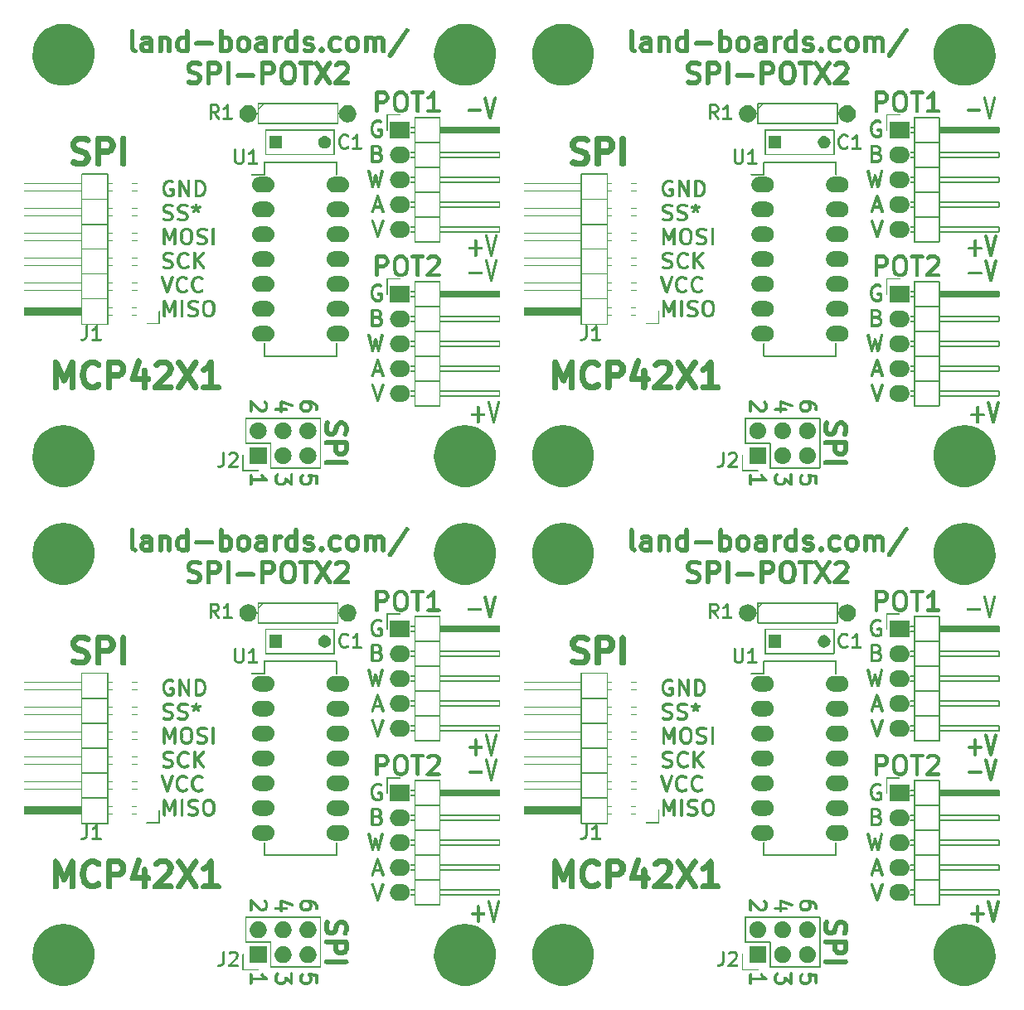
<source format=gto>
%MOIN*%
%OFA0B0*%
%FSLAX36Y36*%
%IPPOS*%
%LPD*%
G36*
X000595418Y001254634D02*
G01*
X000597272Y001254928D01*
X000598944Y001255779D01*
X000600272Y001257107D01*
X000601124Y001258780D01*
X000601418Y001260634D01*
X000601124Y001262488D01*
X000600272Y001264161D01*
X000598944Y001265487D01*
X000597272Y001266340D01*
X000591319Y001269197D01*
X000589465Y001269490D01*
X000587611Y001269197D01*
X000585939Y001268345D01*
X000584611Y001267018D01*
X000583758Y001265345D01*
X000583465Y001263490D01*
X000583758Y001261637D01*
X000584611Y001259964D01*
X000585939Y001258638D01*
X000587611Y001257785D01*
X000593563Y001254928D01*
X000595418Y001254634D01*
G37*
G36*
X000589465Y001257491D02*
G01*
X000591319Y001257785D01*
X000592992Y001258638D01*
X000594319Y001259964D01*
X000595171Y001261637D01*
X000595465Y001263490D01*
X000595171Y001265345D01*
X000594319Y001267018D01*
X000592992Y001268345D01*
X000591319Y001269197D01*
X000589465Y001269490D01*
X000580537Y001269490D01*
X000578682Y001269197D01*
X000577010Y001268345D01*
X000575682Y001267018D01*
X000574830Y001265345D01*
X000574537Y001263490D01*
X000574830Y001261637D01*
X000575682Y001259964D01*
X000577010Y001258638D01*
X000578682Y001257785D01*
X000580537Y001257491D01*
X000589465Y001257491D01*
G37*
G36*
X000571608Y001254634D02*
G01*
X000573462Y001254928D01*
X000582391Y001257785D01*
X000584063Y001258638D01*
X000585390Y001259964D01*
X000586243Y001261637D01*
X000586536Y001263490D01*
X000586243Y001265345D01*
X000585390Y001267018D01*
X000584063Y001268345D01*
X000582391Y001269197D01*
X000580537Y001269490D01*
X000578682Y001269197D01*
X000569754Y001266340D01*
X000568081Y001265487D01*
X000566754Y001264161D01*
X000565902Y001262488D01*
X000565608Y001260634D01*
X000565902Y001258780D01*
X000566754Y001257107D01*
X000568081Y001255779D01*
X000569754Y001254928D01*
X000571608Y001254634D01*
G37*
G36*
X000565655Y001248919D02*
G01*
X000567509Y001249213D01*
X000569182Y001250066D01*
X000575134Y001255779D01*
X000576462Y001257107D01*
X000577314Y001258780D01*
X000577608Y001260634D01*
X000577314Y001262488D01*
X000576462Y001264161D01*
X000575134Y001265487D01*
X000573462Y001266340D01*
X000571608Y001266634D01*
X000569754Y001266340D01*
X000568081Y001265487D01*
X000562129Y001259774D01*
X000560801Y001258446D01*
X000559949Y001256774D01*
X000559656Y001254920D01*
X000559949Y001253065D01*
X000560801Y001251393D01*
X000562129Y001250066D01*
X000563801Y001249213D01*
X000565655Y001248919D01*
G37*
G36*
X000562679Y001243205D02*
G01*
X000564533Y001243499D01*
X000566206Y001244351D01*
X000567533Y001245678D01*
X000570510Y001251393D01*
X000571361Y001253065D01*
X000571655Y001254920D01*
X000571361Y001256774D01*
X000570510Y001258446D01*
X000569182Y001259774D01*
X000567509Y001260626D01*
X000565655Y001260920D01*
X000563801Y001260626D01*
X000562129Y001259774D01*
X000560801Y001258446D01*
X000557825Y001252732D01*
X000556973Y001251059D01*
X000556680Y001249206D01*
X000556973Y001247351D01*
X000557825Y001245678D01*
X000559153Y001244351D01*
X000560825Y001243499D01*
X000562679Y001243205D01*
G37*
G36*
X000559703Y001231777D02*
G01*
X000561558Y001232070D01*
X000563230Y001232923D01*
X000564557Y001234251D01*
X000565410Y001235923D01*
X000568386Y001247351D01*
X000568679Y001249206D01*
X000568386Y001251059D01*
X000567533Y001252732D01*
X000566206Y001254060D01*
X000564533Y001254911D01*
X000562679Y001255205D01*
X000560825Y001254911D01*
X000559153Y001254060D01*
X000557825Y001252732D01*
X000556973Y001251059D01*
X000553996Y001239630D01*
X000553703Y001237777D01*
X000553996Y001235923D01*
X000554849Y001234251D01*
X000556176Y001232923D01*
X000557849Y001232070D01*
X000559703Y001231777D01*
G37*
G36*
X000559703Y001223206D02*
G01*
X000561558Y001223499D01*
X000563230Y001224351D01*
X000564557Y001225679D01*
X000565410Y001227351D01*
X000565703Y001229205D01*
X000565703Y001237777D01*
X000565410Y001239630D01*
X000564557Y001241303D01*
X000563230Y001242631D01*
X000561558Y001243484D01*
X000559703Y001243776D01*
X000557849Y001243484D01*
X000556176Y001242631D01*
X000554849Y001241303D01*
X000553996Y001239630D01*
X000553703Y001237777D01*
X000553703Y001229205D01*
X000553996Y001227351D01*
X000554849Y001225679D01*
X000556176Y001224351D01*
X000557849Y001223499D01*
X000559703Y001223206D01*
G37*
G36*
X000562679Y001211777D02*
G01*
X000564533Y001212071D01*
X000566206Y001212922D01*
X000567533Y001214250D01*
X000568386Y001215923D01*
X000568679Y001217776D01*
X000568386Y001219631D01*
X000565410Y001231060D01*
X000564557Y001232732D01*
X000563230Y001234059D01*
X000561558Y001234912D01*
X000559703Y001235205D01*
X000557849Y001234912D01*
X000556176Y001234059D01*
X000554849Y001232732D01*
X000553996Y001231060D01*
X000553703Y001229205D01*
X000553996Y001227351D01*
X000556973Y001215923D01*
X000557825Y001214250D01*
X000559153Y001212922D01*
X000560825Y001212071D01*
X000562679Y001211777D01*
G37*
G36*
X000565655Y001206062D02*
G01*
X000567509Y001206356D01*
X000569182Y001207208D01*
X000570510Y001208536D01*
X000571361Y001210208D01*
X000571655Y001212062D01*
X000571361Y001213917D01*
X000570510Y001215589D01*
X000567533Y001221304D01*
X000566206Y001222630D01*
X000564533Y001223483D01*
X000562679Y001223777D01*
X000560825Y001223483D01*
X000559153Y001222630D01*
X000557825Y001221304D01*
X000556973Y001219631D01*
X000556680Y001217776D01*
X000556973Y001215923D01*
X000557825Y001214250D01*
X000560801Y001208536D01*
X000562129Y001207208D01*
X000563801Y001206356D01*
X000565655Y001206062D01*
G37*
G36*
X000571608Y001200348D02*
G01*
X000573462Y001200642D01*
X000575134Y001201495D01*
X000576462Y001202821D01*
X000577314Y001204494D01*
X000577608Y001206349D01*
X000577314Y001208202D01*
X000576462Y001209875D01*
X000575134Y001211203D01*
X000569182Y001216917D01*
X000567509Y001217769D01*
X000565655Y001218062D01*
X000563801Y001217769D01*
X000562129Y001216917D01*
X000560801Y001215589D01*
X000559949Y001213917D01*
X000559656Y001212062D01*
X000559949Y001210208D01*
X000560801Y001208536D01*
X000562129Y001207208D01*
X000568081Y001201495D01*
X000569754Y001200642D01*
X000571608Y001200348D01*
G37*
G36*
X000580537Y001197491D02*
G01*
X000582391Y001197784D01*
X000584063Y001198637D01*
X000585390Y001199964D01*
X000586243Y001201637D01*
X000586536Y001203491D01*
X000586243Y001205345D01*
X000585390Y001207018D01*
X000584063Y001208345D01*
X000582391Y001209197D01*
X000573462Y001212054D01*
X000571608Y001212348D01*
X000569754Y001212054D01*
X000568081Y001211203D01*
X000566754Y001209875D01*
X000565902Y001208202D01*
X000565608Y001206349D01*
X000565902Y001204494D01*
X000566754Y001202821D01*
X000568081Y001201495D01*
X000569754Y001200642D01*
X000578682Y001197784D01*
X000580537Y001197491D01*
G37*
G36*
X000586489Y001197491D02*
G01*
X000588342Y001197784D01*
X000590016Y001198637D01*
X000591343Y001199964D01*
X000592195Y001201637D01*
X000592489Y001203491D01*
X000592195Y001205345D01*
X000591343Y001207018D01*
X000590016Y001208345D01*
X000588342Y001209197D01*
X000586489Y001209491D01*
X000580537Y001209491D01*
X000578682Y001209197D01*
X000577010Y001208345D01*
X000575682Y001207018D01*
X000574830Y001205345D01*
X000574537Y001203491D01*
X000574830Y001201637D01*
X000575682Y001199964D01*
X000577010Y001198637D01*
X000578682Y001197784D01*
X000580537Y001197491D01*
X000586489Y001197491D01*
G37*
G36*
X000586489Y001197491D02*
G01*
X000588342Y001197784D01*
X000597272Y001200642D01*
X000598944Y001201495D01*
X000600272Y001202821D01*
X000601124Y001204494D01*
X000601418Y001206349D01*
X000601124Y001208202D01*
X000600272Y001209875D01*
X000598944Y001211203D01*
X000597272Y001212054D01*
X000595418Y001212348D01*
X000593563Y001212054D01*
X000584635Y001209197D01*
X000582962Y001208345D01*
X000581634Y001207018D01*
X000580782Y001205345D01*
X000580489Y001203491D01*
X000580782Y001201637D01*
X000581634Y001199964D01*
X000582962Y001198637D01*
X000584635Y001197784D01*
X000586489Y001197491D01*
G37*
G36*
X000595418Y001200348D02*
G01*
X000597272Y001200642D01*
X000598944Y001201495D01*
X000601920Y001204352D01*
X000603248Y001205678D01*
X000604100Y001207351D01*
X000604393Y001209205D01*
X000604100Y001211060D01*
X000603248Y001212732D01*
X000601920Y001214060D01*
X000600248Y001214911D01*
X000598394Y001215205D01*
X000596540Y001214911D01*
X000594866Y001214060D01*
X000591890Y001211203D01*
X000590563Y001209875D01*
X000589711Y001208202D01*
X000589417Y001206349D01*
X000589711Y001204494D01*
X000590563Y001202821D01*
X000591890Y001201495D01*
X000593563Y001200642D01*
X000595418Y001200348D01*
G37*
G36*
X000598394Y001203205D02*
G01*
X000600248Y001203499D01*
X000601920Y001204352D01*
X000603248Y001205678D01*
X000604100Y001207351D01*
X000604393Y001209205D01*
X000604393Y001229205D01*
X000604100Y001231060D01*
X000603248Y001232732D01*
X000601920Y001234059D01*
X000600248Y001234912D01*
X000598394Y001235205D01*
X000596540Y001234912D01*
X000594866Y001234059D01*
X000593540Y001232732D01*
X000592687Y001231060D01*
X000592393Y001229205D01*
X000592393Y001209205D01*
X000592687Y001207351D01*
X000593540Y001205678D01*
X000594866Y001204352D01*
X000596540Y001203499D01*
X000598394Y001203205D01*
G37*
G36*
X000598394Y001223206D02*
G01*
X000600248Y001223499D01*
X000601920Y001224351D01*
X000603248Y001225679D01*
X000604100Y001227351D01*
X000604393Y001229205D01*
X000604100Y001231060D01*
X000603248Y001232732D01*
X000601920Y001234059D01*
X000600248Y001234912D01*
X000598394Y001235205D01*
X000586489Y001235205D01*
X000584635Y001234912D01*
X000582962Y001234059D01*
X000581634Y001232732D01*
X000580782Y001231060D01*
X000580489Y001229205D01*
X000580782Y001227351D01*
X000581634Y001225679D01*
X000582962Y001224351D01*
X000584635Y001223499D01*
X000586489Y001223206D01*
X000598394Y001223206D01*
G37*
G36*
X000625180Y001197491D02*
G01*
X000627033Y001197784D01*
X000628706Y001198637D01*
X000630034Y001199964D01*
X000630886Y001201637D01*
X000631179Y001203491D01*
X000631179Y001263490D01*
X000630886Y001265345D01*
X000630034Y001267018D01*
X000628706Y001268345D01*
X000627033Y001269197D01*
X000625180Y001269490D01*
X000623324Y001269197D01*
X000621652Y001268345D01*
X000620325Y001267018D01*
X000619472Y001265345D01*
X000619179Y001263490D01*
X000619179Y001203491D01*
X000619472Y001201637D01*
X000620325Y001199964D01*
X000621652Y001198637D01*
X000623324Y001197784D01*
X000625180Y001197491D01*
G37*
G36*
X000660893Y001197491D02*
G01*
X000662748Y001197784D01*
X000664420Y001198637D01*
X000665748Y001199964D01*
X000666600Y001201637D01*
X000666894Y001203491D01*
X000666600Y001205345D01*
X000665748Y001207018D01*
X000630034Y001267018D01*
X000628706Y001268345D01*
X000627033Y001269197D01*
X000625180Y001269490D01*
X000623324Y001269197D01*
X000621652Y001268345D01*
X000620325Y001267018D01*
X000619472Y001265345D01*
X000619179Y001263490D01*
X000619472Y001261637D01*
X000620325Y001259964D01*
X000656040Y001199964D01*
X000657367Y001198637D01*
X000659039Y001197784D01*
X000660893Y001197491D01*
G37*
G36*
X000660893Y001197491D02*
G01*
X000662748Y001197784D01*
X000664420Y001198637D01*
X000665748Y001199964D01*
X000666600Y001201637D01*
X000666894Y001203491D01*
X000666894Y001263490D01*
X000666600Y001265345D01*
X000665748Y001267018D01*
X000664420Y001268345D01*
X000662748Y001269197D01*
X000660893Y001269490D01*
X000659039Y001269197D01*
X000657367Y001268345D01*
X000656040Y001267018D01*
X000655187Y001265345D01*
X000654893Y001263490D01*
X000654893Y001203491D01*
X000655187Y001201637D01*
X000656040Y001199964D01*
X000657367Y001198637D01*
X000659039Y001197784D01*
X000660893Y001197491D01*
G37*
G36*
X000690655Y001197491D02*
G01*
X000692510Y001197784D01*
X000694182Y001198637D01*
X000695510Y001199964D01*
X000696362Y001201637D01*
X000696656Y001203491D01*
X000696656Y001263490D01*
X000696362Y001265345D01*
X000695510Y001267018D01*
X000694182Y001268345D01*
X000692510Y001269197D01*
X000690655Y001269490D01*
X000688800Y001269197D01*
X000687128Y001268345D01*
X000685800Y001267018D01*
X000684949Y001265345D01*
X000684655Y001263490D01*
X000684655Y001203491D01*
X000684949Y001201637D01*
X000685800Y001199964D01*
X000687128Y001198637D01*
X000688800Y001197784D01*
X000690655Y001197491D01*
G37*
G36*
X000705536Y001257491D02*
G01*
X000707390Y001257785D01*
X000709063Y001258638D01*
X000710390Y001259964D01*
X000711242Y001261637D01*
X000711536Y001263490D01*
X000711242Y001265345D01*
X000710390Y001267018D01*
X000709063Y001268345D01*
X000707390Y001269197D01*
X000705536Y001269490D01*
X000690655Y001269490D01*
X000688800Y001269197D01*
X000687128Y001268345D01*
X000685800Y001267018D01*
X000684949Y001265345D01*
X000684655Y001263490D01*
X000684949Y001261637D01*
X000685800Y001259964D01*
X000687128Y001258638D01*
X000688800Y001257785D01*
X000690655Y001257491D01*
X000705536Y001257491D01*
G37*
G36*
X000714465Y001254634D02*
G01*
X000716319Y001254928D01*
X000717991Y001255779D01*
X000719319Y001257107D01*
X000720171Y001258780D01*
X000720465Y001260634D01*
X000720171Y001262488D01*
X000719319Y001264161D01*
X000717991Y001265487D01*
X000716319Y001266340D01*
X000707390Y001269197D01*
X000705536Y001269490D01*
X000703682Y001269197D01*
X000702010Y001268345D01*
X000700682Y001267018D01*
X000699829Y001265345D01*
X000699536Y001263490D01*
X000699829Y001261637D01*
X000700682Y001259964D01*
X000702010Y001258638D01*
X000703682Y001257785D01*
X000712611Y001254928D01*
X000714465Y001254634D01*
G37*
G36*
X000720418Y001248919D02*
G01*
X000722272Y001249213D01*
X000723944Y001250066D01*
X000725272Y001251393D01*
X000726123Y001253065D01*
X000726417Y001254920D01*
X000726123Y001256774D01*
X000725272Y001258446D01*
X000723944Y001259774D01*
X000717991Y001265487D01*
X000716319Y001266340D01*
X000714465Y001266634D01*
X000712611Y001266340D01*
X000710939Y001265487D01*
X000709611Y001264161D01*
X000708759Y001262488D01*
X000708465Y001260634D01*
X000708759Y001258780D01*
X000709611Y001257107D01*
X000710939Y001255779D01*
X000716891Y001250066D01*
X000718563Y001249213D01*
X000720418Y001248919D01*
G37*
G36*
X000723394Y001243205D02*
G01*
X000725248Y001243499D01*
X000726920Y001244351D01*
X000728247Y001245678D01*
X000729099Y001247351D01*
X000729392Y001249206D01*
X000729099Y001251059D01*
X000728247Y001252732D01*
X000725272Y001258446D01*
X000723944Y001259774D01*
X000722272Y001260626D01*
X000720418Y001260920D01*
X000718563Y001260626D01*
X000716891Y001259774D01*
X000715563Y001258446D01*
X000714711Y001256774D01*
X000714418Y001254920D01*
X000714711Y001253065D01*
X000715563Y001251393D01*
X000718540Y001245678D01*
X000719867Y001244351D01*
X000721539Y001243499D01*
X000723394Y001243205D01*
G37*
G36*
X000726369Y001231777D02*
G01*
X000728223Y001232070D01*
X000729896Y001232923D01*
X000731224Y001234251D01*
X000732075Y001235923D01*
X000732370Y001237777D01*
X000732075Y001239630D01*
X000729099Y001251059D01*
X000728247Y001252732D01*
X000726920Y001254060D01*
X000725248Y001254911D01*
X000723394Y001255205D01*
X000721539Y001254911D01*
X000719867Y001254060D01*
X000718540Y001252732D01*
X000717687Y001251059D01*
X000717394Y001249206D01*
X000717687Y001247351D01*
X000720664Y001235923D01*
X000721515Y001234251D01*
X000722843Y001232923D01*
X000724515Y001232070D01*
X000726369Y001231777D01*
G37*
G36*
X000726369Y001223206D02*
G01*
X000728223Y001223499D01*
X000729896Y001224351D01*
X000731224Y001225679D01*
X000732075Y001227351D01*
X000732370Y001229205D01*
X000732370Y001237777D01*
X000732075Y001239630D01*
X000731224Y001241303D01*
X000729896Y001242631D01*
X000728223Y001243484D01*
X000726369Y001243776D01*
X000724515Y001243484D01*
X000722843Y001242631D01*
X000721515Y001241303D01*
X000720664Y001239630D01*
X000720370Y001237777D01*
X000720370Y001229205D01*
X000720664Y001227351D01*
X000721515Y001225679D01*
X000722843Y001224351D01*
X000724515Y001223499D01*
X000726369Y001223206D01*
G37*
G36*
X000723394Y001211777D02*
G01*
X000725248Y001212071D01*
X000726920Y001212922D01*
X000728247Y001214250D01*
X000729099Y001215923D01*
X000732075Y001227351D01*
X000732370Y001229205D01*
X000732075Y001231060D01*
X000731224Y001232732D01*
X000729896Y001234059D01*
X000728223Y001234912D01*
X000726369Y001235205D01*
X000724515Y001234912D01*
X000722843Y001234059D01*
X000721515Y001232732D01*
X000720664Y001231060D01*
X000717687Y001219631D01*
X000717394Y001217776D01*
X000717687Y001215923D01*
X000718540Y001214250D01*
X000719867Y001212922D01*
X000721539Y001212071D01*
X000723394Y001211777D01*
G37*
G36*
X000720418Y001206062D02*
G01*
X000722272Y001206356D01*
X000723944Y001207208D01*
X000725272Y001208536D01*
X000728247Y001214250D01*
X000729099Y001215923D01*
X000729392Y001217776D01*
X000729099Y001219631D01*
X000728247Y001221304D01*
X000726920Y001222630D01*
X000725248Y001223483D01*
X000723394Y001223777D01*
X000721539Y001223483D01*
X000719867Y001222630D01*
X000718540Y001221304D01*
X000715563Y001215589D01*
X000714711Y001213917D01*
X000714418Y001212062D01*
X000714711Y001210208D01*
X000715563Y001208536D01*
X000716891Y001207208D01*
X000718563Y001206356D01*
X000720418Y001206062D01*
G37*
G36*
X000714465Y001200348D02*
G01*
X000716319Y001200642D01*
X000717991Y001201495D01*
X000723944Y001207208D01*
X000725272Y001208536D01*
X000726123Y001210208D01*
X000726417Y001212062D01*
X000726123Y001213917D01*
X000725272Y001215589D01*
X000723944Y001216917D01*
X000722272Y001217769D01*
X000720418Y001218062D01*
X000718563Y001217769D01*
X000716891Y001216917D01*
X000710939Y001211203D01*
X000709611Y001209875D01*
X000708759Y001208202D01*
X000708465Y001206349D01*
X000708759Y001204494D01*
X000709611Y001202821D01*
X000710939Y001201495D01*
X000712611Y001200642D01*
X000714465Y001200348D01*
G37*
G36*
X000705536Y001197491D02*
G01*
X000707390Y001197784D01*
X000716319Y001200642D01*
X000717991Y001201495D01*
X000719319Y001202821D01*
X000720171Y001204494D01*
X000720465Y001206349D01*
X000720171Y001208202D01*
X000719319Y001209875D01*
X000717991Y001211203D01*
X000716319Y001212054D01*
X000714465Y001212348D01*
X000712611Y001212054D01*
X000703682Y001209197D01*
X000702010Y001208345D01*
X000700682Y001207018D01*
X000699829Y001205345D01*
X000699536Y001203491D01*
X000699829Y001201637D01*
X000700682Y001199964D01*
X000702010Y001198637D01*
X000703682Y001197784D01*
X000705536Y001197491D01*
G37*
G36*
X000705536Y001197491D02*
G01*
X000707390Y001197784D01*
X000709063Y001198637D01*
X000710390Y001199964D01*
X000711242Y001201637D01*
X000711536Y001203491D01*
X000711242Y001205345D01*
X000710390Y001207018D01*
X000709063Y001208345D01*
X000707390Y001209197D01*
X000705536Y001209491D01*
X000690655Y001209491D01*
X000688800Y001209197D01*
X000687128Y001208345D01*
X000685800Y001207018D01*
X000684949Y001205345D01*
X000684655Y001203491D01*
X000684949Y001201637D01*
X000685800Y001199964D01*
X000687128Y001198637D01*
X000688800Y001197784D01*
X000690655Y001197491D01*
X000705536Y001197491D01*
G37*
G36*
X000568632Y001100891D02*
G01*
X000570486Y001101185D01*
X000572159Y001102037D01*
X000573486Y001103364D01*
X000574338Y001105037D01*
X000574631Y001106891D01*
X000574338Y001108745D01*
X000573486Y001110418D01*
X000572159Y001111745D01*
X000570486Y001112597D01*
X000561558Y001115455D01*
X000559703Y001115748D01*
X000557849Y001115455D01*
X000556176Y001114602D01*
X000554849Y001113275D01*
X000553996Y001111603D01*
X000553703Y001109748D01*
X000553996Y001107894D01*
X000554849Y001106222D01*
X000556176Y001104894D01*
X000557849Y001104041D01*
X000566777Y001101185D01*
X000568632Y001100891D01*
G37*
G36*
X000583512Y001100891D02*
G01*
X000585367Y001101185D01*
X000587039Y001102037D01*
X000588366Y001103364D01*
X000589219Y001105037D01*
X000589512Y001106891D01*
X000589219Y001108745D01*
X000588366Y001110418D01*
X000587039Y001111745D01*
X000585367Y001112597D01*
X000583512Y001112892D01*
X000568632Y001112892D01*
X000566777Y001112597D01*
X000565104Y001111745D01*
X000563777Y001110418D01*
X000562925Y001108745D01*
X000562631Y001106891D01*
X000562925Y001105037D01*
X000563777Y001103364D01*
X000565104Y001102037D01*
X000566777Y001101185D01*
X000568632Y001100891D01*
X000583512Y001100891D01*
G37*
G36*
X000583512Y001100891D02*
G01*
X000585367Y001101185D01*
X000591319Y001104041D01*
X000592992Y001104894D01*
X000594319Y001106222D01*
X000595171Y001107894D01*
X000595465Y001109748D01*
X000595171Y001111603D01*
X000594319Y001113275D01*
X000592992Y001114602D01*
X000591319Y001115455D01*
X000589465Y001115748D01*
X000587611Y001115455D01*
X000581658Y001112597D01*
X000579986Y001111745D01*
X000578658Y001110418D01*
X000577806Y001108745D01*
X000577513Y001106891D01*
X000577806Y001105037D01*
X000578658Y001103364D01*
X000579986Y001102037D01*
X000581658Y001101185D01*
X000583512Y001100891D01*
G37*
G36*
X000589465Y001103749D02*
G01*
X000591319Y001104041D01*
X000592992Y001104894D01*
X000595967Y001107751D01*
X000597295Y001109079D01*
X000598147Y001110751D01*
X000598441Y001112605D01*
X000598147Y001114459D01*
X000597295Y001116132D01*
X000595967Y001117459D01*
X000594295Y001118312D01*
X000592441Y001118605D01*
X000590587Y001118312D01*
X000588915Y001117459D01*
X000585939Y001114602D01*
X000584611Y001113275D01*
X000583758Y001111603D01*
X000583465Y001109748D01*
X000583758Y001107894D01*
X000584611Y001106222D01*
X000585939Y001104894D01*
X000587611Y001104041D01*
X000589465Y001103749D01*
G37*
G36*
X000592441Y001106606D02*
G01*
X000594295Y001106899D01*
X000595967Y001107751D01*
X000597295Y001109079D01*
X000600272Y001114793D01*
X000601124Y001116466D01*
X000601418Y001118320D01*
X000601124Y001120173D01*
X000600272Y001121846D01*
X000598944Y001123174D01*
X000597272Y001124027D01*
X000595418Y001124319D01*
X000593563Y001124027D01*
X000591890Y001123174D01*
X000590563Y001121846D01*
X000587587Y001116132D01*
X000586735Y001114459D01*
X000586441Y001112605D01*
X000586735Y001110751D01*
X000587587Y001109079D01*
X000588915Y001107751D01*
X000590587Y001106899D01*
X000592441Y001106606D01*
G37*
G36*
X000595418Y001112320D02*
G01*
X000597272Y001112613D01*
X000598944Y001113466D01*
X000600272Y001114793D01*
X000601124Y001116466D01*
X000601418Y001118320D01*
X000601418Y001124034D01*
X000601124Y001125888D01*
X000600272Y001127560D01*
X000598944Y001128888D01*
X000597272Y001129740D01*
X000595418Y001130034D01*
X000593563Y001129740D01*
X000591890Y001128888D01*
X000590563Y001127560D01*
X000589711Y001125888D01*
X000589417Y001124034D01*
X000589417Y001118320D01*
X000589711Y001116466D01*
X000590563Y001114793D01*
X000591890Y001113466D01*
X000593563Y001112613D01*
X000595418Y001112320D01*
G37*
G36*
X000595418Y001118034D02*
G01*
X000597272Y001118327D01*
X000598944Y001119180D01*
X000600272Y001120507D01*
X000601124Y001122179D01*
X000601418Y001124034D01*
X000601124Y001125888D01*
X000600272Y001127560D01*
X000597295Y001133275D01*
X000595967Y001134603D01*
X000594295Y001135454D01*
X000592441Y001135748D01*
X000590587Y001135454D01*
X000588915Y001134603D01*
X000587587Y001133275D01*
X000586735Y001131602D01*
X000586441Y001129749D01*
X000586735Y001127894D01*
X000587587Y001126221D01*
X000590563Y001120507D01*
X000591890Y001119180D01*
X000593563Y001118327D01*
X000595418Y001118034D01*
G37*
G36*
X000592441Y001123748D02*
G01*
X000594295Y001124042D01*
X000595967Y001124894D01*
X000597295Y001126221D01*
X000598147Y001127894D01*
X000598441Y001129749D01*
X000598147Y001131602D01*
X000597295Y001133275D01*
X000595967Y001134603D01*
X000592992Y001137460D01*
X000591319Y001138311D01*
X000589465Y001138605D01*
X000587611Y001138311D01*
X000585939Y001137460D01*
X000584611Y001136132D01*
X000583758Y001134459D01*
X000583465Y001132606D01*
X000583758Y001130751D01*
X000584611Y001129078D01*
X000585939Y001127752D01*
X000588915Y001124894D01*
X000590587Y001124042D01*
X000592441Y001123748D01*
G37*
G36*
X000589465Y001126605D02*
G01*
X000591319Y001126899D01*
X000592992Y001127752D01*
X000594319Y001129078D01*
X000595171Y001130751D01*
X000595465Y001132606D01*
X000595171Y001134459D01*
X000594319Y001136132D01*
X000592992Y001137460D01*
X000591319Y001138311D01*
X000585367Y001141169D01*
X000583512Y001141462D01*
X000581658Y001141169D01*
X000579986Y001140317D01*
X000578658Y001138989D01*
X000577806Y001137317D01*
X000577513Y001135462D01*
X000577806Y001133608D01*
X000578658Y001131936D01*
X000579986Y001130609D01*
X000581658Y001129756D01*
X000587611Y001126899D01*
X000589465Y001126605D01*
G37*
G36*
X000583512Y001129462D02*
G01*
X000585367Y001129756D01*
X000587039Y001130609D01*
X000588366Y001131936D01*
X000589219Y001133608D01*
X000589512Y001135462D01*
X000589219Y001137317D01*
X000588366Y001138989D01*
X000587039Y001140317D01*
X000585367Y001141169D01*
X000573462Y001144026D01*
X000571608Y001144320D01*
X000569754Y001144026D01*
X000568081Y001143173D01*
X000566754Y001141846D01*
X000565902Y001140174D01*
X000565608Y001138320D01*
X000565902Y001136465D01*
X000566754Y001134793D01*
X000568081Y001133465D01*
X000569754Y001132613D01*
X000581658Y001129756D01*
X000583512Y001129462D01*
G37*
G36*
X000571608Y001132319D02*
G01*
X000573462Y001132613D01*
X000575134Y001133465D01*
X000576462Y001134793D01*
X000577314Y001136465D01*
X000577608Y001138320D01*
X000577314Y001140174D01*
X000576462Y001141846D01*
X000575134Y001143173D01*
X000573462Y001144026D01*
X000567509Y001146883D01*
X000565655Y001147177D01*
X000563801Y001146883D01*
X000562129Y001146030D01*
X000560801Y001144704D01*
X000559949Y001143031D01*
X000559656Y001141177D01*
X000559949Y001139322D01*
X000560801Y001137650D01*
X000562129Y001136322D01*
X000563801Y001135471D01*
X000569754Y001132613D01*
X000571608Y001132319D01*
G37*
G36*
X000565655Y001135177D02*
G01*
X000567509Y001135471D01*
X000569182Y001136322D01*
X000570510Y001137650D01*
X000571361Y001139322D01*
X000571655Y001141177D01*
X000571361Y001143031D01*
X000570510Y001144704D01*
X000569182Y001146030D01*
X000566206Y001148888D01*
X000564533Y001149740D01*
X000562679Y001150034D01*
X000560825Y001149740D01*
X000559153Y001148888D01*
X000557825Y001147561D01*
X000556973Y001145888D01*
X000556680Y001144034D01*
X000556973Y001142180D01*
X000557825Y001140507D01*
X000559153Y001139179D01*
X000562129Y001136322D01*
X000563801Y001135471D01*
X000565655Y001135177D01*
G37*
G36*
X000562679Y001138034D02*
G01*
X000564533Y001138328D01*
X000566206Y001139179D01*
X000567533Y001140507D01*
X000568386Y001142180D01*
X000568679Y001144034D01*
X000568386Y001145888D01*
X000567533Y001147561D01*
X000564557Y001153275D01*
X000563230Y001154602D01*
X000561558Y001155455D01*
X000559703Y001155749D01*
X000557849Y001155455D01*
X000556176Y001154602D01*
X000554849Y001153275D01*
X000553996Y001151603D01*
X000553703Y001149748D01*
X000553996Y001147894D01*
X000554849Y001146221D01*
X000557825Y001140507D01*
X000559153Y001139179D01*
X000560825Y001138328D01*
X000562679Y001138034D01*
G37*
G36*
X000559703Y001143748D02*
G01*
X000561558Y001144042D01*
X000563230Y001144894D01*
X000564557Y001146221D01*
X000565410Y001147894D01*
X000565703Y001149748D01*
X000565703Y001155462D01*
X000565410Y001157316D01*
X000564557Y001158989D01*
X000563230Y001160316D01*
X000561558Y001161169D01*
X000559703Y001161462D01*
X000557849Y001161169D01*
X000556176Y001160316D01*
X000554849Y001158989D01*
X000553996Y001157316D01*
X000553703Y001155462D01*
X000553703Y001149748D01*
X000553996Y001147894D01*
X000554849Y001146221D01*
X000556176Y001144894D01*
X000557849Y001144042D01*
X000559703Y001143748D01*
G37*
G36*
X000559703Y001149463D02*
G01*
X000561558Y001149756D01*
X000563230Y001150608D01*
X000564557Y001151936D01*
X000567533Y001157651D01*
X000568386Y001159323D01*
X000568679Y001161177D01*
X000568386Y001163030D01*
X000567533Y001164704D01*
X000566206Y001166031D01*
X000564533Y001166884D01*
X000562679Y001167176D01*
X000560825Y001166884D01*
X000559153Y001166031D01*
X000557825Y001164704D01*
X000554849Y001158989D01*
X000553996Y001157316D01*
X000553703Y001155462D01*
X000553996Y001153608D01*
X000554849Y001151936D01*
X000556176Y001150608D01*
X000557849Y001149756D01*
X000559703Y001149463D01*
G37*
G36*
X000562679Y001155177D02*
G01*
X000564533Y001155471D01*
X000566206Y001156323D01*
X000569182Y001159180D01*
X000570510Y001160508D01*
X000571361Y001162179D01*
X000571655Y001164034D01*
X000571361Y001165888D01*
X000570510Y001167560D01*
X000569182Y001168888D01*
X000567509Y001169741D01*
X000565655Y001170034D01*
X000563801Y001169741D01*
X000562129Y001168888D01*
X000559153Y001166031D01*
X000557825Y001164704D01*
X000556973Y001163030D01*
X000556680Y001161177D01*
X000556973Y001159323D01*
X000557825Y001157651D01*
X000559153Y001156323D01*
X000560825Y001155471D01*
X000562679Y001155177D01*
G37*
G36*
X000565655Y001158034D02*
G01*
X000567509Y001158327D01*
X000573462Y001161184D01*
X000575134Y001162037D01*
X000576462Y001163364D01*
X000577314Y001165037D01*
X000577608Y001166891D01*
X000577314Y001168745D01*
X000576462Y001170417D01*
X000575134Y001171745D01*
X000573462Y001172597D01*
X000571608Y001172891D01*
X000569754Y001172597D01*
X000563801Y001169741D01*
X000562129Y001168888D01*
X000560801Y001167560D01*
X000559949Y001165888D01*
X000559656Y001164034D01*
X000559949Y001162179D01*
X000560801Y001160508D01*
X000562129Y001159180D01*
X000563801Y001158327D01*
X000565655Y001158034D01*
G37*
G36*
X000586489Y001160892D02*
G01*
X000588342Y001161184D01*
X000590016Y001162037D01*
X000591343Y001163364D01*
X000592195Y001165037D01*
X000592489Y001166891D01*
X000592195Y001168745D01*
X000591343Y001170417D01*
X000590016Y001171745D01*
X000588342Y001172597D01*
X000586489Y001172891D01*
X000571608Y001172891D01*
X000569754Y001172597D01*
X000568081Y001171745D01*
X000566754Y001170417D01*
X000565902Y001168745D01*
X000565608Y001166891D01*
X000565902Y001165037D01*
X000566754Y001163364D01*
X000568081Y001162037D01*
X000569754Y001161184D01*
X000571608Y001160892D01*
X000586489Y001160892D01*
G37*
G36*
X000595418Y001158034D02*
G01*
X000597272Y001158327D01*
X000598944Y001159180D01*
X000600272Y001160508D01*
X000601124Y001162179D01*
X000601418Y001164034D01*
X000601124Y001165888D01*
X000600272Y001167560D01*
X000598944Y001168888D01*
X000597272Y001169741D01*
X000588342Y001172597D01*
X000586489Y001172891D01*
X000584635Y001172597D01*
X000582962Y001171745D01*
X000581634Y001170417D01*
X000580782Y001168745D01*
X000580489Y001166891D01*
X000580782Y001165037D01*
X000581634Y001163364D01*
X000582962Y001162037D01*
X000584635Y001161184D01*
X000593563Y001158327D01*
X000595418Y001158034D01*
G37*
G36*
X000628156Y001100891D02*
G01*
X000630008Y001101185D01*
X000631682Y001102037D01*
X000633010Y001103364D01*
X000633861Y001105037D01*
X000634155Y001106891D01*
X000633861Y001108745D01*
X000633010Y001110418D01*
X000631682Y001111745D01*
X000630008Y001112597D01*
X000621081Y001115455D01*
X000619227Y001115748D01*
X000617373Y001115455D01*
X000615700Y001114602D01*
X000614373Y001113275D01*
X000613521Y001111603D01*
X000613227Y001109748D01*
X000613521Y001107894D01*
X000614373Y001106222D01*
X000615700Y001104894D01*
X000617373Y001104041D01*
X000626302Y001101185D01*
X000628156Y001100891D01*
G37*
G36*
X000643037Y001100891D02*
G01*
X000644890Y001101185D01*
X000646563Y001102037D01*
X000647890Y001103364D01*
X000648743Y001105037D01*
X000649037Y001106891D01*
X000648743Y001108745D01*
X000647890Y001110418D01*
X000646563Y001111745D01*
X000644890Y001112597D01*
X000643037Y001112892D01*
X000628156Y001112892D01*
X000626302Y001112597D01*
X000624629Y001111745D01*
X000623302Y001110418D01*
X000622449Y001108745D01*
X000622155Y001106891D01*
X000622449Y001105037D01*
X000623302Y001103364D01*
X000624629Y001102037D01*
X000626302Y001101185D01*
X000628156Y001100891D01*
X000643037Y001100891D01*
G37*
G36*
X000643037Y001100891D02*
G01*
X000644890Y001101185D01*
X000650843Y001104041D01*
X000652514Y001104894D01*
X000653843Y001106222D01*
X000654694Y001107894D01*
X000654988Y001109748D01*
X000654694Y001111603D01*
X000653843Y001113275D01*
X000652514Y001114602D01*
X000650843Y001115455D01*
X000648989Y001115748D01*
X000647135Y001115455D01*
X000641182Y001112597D01*
X000639510Y001111745D01*
X000638182Y001110418D01*
X000637330Y001108745D01*
X000637036Y001106891D01*
X000637330Y001105037D01*
X000638182Y001103364D01*
X000639510Y001102037D01*
X000641182Y001101185D01*
X000643037Y001100891D01*
G37*
G36*
X000648989Y001103749D02*
G01*
X000650843Y001104041D01*
X000652514Y001104894D01*
X000655492Y001107751D01*
X000656819Y001109079D01*
X000657672Y001110751D01*
X000657965Y001112605D01*
X000657672Y001114459D01*
X000656819Y001116132D01*
X000655492Y001117459D01*
X000653819Y001118312D01*
X000651965Y001118605D01*
X000650110Y001118312D01*
X000648438Y001117459D01*
X000645462Y001114602D01*
X000644135Y001113275D01*
X000643283Y001111603D01*
X000642989Y001109748D01*
X000643283Y001107894D01*
X000644135Y001106222D01*
X000645462Y001104894D01*
X000647135Y001104041D01*
X000648989Y001103749D01*
G37*
G36*
X000651965Y001106606D02*
G01*
X000653819Y001106899D01*
X000655492Y001107751D01*
X000656819Y001109079D01*
X000659795Y001114793D01*
X000660648Y001116466D01*
X000660941Y001118320D01*
X000660648Y001120173D01*
X000659795Y001121846D01*
X000658468Y001123174D01*
X000656795Y001124027D01*
X000654941Y001124319D01*
X000653087Y001124027D01*
X000651414Y001123174D01*
X000650087Y001121846D01*
X000647111Y001116132D01*
X000646258Y001114459D01*
X000645965Y001112605D01*
X000646258Y001110751D01*
X000647111Y001109079D01*
X000648438Y001107751D01*
X000650110Y001106899D01*
X000651965Y001106606D01*
G37*
G36*
X000654941Y001112320D02*
G01*
X000656795Y001112613D01*
X000658468Y001113466D01*
X000659795Y001114793D01*
X000660648Y001116466D01*
X000660941Y001118320D01*
X000660941Y001124034D01*
X000660648Y001125888D01*
X000659795Y001127560D01*
X000658468Y001128888D01*
X000656795Y001129740D01*
X000654941Y001130034D01*
X000653087Y001129740D01*
X000651414Y001128888D01*
X000650087Y001127560D01*
X000649235Y001125888D01*
X000648941Y001124034D01*
X000648941Y001118320D01*
X000649235Y001116466D01*
X000650087Y001114793D01*
X000651414Y001113466D01*
X000653087Y001112613D01*
X000654941Y001112320D01*
G37*
G36*
X000654941Y001118034D02*
G01*
X000656795Y001118327D01*
X000658468Y001119180D01*
X000659795Y001120507D01*
X000660648Y001122179D01*
X000660941Y001124034D01*
X000660648Y001125888D01*
X000659795Y001127560D01*
X000656819Y001133275D01*
X000655492Y001134603D01*
X000653819Y001135454D01*
X000651965Y001135748D01*
X000650110Y001135454D01*
X000648438Y001134603D01*
X000647111Y001133275D01*
X000646258Y001131602D01*
X000645965Y001129749D01*
X000646258Y001127894D01*
X000647111Y001126221D01*
X000650087Y001120507D01*
X000651414Y001119180D01*
X000653087Y001118327D01*
X000654941Y001118034D01*
G37*
G36*
X000651965Y001123748D02*
G01*
X000653819Y001124042D01*
X000655492Y001124894D01*
X000656819Y001126221D01*
X000657672Y001127894D01*
X000657965Y001129749D01*
X000657672Y001131602D01*
X000656819Y001133275D01*
X000655492Y001134603D01*
X000652514Y001137460D01*
X000650843Y001138311D01*
X000648989Y001138605D01*
X000647135Y001138311D01*
X000645462Y001137460D01*
X000644135Y001136132D01*
X000643283Y001134459D01*
X000642989Y001132606D01*
X000643283Y001130751D01*
X000644135Y001129078D01*
X000645462Y001127752D01*
X000648438Y001124894D01*
X000650110Y001124042D01*
X000651965Y001123748D01*
G37*
G36*
X000648989Y001126605D02*
G01*
X000650843Y001126899D01*
X000652514Y001127752D01*
X000653843Y001129078D01*
X000654694Y001130751D01*
X000654988Y001132606D01*
X000654694Y001134459D01*
X000653843Y001136132D01*
X000652514Y001137460D01*
X000650843Y001138311D01*
X000644890Y001141169D01*
X000643037Y001141462D01*
X000641182Y001141169D01*
X000639510Y001140317D01*
X000638182Y001138989D01*
X000637330Y001137317D01*
X000637036Y001135462D01*
X000637330Y001133608D01*
X000638182Y001131936D01*
X000639510Y001130609D01*
X000641182Y001129756D01*
X000647135Y001126899D01*
X000648989Y001126605D01*
G37*
G36*
X000643037Y001129462D02*
G01*
X000644890Y001129756D01*
X000646563Y001130609D01*
X000647890Y001131936D01*
X000648743Y001133608D01*
X000649037Y001135462D01*
X000648743Y001137317D01*
X000647890Y001138989D01*
X000646563Y001140317D01*
X000644890Y001141169D01*
X000632986Y001144026D01*
X000631131Y001144320D01*
X000629277Y001144026D01*
X000627605Y001143173D01*
X000626278Y001141846D01*
X000625425Y001140174D01*
X000625132Y001138320D01*
X000625425Y001136465D01*
X000626278Y001134793D01*
X000627605Y001133465D01*
X000629277Y001132613D01*
X000641182Y001129756D01*
X000643037Y001129462D01*
G37*
G36*
X000631131Y001132319D02*
G01*
X000632986Y001132613D01*
X000634659Y001133465D01*
X000635984Y001134793D01*
X000636838Y001136465D01*
X000637131Y001138320D01*
X000636838Y001140174D01*
X000635984Y001141846D01*
X000634659Y001143173D01*
X000632986Y001144026D01*
X000627033Y001146883D01*
X000625180Y001147177D01*
X000623324Y001146883D01*
X000621652Y001146030D01*
X000620325Y001144704D01*
X000619472Y001143031D01*
X000619179Y001141177D01*
X000619472Y001139322D01*
X000620325Y001137650D01*
X000621652Y001136322D01*
X000623324Y001135471D01*
X000629277Y001132613D01*
X000631131Y001132319D01*
G37*
G36*
X000625180Y001135177D02*
G01*
X000627033Y001135471D01*
X000628706Y001136322D01*
X000630034Y001137650D01*
X000630886Y001139322D01*
X000631179Y001141177D01*
X000630886Y001143031D01*
X000630034Y001144704D01*
X000628706Y001146030D01*
X000625730Y001148888D01*
X000624057Y001149740D01*
X000622203Y001150034D01*
X000620349Y001149740D01*
X000618677Y001148888D01*
X000617349Y001147561D01*
X000616496Y001145888D01*
X000616203Y001144034D01*
X000616496Y001142180D01*
X000617349Y001140507D01*
X000618677Y001139179D01*
X000621652Y001136322D01*
X000623324Y001135471D01*
X000625180Y001135177D01*
G37*
G36*
X000622203Y001138034D02*
G01*
X000624057Y001138328D01*
X000625730Y001139179D01*
X000627057Y001140507D01*
X000627909Y001142180D01*
X000628203Y001144034D01*
X000627909Y001145888D01*
X000627057Y001147561D01*
X000624081Y001153275D01*
X000622753Y001154602D01*
X000621081Y001155455D01*
X000619227Y001155749D01*
X000617373Y001155455D01*
X000615700Y001154602D01*
X000614373Y001153275D01*
X000613521Y001151603D01*
X000613227Y001149748D01*
X000613521Y001147894D01*
X000614373Y001146221D01*
X000617349Y001140507D01*
X000618677Y001139179D01*
X000620349Y001138328D01*
X000622203Y001138034D01*
G37*
G36*
X000619227Y001143748D02*
G01*
X000621081Y001144042D01*
X000622753Y001144894D01*
X000624081Y001146221D01*
X000624933Y001147894D01*
X000625226Y001149748D01*
X000625226Y001155462D01*
X000624933Y001157316D01*
X000624081Y001158989D01*
X000622753Y001160316D01*
X000621081Y001161169D01*
X000619227Y001161462D01*
X000617373Y001161169D01*
X000615700Y001160316D01*
X000614373Y001158989D01*
X000613521Y001157316D01*
X000613227Y001155462D01*
X000613227Y001149748D01*
X000613521Y001147894D01*
X000614373Y001146221D01*
X000615700Y001144894D01*
X000617373Y001144042D01*
X000619227Y001143748D01*
G37*
G36*
X000619227Y001149463D02*
G01*
X000621081Y001149756D01*
X000622753Y001150608D01*
X000624081Y001151936D01*
X000627057Y001157651D01*
X000627909Y001159323D01*
X000628203Y001161177D01*
X000627909Y001163030D01*
X000627057Y001164704D01*
X000625730Y001166031D01*
X000624057Y001166884D01*
X000622203Y001167176D01*
X000620349Y001166884D01*
X000618677Y001166031D01*
X000617349Y001164704D01*
X000614373Y001158989D01*
X000613521Y001157316D01*
X000613227Y001155462D01*
X000613521Y001153608D01*
X000614373Y001151936D01*
X000615700Y001150608D01*
X000617373Y001149756D01*
X000619227Y001149463D01*
G37*
G36*
X000622203Y001155177D02*
G01*
X000624057Y001155471D01*
X000625730Y001156323D01*
X000628706Y001159180D01*
X000630034Y001160508D01*
X000630886Y001162179D01*
X000631179Y001164034D01*
X000630886Y001165888D01*
X000630034Y001167560D01*
X000628706Y001168888D01*
X000627033Y001169741D01*
X000625180Y001170034D01*
X000623324Y001169741D01*
X000621652Y001168888D01*
X000618677Y001166031D01*
X000617349Y001164704D01*
X000616496Y001163030D01*
X000616203Y001161177D01*
X000616496Y001159323D01*
X000617349Y001157651D01*
X000618677Y001156323D01*
X000620349Y001155471D01*
X000622203Y001155177D01*
G37*
G36*
X000625180Y001158034D02*
G01*
X000627033Y001158327D01*
X000632986Y001161184D01*
X000634659Y001162037D01*
X000635984Y001163364D01*
X000636838Y001165037D01*
X000637131Y001166891D01*
X000636838Y001168745D01*
X000635984Y001170417D01*
X000634659Y001171745D01*
X000632986Y001172597D01*
X000631131Y001172891D01*
X000629277Y001172597D01*
X000623324Y001169741D01*
X000621652Y001168888D01*
X000620325Y001167560D01*
X000619472Y001165888D01*
X000619179Y001164034D01*
X000619472Y001162179D01*
X000620325Y001160508D01*
X000621652Y001159180D01*
X000623324Y001158327D01*
X000625180Y001158034D01*
G37*
G36*
X000646013Y001160892D02*
G01*
X000647867Y001161184D01*
X000649540Y001162037D01*
X000650867Y001163364D01*
X000651719Y001165037D01*
X000652013Y001166891D01*
X000651719Y001168745D01*
X000650867Y001170417D01*
X000649540Y001171745D01*
X000647867Y001172597D01*
X000646013Y001172891D01*
X000631131Y001172891D01*
X000629277Y001172597D01*
X000627605Y001171745D01*
X000626278Y001170417D01*
X000625425Y001168745D01*
X000625132Y001166891D01*
X000625425Y001165037D01*
X000626278Y001163364D01*
X000627605Y001162037D01*
X000629277Y001161184D01*
X000631131Y001160892D01*
X000646013Y001160892D01*
G37*
G36*
X000654941Y001158034D02*
G01*
X000656795Y001158327D01*
X000658468Y001159180D01*
X000659795Y001160508D01*
X000660648Y001162179D01*
X000660941Y001164034D01*
X000660648Y001165888D01*
X000659795Y001167560D01*
X000658468Y001168888D01*
X000656795Y001169741D01*
X000647867Y001172597D01*
X000646013Y001172891D01*
X000644159Y001172597D01*
X000642486Y001171745D01*
X000641159Y001170417D01*
X000640306Y001168745D01*
X000640012Y001166891D01*
X000640306Y001165037D01*
X000641159Y001163364D01*
X000642486Y001162037D01*
X000644159Y001161184D01*
X000653087Y001158327D01*
X000654941Y001158034D01*
G37*
G36*
X000690655Y001146605D02*
G01*
X000692510Y001146899D01*
X000694182Y001147751D01*
X000695510Y001149079D01*
X000696362Y001150751D01*
X000696656Y001152605D01*
X000696656Y001166891D01*
X000696362Y001168745D01*
X000695510Y001170417D01*
X000694182Y001171745D01*
X000692510Y001172597D01*
X000690655Y001172891D01*
X000688800Y001172597D01*
X000687128Y001171745D01*
X000685800Y001170417D01*
X000684949Y001168745D01*
X000684655Y001166891D01*
X000684655Y001152605D01*
X000684949Y001150751D01*
X000685800Y001149079D01*
X000687128Y001147751D01*
X000688800Y001146899D01*
X000690655Y001146605D01*
G37*
G36*
X000690655Y001146605D02*
G01*
X000692510Y001146899D01*
X000694182Y001147751D01*
X000695510Y001149079D01*
X000696362Y001150751D01*
X000696656Y001152605D01*
X000696362Y001154460D01*
X000695510Y001156132D01*
X000694182Y001157459D01*
X000692510Y001158312D01*
X000677629Y001164026D01*
X000675774Y001164320D01*
X000673921Y001164026D01*
X000672248Y001163173D01*
X000670920Y001161846D01*
X000670069Y001160173D01*
X000669775Y001158319D01*
X000670069Y001156466D01*
X000670920Y001154793D01*
X000672248Y001153465D01*
X000673921Y001152613D01*
X000688800Y001146899D01*
X000690655Y001146605D01*
G37*
G36*
X000690655Y001146605D02*
G01*
X000692510Y001146899D01*
X000707390Y001152613D01*
X000709063Y001153465D01*
X000710390Y001154793D01*
X000711242Y001156466D01*
X000711536Y001158319D01*
X000711242Y001160173D01*
X000710390Y001161846D01*
X000709063Y001163173D01*
X000707390Y001164026D01*
X000705536Y001164320D01*
X000703682Y001164026D01*
X000688800Y001158312D01*
X000687128Y001157459D01*
X000685800Y001156132D01*
X000684949Y001154460D01*
X000684655Y001152605D01*
X000684949Y001150751D01*
X000685800Y001149079D01*
X000687128Y001147751D01*
X000688800Y001146899D01*
X000690655Y001146605D01*
G37*
G36*
X000681727Y001135177D02*
G01*
X000683581Y001135471D01*
X000685254Y001136322D01*
X000686581Y001137650D01*
X000695510Y001149079D01*
X000696362Y001150751D01*
X000696656Y001152605D01*
X000696362Y001154460D01*
X000695510Y001156132D01*
X000694182Y001157459D01*
X000692510Y001158312D01*
X000690655Y001158605D01*
X000688800Y001158312D01*
X000687128Y001157459D01*
X000685800Y001156132D01*
X000676873Y001144704D01*
X000676020Y001143031D01*
X000675726Y001141177D01*
X000676020Y001139322D01*
X000676873Y001137650D01*
X000678200Y001136322D01*
X000679872Y001135471D01*
X000681727Y001135177D01*
G37*
G36*
X000699584Y001135177D02*
G01*
X000701437Y001135471D01*
X000703111Y001136322D01*
X000704437Y001137650D01*
X000705291Y001139322D01*
X000705584Y001141177D01*
X000705291Y001143031D01*
X000704437Y001144704D01*
X000695510Y001156132D01*
X000694182Y001157459D01*
X000692510Y001158312D01*
X000690655Y001158605D01*
X000688800Y001158312D01*
X000687128Y001157459D01*
X000685800Y001156132D01*
X000684949Y001154460D01*
X000684655Y001152605D01*
X000684949Y001150751D01*
X000685800Y001149079D01*
X000694730Y001137650D01*
X000696057Y001136322D01*
X000697730Y001135471D01*
X000699584Y001135177D01*
G37*
G36*
X000562679Y001004291D02*
G01*
X000564533Y001004583D01*
X000566206Y001005436D01*
X000567533Y001006764D01*
X000568386Y001008437D01*
X000568679Y001010291D01*
X000568679Y001070291D01*
X000568386Y001072145D01*
X000567533Y001073818D01*
X000566206Y001075145D01*
X000564533Y001075997D01*
X000562679Y001076291D01*
X000560825Y001075997D01*
X000559153Y001075145D01*
X000557825Y001073818D01*
X000556973Y001072145D01*
X000556680Y001070291D01*
X000556680Y001010291D01*
X000556973Y001008437D01*
X000557825Y001006764D01*
X000559153Y001005436D01*
X000560825Y001004583D01*
X000562679Y001004291D01*
G37*
G36*
X000583512Y001021434D02*
G01*
X000585367Y001021728D01*
X000587039Y001022578D01*
X000588366Y001023906D01*
X000589219Y001025579D01*
X000589512Y001027434D01*
X000589219Y001029288D01*
X000568386Y001072145D01*
X000567533Y001073818D01*
X000566206Y001075145D01*
X000564533Y001075997D01*
X000562679Y001076291D01*
X000560825Y001075997D01*
X000559153Y001075145D01*
X000557825Y001073818D01*
X000556973Y001072145D01*
X000556680Y001070291D01*
X000556973Y001068437D01*
X000577806Y001025579D01*
X000578658Y001023906D01*
X000579986Y001022578D01*
X000581658Y001021728D01*
X000583512Y001021434D01*
G37*
G36*
X000583512Y001021434D02*
G01*
X000585367Y001021728D01*
X000587039Y001022578D01*
X000588366Y001023906D01*
X000589219Y001025579D01*
X000610052Y001068437D01*
X000610346Y001070291D01*
X000610052Y001072145D01*
X000609200Y001073818D01*
X000607873Y001075145D01*
X000606200Y001075997D01*
X000604345Y001076291D01*
X000602491Y001075997D01*
X000600819Y001075145D01*
X000599492Y001073818D01*
X000598639Y001072145D01*
X000577806Y001029288D01*
X000577513Y001027434D01*
X000577806Y001025579D01*
X000578658Y001023906D01*
X000579986Y001022578D01*
X000581658Y001021728D01*
X000583512Y001021434D01*
G37*
G36*
X000604345Y001004291D02*
G01*
X000606200Y001004583D01*
X000607873Y001005436D01*
X000609200Y001006764D01*
X000610052Y001008437D01*
X000610346Y001010291D01*
X000610346Y001070291D01*
X000610052Y001072145D01*
X000609200Y001073818D01*
X000607873Y001075145D01*
X000606200Y001075997D01*
X000604345Y001076291D01*
X000602491Y001075997D01*
X000600819Y001075145D01*
X000599492Y001073818D01*
X000598639Y001072145D01*
X000598346Y001070291D01*
X000598346Y001010291D01*
X000598639Y001008437D01*
X000599492Y001006764D01*
X000600819Y001005436D01*
X000602491Y001004583D01*
X000604345Y001004291D01*
G37*
G36*
X000657917Y001064291D02*
G01*
X000659771Y001064585D01*
X000661444Y001065438D01*
X000662771Y001066764D01*
X000663622Y001068437D01*
X000663918Y001070291D01*
X000663622Y001072145D01*
X000662771Y001073818D01*
X000661444Y001075145D01*
X000659771Y001075997D01*
X000657917Y001076291D01*
X000646013Y001076291D01*
X000644159Y001075997D01*
X000642486Y001075145D01*
X000641159Y001073818D01*
X000640306Y001072145D01*
X000640012Y001070291D01*
X000640306Y001068437D01*
X000641159Y001066764D01*
X000642486Y001065438D01*
X000644159Y001064585D01*
X000646013Y001064291D01*
X000657917Y001064291D01*
G37*
G36*
X000663870Y001061434D02*
G01*
X000665724Y001061728D01*
X000667397Y001062579D01*
X000668724Y001063907D01*
X000669576Y001065580D01*
X000669870Y001067434D01*
X000669576Y001069288D01*
X000668724Y001070961D01*
X000667397Y001072288D01*
X000665724Y001073140D01*
X000659771Y001075997D01*
X000657917Y001076291D01*
X000656064Y001075997D01*
X000654391Y001075145D01*
X000653063Y001073818D01*
X000652211Y001072145D01*
X000651918Y001070291D01*
X000652211Y001068437D01*
X000653063Y001066764D01*
X000654391Y001065438D01*
X000656064Y001064585D01*
X000662016Y001061728D01*
X000663870Y001061434D01*
G37*
G36*
X000669822Y001055719D02*
G01*
X000671676Y001056013D01*
X000673348Y001056866D01*
X000674676Y001058193D01*
X000675529Y001059865D01*
X000675822Y001061720D01*
X000675529Y001063574D01*
X000674676Y001065246D01*
X000673348Y001066574D01*
X000667397Y001072288D01*
X000665724Y001073140D01*
X000663870Y001073434D01*
X000662016Y001073140D01*
X000660343Y001072288D01*
X000659015Y001070961D01*
X000658163Y001069288D01*
X000657870Y001067434D01*
X000658163Y001065580D01*
X000659015Y001063907D01*
X000660343Y001062579D01*
X000666295Y001056866D01*
X000667968Y001056013D01*
X000669822Y001055719D01*
G37*
G36*
X000672798Y001044291D02*
G01*
X000674653Y001044584D01*
X000676325Y001045437D01*
X000677652Y001046764D01*
X000678505Y001048438D01*
X000678799Y001050291D01*
X000678505Y001052145D01*
X000675529Y001063574D01*
X000674676Y001065246D01*
X000673348Y001066574D01*
X000671676Y001067426D01*
X000669822Y001067720D01*
X000667968Y001067426D01*
X000666295Y001066574D01*
X000664968Y001065246D01*
X000664116Y001063574D01*
X000663822Y001061720D01*
X000664116Y001059865D01*
X000667090Y001048438D01*
X000667944Y001046764D01*
X000669271Y001045437D01*
X000670944Y001044584D01*
X000672798Y001044291D01*
G37*
G36*
X000672798Y001024291D02*
G01*
X000674653Y001024585D01*
X000676325Y001025436D01*
X000677652Y001026764D01*
X000678505Y001028437D01*
X000678799Y001030291D01*
X000678799Y001050291D01*
X000678505Y001052145D01*
X000677652Y001053817D01*
X000676325Y001055145D01*
X000674653Y001055997D01*
X000672798Y001056291D01*
X000670944Y001055997D01*
X000669271Y001055145D01*
X000667944Y001053817D01*
X000667090Y001052145D01*
X000666798Y001050291D01*
X000666798Y001030291D01*
X000667090Y001028437D01*
X000667944Y001026764D01*
X000669271Y001025436D01*
X000670944Y001024585D01*
X000672798Y001024291D01*
G37*
G36*
X000669822Y001012861D02*
G01*
X000671676Y001013156D01*
X000673348Y001014008D01*
X000674676Y001015336D01*
X000675529Y001017007D01*
X000678505Y001028437D01*
X000678799Y001030291D01*
X000678505Y001032145D01*
X000677652Y001033817D01*
X000676325Y001035145D01*
X000674653Y001035997D01*
X000672798Y001036292D01*
X000670944Y001035997D01*
X000669271Y001035145D01*
X000667944Y001033817D01*
X000667090Y001032145D01*
X000664116Y001020717D01*
X000663822Y001018861D01*
X000664116Y001017007D01*
X000664968Y001015336D01*
X000666295Y001014008D01*
X000667968Y001013156D01*
X000669822Y001012861D01*
G37*
G36*
X000663870Y001007147D02*
G01*
X000665724Y001007442D01*
X000667397Y001008294D01*
X000673348Y001014008D01*
X000674676Y001015336D01*
X000675529Y001017007D01*
X000675822Y001018861D01*
X000675529Y001020717D01*
X000674676Y001022389D01*
X000673348Y001023717D01*
X000671676Y001024569D01*
X000669822Y001024861D01*
X000667968Y001024569D01*
X000666295Y001023717D01*
X000660343Y001018003D01*
X000659015Y001016675D01*
X000658163Y001015002D01*
X000657870Y001013149D01*
X000658163Y001011293D01*
X000659015Y001009621D01*
X000660343Y001008294D01*
X000662016Y001007442D01*
X000663870Y001007147D01*
G37*
G36*
X000657917Y001004291D02*
G01*
X000659771Y001004583D01*
X000665724Y001007442D01*
X000667397Y001008294D01*
X000668724Y001009621D01*
X000669576Y001011293D01*
X000669870Y001013149D01*
X000669576Y001015002D01*
X000668724Y001016675D01*
X000667397Y001018003D01*
X000665724Y001018853D01*
X000663870Y001019148D01*
X000662016Y001018853D01*
X000656064Y001015997D01*
X000654391Y001015145D01*
X000653063Y001013818D01*
X000652211Y001012145D01*
X000651918Y001010291D01*
X000652211Y001008437D01*
X000653063Y001006764D01*
X000654391Y001005436D01*
X000656064Y001004583D01*
X000657917Y001004291D01*
G37*
G36*
X000657917Y001004291D02*
G01*
X000659771Y001004583D01*
X000661444Y001005436D01*
X000662771Y001006764D01*
X000663622Y001008437D01*
X000663918Y001010291D01*
X000663622Y001012145D01*
X000662771Y001013818D01*
X000661444Y001015145D01*
X000659771Y001015997D01*
X000657917Y001016291D01*
X000646013Y001016291D01*
X000644159Y001015997D01*
X000642486Y001015145D01*
X000641159Y001013818D01*
X000640306Y001012145D01*
X000640012Y001010291D01*
X000640306Y001008437D01*
X000641159Y001006764D01*
X000642486Y001005436D01*
X000644159Y001004583D01*
X000646013Y001004291D01*
X000657917Y001004291D01*
G37*
G36*
X000646013Y001004291D02*
G01*
X000647867Y001004583D01*
X000649540Y001005436D01*
X000650867Y001006764D01*
X000651719Y001008437D01*
X000652013Y001010291D01*
X000651719Y001012145D01*
X000650867Y001013818D01*
X000649540Y001015145D01*
X000647867Y001015997D01*
X000641914Y001018853D01*
X000640059Y001019148D01*
X000638206Y001018853D01*
X000636534Y001018003D01*
X000635206Y001016675D01*
X000634354Y001015002D01*
X000634059Y001013149D01*
X000634354Y001011293D01*
X000635206Y001009621D01*
X000636534Y001008294D01*
X000638206Y001007442D01*
X000644159Y001004583D01*
X000646013Y001004291D01*
G37*
G36*
X000640059Y001007147D02*
G01*
X000641914Y001007442D01*
X000643587Y001008294D01*
X000644914Y001009621D01*
X000645767Y001011293D01*
X000646059Y001013149D01*
X000645767Y001015002D01*
X000644914Y001016675D01*
X000643587Y001018003D01*
X000637635Y001023717D01*
X000635962Y001024569D01*
X000634107Y001024861D01*
X000632254Y001024569D01*
X000630581Y001023717D01*
X000629253Y001022389D01*
X000628401Y001020717D01*
X000628108Y001018861D01*
X000628401Y001017007D01*
X000629253Y001015336D01*
X000630581Y001014008D01*
X000636534Y001008294D01*
X000638206Y001007442D01*
X000640059Y001007147D01*
G37*
G36*
X000634107Y001012861D02*
G01*
X000635962Y001013156D01*
X000637635Y001014008D01*
X000638962Y001015336D01*
X000639814Y001017007D01*
X000640107Y001018861D01*
X000639814Y001020717D01*
X000636838Y001032145D01*
X000635984Y001033817D01*
X000634659Y001035145D01*
X000632986Y001035997D01*
X000631131Y001036292D01*
X000629277Y001035997D01*
X000627605Y001035145D01*
X000626278Y001033817D01*
X000625425Y001032145D01*
X000625132Y001030291D01*
X000625425Y001028437D01*
X000628401Y001017007D01*
X000629253Y001015336D01*
X000630581Y001014008D01*
X000632254Y001013156D01*
X000634107Y001012861D01*
G37*
G36*
X000631131Y001024291D02*
G01*
X000632986Y001024585D01*
X000634659Y001025436D01*
X000635984Y001026764D01*
X000636838Y001028437D01*
X000637131Y001030291D01*
X000637131Y001050291D01*
X000636838Y001052145D01*
X000635984Y001053817D01*
X000634659Y001055145D01*
X000632986Y001055997D01*
X000631131Y001056291D01*
X000629277Y001055997D01*
X000627605Y001055145D01*
X000626278Y001053817D01*
X000625425Y001052145D01*
X000625132Y001050291D01*
X000625132Y001030291D01*
X000625425Y001028437D01*
X000626278Y001026764D01*
X000627605Y001025436D01*
X000629277Y001024585D01*
X000631131Y001024291D01*
G37*
G36*
X000631131Y001044291D02*
G01*
X000632986Y001044584D01*
X000634659Y001045437D01*
X000635984Y001046764D01*
X000636838Y001048438D01*
X000639814Y001059865D01*
X000640107Y001061720D01*
X000639814Y001063574D01*
X000638962Y001065246D01*
X000637635Y001066574D01*
X000635962Y001067426D01*
X000634107Y001067720D01*
X000632254Y001067426D01*
X000630581Y001066574D01*
X000629253Y001065246D01*
X000628401Y001063574D01*
X000625425Y001052145D01*
X000625132Y001050291D01*
X000625425Y001048438D01*
X000626278Y001046764D01*
X000627605Y001045437D01*
X000629277Y001044584D01*
X000631131Y001044291D01*
G37*
G36*
X000634107Y001055719D02*
G01*
X000635962Y001056013D01*
X000637635Y001056866D01*
X000643587Y001062579D01*
X000644914Y001063907D01*
X000645767Y001065580D01*
X000646059Y001067434D01*
X000645767Y001069288D01*
X000644914Y001070961D01*
X000643587Y001072288D01*
X000641914Y001073140D01*
X000640059Y001073434D01*
X000638206Y001073140D01*
X000636534Y001072288D01*
X000630581Y001066574D01*
X000629253Y001065246D01*
X000628401Y001063574D01*
X000628108Y001061720D01*
X000628401Y001059865D01*
X000629253Y001058193D01*
X000630581Y001056866D01*
X000632254Y001056013D01*
X000634107Y001055719D01*
G37*
G36*
X000640059Y001061434D02*
G01*
X000641914Y001061728D01*
X000647867Y001064585D01*
X000649540Y001065438D01*
X000650867Y001066764D01*
X000651719Y001068437D01*
X000652013Y001070291D01*
X000651719Y001072145D01*
X000650867Y001073818D01*
X000649540Y001075145D01*
X000647867Y001075997D01*
X000646013Y001076291D01*
X000644159Y001075997D01*
X000638206Y001073140D01*
X000636534Y001072288D01*
X000635206Y001070961D01*
X000634354Y001069288D01*
X000634059Y001067434D01*
X000634354Y001065580D01*
X000635206Y001063907D01*
X000636534Y001062579D01*
X000638206Y001061728D01*
X000640059Y001061434D01*
G37*
G36*
X000705536Y001004291D02*
G01*
X000707390Y001004583D01*
X000709063Y001005436D01*
X000710390Y001006764D01*
X000711242Y001008437D01*
X000711536Y001010291D01*
X000711242Y001012145D01*
X000710390Y001013818D01*
X000709063Y001015145D01*
X000707390Y001015997D01*
X000698461Y001018853D01*
X000696607Y001019148D01*
X000694754Y001018853D01*
X000693081Y001018003D01*
X000691754Y001016675D01*
X000690902Y001015002D01*
X000690608Y001013149D01*
X000690902Y001011293D01*
X000691754Y001009621D01*
X000693081Y001008294D01*
X000694754Y001007442D01*
X000703682Y001004583D01*
X000705536Y001004291D01*
G37*
G36*
X000720418Y001004291D02*
G01*
X000722272Y001004583D01*
X000723944Y001005436D01*
X000725272Y001006764D01*
X000726123Y001008437D01*
X000726417Y001010291D01*
X000726123Y001012145D01*
X000725272Y001013818D01*
X000723944Y001015145D01*
X000722272Y001015997D01*
X000720418Y001016291D01*
X000705536Y001016291D01*
X000703682Y001015997D01*
X000702010Y001015145D01*
X000700682Y001013818D01*
X000699829Y001012145D01*
X000699536Y001010291D01*
X000699829Y001008437D01*
X000700682Y001006764D01*
X000702010Y001005436D01*
X000703682Y001004583D01*
X000705536Y001004291D01*
X000720418Y001004291D01*
G37*
G36*
X000720418Y001004291D02*
G01*
X000722272Y001004583D01*
X000728223Y001007442D01*
X000729896Y001008294D01*
X000731224Y001009621D01*
X000732075Y001011293D01*
X000732370Y001013149D01*
X000732075Y001015002D01*
X000731224Y001016675D01*
X000729896Y001018003D01*
X000728223Y001018853D01*
X000726369Y001019148D01*
X000724515Y001018853D01*
X000718563Y001015997D01*
X000716891Y001015145D01*
X000715563Y001013818D01*
X000714711Y001012145D01*
X000714418Y001010291D01*
X000714711Y001008437D01*
X000715563Y001006764D01*
X000716891Y001005436D01*
X000718563Y001004583D01*
X000720418Y001004291D01*
G37*
G36*
X000726369Y001007147D02*
G01*
X000728223Y001007442D01*
X000729896Y001008294D01*
X000732873Y001011152D01*
X000734200Y001012478D01*
X000735052Y001014151D01*
X000735346Y001016005D01*
X000735052Y001017860D01*
X000734200Y001019532D01*
X000732873Y001020860D01*
X000731200Y001021711D01*
X000729346Y001022005D01*
X000727492Y001021711D01*
X000725819Y001020860D01*
X000722843Y001018003D01*
X000721515Y001016675D01*
X000720664Y001015002D01*
X000720370Y001013149D01*
X000720664Y001011293D01*
X000721515Y001009621D01*
X000722843Y001008294D01*
X000724515Y001007442D01*
X000726369Y001007147D01*
G37*
G36*
X000729346Y001010005D02*
G01*
X000731200Y001010299D01*
X000732873Y001011152D01*
X000734200Y001012478D01*
X000737176Y001018192D01*
X000738028Y001019865D01*
X000738322Y001021720D01*
X000738028Y001023574D01*
X000737176Y001025247D01*
X000735848Y001026573D01*
X000734176Y001027426D01*
X000732322Y001027720D01*
X000730468Y001027426D01*
X000728796Y001026573D01*
X000727468Y001025247D01*
X000724492Y001019532D01*
X000723639Y001017860D01*
X000723346Y001016005D01*
X000723639Y001014151D01*
X000724492Y001012478D01*
X000725819Y001011152D01*
X000727492Y001010299D01*
X000729346Y001010005D01*
G37*
G36*
X000732322Y001015719D02*
G01*
X000734176Y001016014D01*
X000735848Y001016864D01*
X000737176Y001018192D01*
X000738028Y001019865D01*
X000738322Y001021720D01*
X000738322Y001027434D01*
X000738028Y001029288D01*
X000737176Y001030961D01*
X000735848Y001032288D01*
X000734176Y001033140D01*
X000732322Y001033434D01*
X000730468Y001033140D01*
X000728796Y001032288D01*
X000727468Y001030961D01*
X000726616Y001029288D01*
X000726322Y001027434D01*
X000726322Y001021720D01*
X000726616Y001019865D01*
X000727468Y001018192D01*
X000728796Y001016864D01*
X000730468Y001016014D01*
X000732322Y001015719D01*
G37*
G36*
X000732322Y001021434D02*
G01*
X000734176Y001021728D01*
X000735848Y001022578D01*
X000737176Y001023906D01*
X000738028Y001025579D01*
X000738322Y001027434D01*
X000738028Y001029288D01*
X000737176Y001030961D01*
X000734200Y001036675D01*
X000732873Y001038002D01*
X000731200Y001038855D01*
X000729346Y001039148D01*
X000727492Y001038855D01*
X000725819Y001038002D01*
X000724492Y001036675D01*
X000723639Y001035002D01*
X000723346Y001033148D01*
X000723639Y001031293D01*
X000724492Y001029622D01*
X000727468Y001023906D01*
X000728796Y001022578D01*
X000730468Y001021728D01*
X000732322Y001021434D01*
G37*
G36*
X000729346Y001027148D02*
G01*
X000731200Y001027442D01*
X000732873Y001028294D01*
X000734200Y001029622D01*
X000735052Y001031293D01*
X000735346Y001033148D01*
X000735052Y001035002D01*
X000734200Y001036675D01*
X000732873Y001038002D01*
X000729896Y001040859D01*
X000728223Y001041712D01*
X000726369Y001042005D01*
X000724515Y001041712D01*
X000722843Y001040859D01*
X000721515Y001039531D01*
X000720664Y001037860D01*
X000720370Y001036005D01*
X000720664Y001034151D01*
X000721515Y001032478D01*
X000722843Y001031150D01*
X000725819Y001028294D01*
X000727492Y001027442D01*
X000729346Y001027148D01*
G37*
G36*
X000726369Y001030006D02*
G01*
X000728223Y001030299D01*
X000729896Y001031150D01*
X000731224Y001032478D01*
X000732075Y001034151D01*
X000732370Y001036005D01*
X000732075Y001037860D01*
X000731224Y001039531D01*
X000729896Y001040859D01*
X000728223Y001041712D01*
X000722272Y001044569D01*
X000720418Y001044862D01*
X000718563Y001044569D01*
X000716891Y001043716D01*
X000715563Y001042389D01*
X000714711Y001040716D01*
X000714418Y001038862D01*
X000714711Y001037007D01*
X000715563Y001035336D01*
X000716891Y001034008D01*
X000718563Y001033156D01*
X000724515Y001030299D01*
X000726369Y001030006D01*
G37*
G36*
X000720418Y001032863D02*
G01*
X000722272Y001033156D01*
X000723944Y001034008D01*
X000725272Y001035336D01*
X000726123Y001037007D01*
X000726417Y001038862D01*
X000726123Y001040716D01*
X000725272Y001042389D01*
X000723944Y001043716D01*
X000722272Y001044569D01*
X000710367Y001047427D01*
X000708512Y001047719D01*
X000706658Y001047427D01*
X000704985Y001046573D01*
X000703658Y001045245D01*
X000702806Y001043573D01*
X000702513Y001041719D01*
X000702806Y001039866D01*
X000703658Y001038192D01*
X000704985Y001036866D01*
X000706658Y001036013D01*
X000718563Y001033156D01*
X000720418Y001032863D01*
G37*
G36*
X000708512Y001035720D02*
G01*
X000710367Y001036013D01*
X000712039Y001036866D01*
X000713367Y001038192D01*
X000714219Y001039866D01*
X000714513Y001041719D01*
X000714219Y001043573D01*
X000713367Y001045245D01*
X000712039Y001046573D01*
X000710367Y001047427D01*
X000704415Y001050284D01*
X000702560Y001050576D01*
X000700706Y001050284D01*
X000699034Y001049431D01*
X000697706Y001048103D01*
X000696853Y001046430D01*
X000696559Y001044577D01*
X000696853Y001042723D01*
X000697706Y001041051D01*
X000699034Y001039723D01*
X000700706Y001038870D01*
X000706658Y001036013D01*
X000708512Y001035720D01*
G37*
G36*
X000702560Y001038577D02*
G01*
X000704415Y001038870D01*
X000706087Y001039723D01*
X000707414Y001041051D01*
X000708267Y001042723D01*
X000708560Y001044577D01*
X000708267Y001046430D01*
X000707414Y001048103D01*
X000706087Y001049431D01*
X000703111Y001052288D01*
X000701437Y001053140D01*
X000699584Y001053434D01*
X000697730Y001053140D01*
X000696057Y001052288D01*
X000694730Y001050960D01*
X000693877Y001049288D01*
X000693584Y001047434D01*
X000693877Y001045579D01*
X000694730Y001043906D01*
X000696057Y001042580D01*
X000699034Y001039723D01*
X000700706Y001038870D01*
X000702560Y001038577D01*
G37*
G36*
X000699584Y001041434D02*
G01*
X000701437Y001041727D01*
X000703111Y001042580D01*
X000704437Y001043906D01*
X000705291Y001045579D01*
X000705584Y001047434D01*
X000705291Y001049288D01*
X000704437Y001050960D01*
X000701461Y001056675D01*
X000700134Y001058003D01*
X000698461Y001058854D01*
X000696607Y001059148D01*
X000694754Y001058854D01*
X000693081Y001058003D01*
X000691754Y001056675D01*
X000690902Y001055002D01*
X000690608Y001053148D01*
X000690902Y001051295D01*
X000691754Y001049621D01*
X000694730Y001043906D01*
X000696057Y001042580D01*
X000697730Y001041727D01*
X000699584Y001041434D01*
G37*
G36*
X000696607Y001047148D02*
G01*
X000698461Y001047442D01*
X000700134Y001048294D01*
X000701461Y001049621D01*
X000702314Y001051295D01*
X000702607Y001053148D01*
X000702607Y001058862D01*
X000702314Y001060717D01*
X000701461Y001062389D01*
X000700134Y001063717D01*
X000698461Y001064569D01*
X000696607Y001064862D01*
X000694754Y001064569D01*
X000693081Y001063717D01*
X000691754Y001062389D01*
X000690902Y001060717D01*
X000690608Y001058862D01*
X000690608Y001053148D01*
X000690902Y001051295D01*
X000691754Y001049621D01*
X000693081Y001048294D01*
X000694754Y001047442D01*
X000696607Y001047148D01*
G37*
G36*
X000696607Y001052862D02*
G01*
X000698461Y001053156D01*
X000700134Y001054009D01*
X000701461Y001055336D01*
X000704437Y001061050D01*
X000705291Y001062722D01*
X000705584Y001064577D01*
X000705291Y001066431D01*
X000704437Y001068103D01*
X000703111Y001069430D01*
X000701437Y001070283D01*
X000699584Y001070577D01*
X000697730Y001070283D01*
X000696057Y001069430D01*
X000694730Y001068103D01*
X000691754Y001062389D01*
X000690902Y001060717D01*
X000690608Y001058862D01*
X000690902Y001057008D01*
X000691754Y001055336D01*
X000693081Y001054009D01*
X000694754Y001053156D01*
X000696607Y001052862D01*
G37*
G36*
X000699584Y001058577D02*
G01*
X000701437Y001058870D01*
X000703111Y001059722D01*
X000706087Y001062579D01*
X000707414Y001063907D01*
X000708267Y001065580D01*
X000708560Y001067434D01*
X000708267Y001069288D01*
X000707414Y001070961D01*
X000706087Y001072288D01*
X000704415Y001073140D01*
X000702560Y001073434D01*
X000700706Y001073140D01*
X000699034Y001072288D01*
X000696057Y001069430D01*
X000694730Y001068103D01*
X000693877Y001066431D01*
X000693584Y001064577D01*
X000693877Y001062722D01*
X000694730Y001061050D01*
X000696057Y001059722D01*
X000697730Y001058870D01*
X000699584Y001058577D01*
G37*
G36*
X000702560Y001061434D02*
G01*
X000704415Y001061728D01*
X000710367Y001064585D01*
X000712039Y001065438D01*
X000713367Y001066764D01*
X000714219Y001068437D01*
X000714513Y001070291D01*
X000714219Y001072145D01*
X000713367Y001073818D01*
X000712039Y001075145D01*
X000710367Y001075997D01*
X000708512Y001076291D01*
X000706658Y001075997D01*
X000700706Y001073140D01*
X000699034Y001072288D01*
X000697706Y001070961D01*
X000696853Y001069288D01*
X000696559Y001067434D01*
X000696853Y001065580D01*
X000697706Y001063907D01*
X000699034Y001062579D01*
X000700706Y001061728D01*
X000702560Y001061434D01*
G37*
G36*
X000723394Y001064291D02*
G01*
X000725248Y001064585D01*
X000726920Y001065438D01*
X000728247Y001066764D01*
X000729099Y001068437D01*
X000729392Y001070291D01*
X000729099Y001072145D01*
X000728247Y001073818D01*
X000726920Y001075145D01*
X000725248Y001075997D01*
X000723394Y001076291D01*
X000708512Y001076291D01*
X000706658Y001075997D01*
X000704985Y001075145D01*
X000703658Y001073818D01*
X000702806Y001072145D01*
X000702513Y001070291D01*
X000702806Y001068437D01*
X000703658Y001066764D01*
X000704985Y001065438D01*
X000706658Y001064585D01*
X000708512Y001064291D01*
X000723394Y001064291D01*
G37*
G36*
X000732322Y001061434D02*
G01*
X000734176Y001061728D01*
X000735848Y001062579D01*
X000737176Y001063907D01*
X000738028Y001065580D01*
X000738322Y001067434D01*
X000738028Y001069288D01*
X000737176Y001070961D01*
X000735848Y001072288D01*
X000734176Y001073140D01*
X000725248Y001075997D01*
X000723394Y001076291D01*
X000721539Y001075997D01*
X000719867Y001075145D01*
X000718540Y001073818D01*
X000717687Y001072145D01*
X000717394Y001070291D01*
X000717687Y001068437D01*
X000718540Y001066764D01*
X000719867Y001065438D01*
X000721539Y001064585D01*
X000730468Y001061728D01*
X000732322Y001061434D01*
G37*
G36*
X000759108Y001004291D02*
G01*
X000760962Y001004583D01*
X000762635Y001005436D01*
X000763962Y001006764D01*
X000764814Y001008437D01*
X000765108Y001010291D01*
X000765108Y001070291D01*
X000764814Y001072145D01*
X000763962Y001073818D01*
X000762635Y001075145D01*
X000760962Y001075997D01*
X000759108Y001076291D01*
X000757253Y001075997D01*
X000755579Y001075145D01*
X000754253Y001073818D01*
X000753401Y001072145D01*
X000753108Y001070291D01*
X000753108Y001010291D01*
X000753401Y001008437D01*
X000754253Y001006764D01*
X000755579Y001005436D01*
X000757253Y001004583D01*
X000759108Y001004291D01*
G37*
G36*
X000568632Y000907691D02*
G01*
X000570486Y000907985D01*
X000572159Y000908837D01*
X000573486Y000910164D01*
X000574338Y000911837D01*
X000574631Y000913691D01*
X000574338Y000915545D01*
X000573486Y000917218D01*
X000572159Y000918545D01*
X000570486Y000919396D01*
X000561558Y000922255D01*
X000559703Y000922548D01*
X000557849Y000922255D01*
X000556176Y000921402D01*
X000554849Y000920075D01*
X000553996Y000918403D01*
X000553703Y000916548D01*
X000553996Y000914694D01*
X000554849Y000913022D01*
X000556176Y000911694D01*
X000557849Y000910841D01*
X000566777Y000907985D01*
X000568632Y000907691D01*
G37*
G36*
X000583512Y000907691D02*
G01*
X000585367Y000907985D01*
X000587039Y000908837D01*
X000588366Y000910164D01*
X000589219Y000911837D01*
X000589512Y000913691D01*
X000589219Y000915545D01*
X000588366Y000917218D01*
X000587039Y000918545D01*
X000585367Y000919396D01*
X000583512Y000919692D01*
X000568632Y000919692D01*
X000566777Y000919396D01*
X000565104Y000918545D01*
X000563777Y000917218D01*
X000562925Y000915545D01*
X000562631Y000913691D01*
X000562925Y000911837D01*
X000563777Y000910164D01*
X000565104Y000908837D01*
X000566777Y000907985D01*
X000568632Y000907691D01*
X000583512Y000907691D01*
G37*
G36*
X000583512Y000907691D02*
G01*
X000585367Y000907985D01*
X000591319Y000910841D01*
X000592992Y000911694D01*
X000594319Y000913022D01*
X000595171Y000914694D01*
X000595465Y000916548D01*
X000595171Y000918403D01*
X000594319Y000920075D01*
X000592992Y000921402D01*
X000591319Y000922255D01*
X000589465Y000922548D01*
X000587611Y000922255D01*
X000581658Y000919396D01*
X000579986Y000918545D01*
X000578658Y000917218D01*
X000577806Y000915545D01*
X000577513Y000913691D01*
X000577806Y000911837D01*
X000578658Y000910164D01*
X000579986Y000908837D01*
X000581658Y000907985D01*
X000583512Y000907691D01*
G37*
G36*
X000589465Y000910549D02*
G01*
X000591319Y000910841D01*
X000592992Y000911694D01*
X000595967Y000914550D01*
X000597295Y000915879D01*
X000598147Y000917550D01*
X000598441Y000919405D01*
X000598147Y000921259D01*
X000597295Y000922932D01*
X000595967Y000924259D01*
X000594295Y000925112D01*
X000592441Y000925405D01*
X000590587Y000925112D01*
X000588915Y000924259D01*
X000585939Y000921402D01*
X000584611Y000920075D01*
X000583758Y000918403D01*
X000583465Y000916548D01*
X000583758Y000914694D01*
X000584611Y000913022D01*
X000585939Y000911694D01*
X000587611Y000910841D01*
X000589465Y000910549D01*
G37*
G36*
X000592441Y000913406D02*
G01*
X000594295Y000913699D01*
X000595967Y000914550D01*
X000597295Y000915879D01*
X000600272Y000921593D01*
X000601124Y000923266D01*
X000601418Y000925120D01*
X000601124Y000926973D01*
X000600272Y000928646D01*
X000598944Y000929974D01*
X000597272Y000930827D01*
X000595418Y000931119D01*
X000593563Y000930827D01*
X000591890Y000929974D01*
X000590563Y000928646D01*
X000587587Y000922932D01*
X000586735Y000921259D01*
X000586441Y000919405D01*
X000586735Y000917550D01*
X000587587Y000915879D01*
X000588915Y000914550D01*
X000590587Y000913699D01*
X000592441Y000913406D01*
G37*
G36*
X000595418Y000919120D02*
G01*
X000597272Y000919413D01*
X000598944Y000920266D01*
X000600272Y000921593D01*
X000601124Y000923266D01*
X000601418Y000925120D01*
X000601418Y000930834D01*
X000601124Y000932688D01*
X000600272Y000934360D01*
X000598944Y000935688D01*
X000597272Y000936540D01*
X000595418Y000936834D01*
X000593563Y000936540D01*
X000591890Y000935688D01*
X000590563Y000934360D01*
X000589711Y000932688D01*
X000589417Y000930834D01*
X000589417Y000925120D01*
X000589711Y000923266D01*
X000590563Y000921593D01*
X000591890Y000920266D01*
X000593563Y000919413D01*
X000595418Y000919120D01*
G37*
G36*
X000595418Y000924834D02*
G01*
X000597272Y000925127D01*
X000598944Y000925980D01*
X000600272Y000927307D01*
X000601124Y000928979D01*
X000601418Y000930834D01*
X000601124Y000932688D01*
X000600272Y000934360D01*
X000597295Y000940075D01*
X000595967Y000941402D01*
X000594295Y000942254D01*
X000592441Y000942548D01*
X000590587Y000942254D01*
X000588915Y000941402D01*
X000587587Y000940075D01*
X000586735Y000938402D01*
X000586441Y000936549D01*
X000586735Y000934694D01*
X000587587Y000933021D01*
X000590563Y000927307D01*
X000591890Y000925980D01*
X000593563Y000925127D01*
X000595418Y000924834D01*
G37*
G36*
X000592441Y000930548D02*
G01*
X000594295Y000930842D01*
X000595967Y000931694D01*
X000597295Y000933021D01*
X000598147Y000934694D01*
X000598441Y000936549D01*
X000598147Y000938402D01*
X000597295Y000940075D01*
X000595967Y000941402D01*
X000592992Y000944260D01*
X000591319Y000945111D01*
X000589465Y000945404D01*
X000587611Y000945111D01*
X000585939Y000944260D01*
X000584611Y000942932D01*
X000583758Y000941260D01*
X000583465Y000939406D01*
X000583758Y000937551D01*
X000584611Y000935878D01*
X000585939Y000934551D01*
X000588915Y000931694D01*
X000590587Y000930842D01*
X000592441Y000930548D01*
G37*
G36*
X000589465Y000933404D02*
G01*
X000591319Y000933699D01*
X000592992Y000934551D01*
X000594319Y000935878D01*
X000595171Y000937551D01*
X000595465Y000939406D01*
X000595171Y000941260D01*
X000594319Y000942932D01*
X000592992Y000944260D01*
X000591319Y000945111D01*
X000585367Y000947969D01*
X000583512Y000948262D01*
X000581658Y000947969D01*
X000579986Y000947117D01*
X000578658Y000945789D01*
X000577806Y000944117D01*
X000577513Y000942262D01*
X000577806Y000940408D01*
X000578658Y000938736D01*
X000579986Y000937409D01*
X000581658Y000936556D01*
X000587611Y000933699D01*
X000589465Y000933404D01*
G37*
G36*
X000583512Y000936262D02*
G01*
X000585367Y000936556D01*
X000587039Y000937409D01*
X000588366Y000938736D01*
X000589219Y000940408D01*
X000589512Y000942262D01*
X000589219Y000944117D01*
X000588366Y000945789D01*
X000587039Y000947117D01*
X000585367Y000947969D01*
X000573462Y000950826D01*
X000571608Y000951120D01*
X000569754Y000950826D01*
X000568081Y000949972D01*
X000566754Y000948646D01*
X000565902Y000946974D01*
X000565608Y000945120D01*
X000565902Y000943265D01*
X000566754Y000941593D01*
X000568081Y000940265D01*
X000569754Y000939413D01*
X000581658Y000936556D01*
X000583512Y000936262D01*
G37*
G36*
X000571608Y000939119D02*
G01*
X000573462Y000939413D01*
X000575134Y000940265D01*
X000576462Y000941593D01*
X000577314Y000943265D01*
X000577608Y000945120D01*
X000577314Y000946974D01*
X000576462Y000948646D01*
X000575134Y000949972D01*
X000573462Y000950826D01*
X000567509Y000953683D01*
X000565655Y000953977D01*
X000563801Y000953683D01*
X000562129Y000952830D01*
X000560801Y000951504D01*
X000559949Y000949831D01*
X000559656Y000947977D01*
X000559949Y000946122D01*
X000560801Y000944450D01*
X000562129Y000943122D01*
X000563801Y000942271D01*
X000569754Y000939413D01*
X000571608Y000939119D01*
G37*
G36*
X000565655Y000941977D02*
G01*
X000567509Y000942271D01*
X000569182Y000943122D01*
X000570510Y000944450D01*
X000571361Y000946122D01*
X000571655Y000947977D01*
X000571361Y000949831D01*
X000570510Y000951504D01*
X000569182Y000952830D01*
X000566206Y000955688D01*
X000564533Y000956540D01*
X000562679Y000956833D01*
X000560825Y000956540D01*
X000559153Y000955688D01*
X000557825Y000954361D01*
X000556973Y000952688D01*
X000556680Y000950833D01*
X000556973Y000948980D01*
X000557825Y000947307D01*
X000559153Y000945979D01*
X000562129Y000943122D01*
X000563801Y000942271D01*
X000565655Y000941977D01*
G37*
G36*
X000562679Y000944833D02*
G01*
X000564533Y000945128D01*
X000566206Y000945979D01*
X000567533Y000947307D01*
X000568386Y000948980D01*
X000568679Y000950833D01*
X000568386Y000952688D01*
X000567533Y000954361D01*
X000564557Y000960074D01*
X000563230Y000961402D01*
X000561558Y000962255D01*
X000559703Y000962549D01*
X000557849Y000962255D01*
X000556176Y000961402D01*
X000554849Y000960074D01*
X000553996Y000958403D01*
X000553703Y000956548D01*
X000553996Y000954694D01*
X000554849Y000953020D01*
X000557825Y000947307D01*
X000559153Y000945979D01*
X000560825Y000945128D01*
X000562679Y000944833D01*
G37*
G36*
X000559703Y000950547D02*
G01*
X000561558Y000950842D01*
X000563230Y000951694D01*
X000564557Y000953020D01*
X000565410Y000954694D01*
X000565703Y000956548D01*
X000565703Y000962262D01*
X000565410Y000964116D01*
X000564557Y000965788D01*
X000563230Y000967116D01*
X000561558Y000967969D01*
X000559703Y000968262D01*
X000557849Y000967969D01*
X000556176Y000967116D01*
X000554849Y000965788D01*
X000553996Y000964116D01*
X000553703Y000962262D01*
X000553703Y000956548D01*
X000553996Y000954694D01*
X000554849Y000953020D01*
X000556176Y000951694D01*
X000557849Y000950842D01*
X000559703Y000950547D01*
G37*
G36*
X000559703Y000956263D02*
G01*
X000561558Y000956556D01*
X000563230Y000957408D01*
X000564557Y000958736D01*
X000567533Y000964451D01*
X000568386Y000966123D01*
X000568679Y000967977D01*
X000568386Y000969830D01*
X000567533Y000971504D01*
X000566206Y000972831D01*
X000564533Y000973684D01*
X000562679Y000973976D01*
X000560825Y000973684D01*
X000559153Y000972831D01*
X000557825Y000971504D01*
X000554849Y000965788D01*
X000553996Y000964116D01*
X000553703Y000962262D01*
X000553996Y000960408D01*
X000554849Y000958736D01*
X000556176Y000957408D01*
X000557849Y000956556D01*
X000559703Y000956263D01*
G37*
G36*
X000562679Y000961977D02*
G01*
X000564533Y000962271D01*
X000566206Y000963123D01*
X000569182Y000965980D01*
X000570510Y000967308D01*
X000571361Y000968979D01*
X000571655Y000970834D01*
X000571361Y000972687D01*
X000570510Y000974360D01*
X000569182Y000975688D01*
X000567509Y000976541D01*
X000565655Y000976834D01*
X000563801Y000976541D01*
X000562129Y000975688D01*
X000559153Y000972831D01*
X000557825Y000971504D01*
X000556973Y000969830D01*
X000556680Y000967977D01*
X000556973Y000966123D01*
X000557825Y000964451D01*
X000559153Y000963123D01*
X000560825Y000962271D01*
X000562679Y000961977D01*
G37*
G36*
X000565655Y000964834D02*
G01*
X000567509Y000965127D01*
X000573462Y000967984D01*
X000575134Y000968837D01*
X000576462Y000970164D01*
X000577314Y000971837D01*
X000577608Y000973691D01*
X000577314Y000975545D01*
X000576462Y000977217D01*
X000575134Y000978545D01*
X000573462Y000979397D01*
X000571608Y000979691D01*
X000569754Y000979397D01*
X000563801Y000976541D01*
X000562129Y000975688D01*
X000560801Y000974360D01*
X000559949Y000972687D01*
X000559656Y000970834D01*
X000559949Y000968979D01*
X000560801Y000967308D01*
X000562129Y000965980D01*
X000563801Y000965127D01*
X000565655Y000964834D01*
G37*
G36*
X000586489Y000967691D02*
G01*
X000588342Y000967984D01*
X000590016Y000968837D01*
X000591343Y000970164D01*
X000592195Y000971837D01*
X000592489Y000973691D01*
X000592195Y000975545D01*
X000591343Y000977217D01*
X000590016Y000978545D01*
X000588342Y000979397D01*
X000586489Y000979691D01*
X000571608Y000979691D01*
X000569754Y000979397D01*
X000568081Y000978545D01*
X000566754Y000977217D01*
X000565902Y000975545D01*
X000565608Y000973691D01*
X000565902Y000971837D01*
X000566754Y000970164D01*
X000568081Y000968837D01*
X000569754Y000967984D01*
X000571608Y000967691D01*
X000586489Y000967691D01*
G37*
G36*
X000595418Y000964834D02*
G01*
X000597272Y000965127D01*
X000598944Y000965980D01*
X000600272Y000967308D01*
X000601124Y000968979D01*
X000601418Y000970834D01*
X000601124Y000972687D01*
X000600272Y000974360D01*
X000598944Y000975688D01*
X000597272Y000976541D01*
X000588342Y000979397D01*
X000586489Y000979691D01*
X000584635Y000979397D01*
X000582962Y000978545D01*
X000581634Y000977217D01*
X000580782Y000975545D01*
X000580489Y000973691D01*
X000580782Y000971837D01*
X000581634Y000970164D01*
X000582962Y000968837D01*
X000584635Y000967984D01*
X000593563Y000965127D01*
X000595418Y000964834D01*
G37*
G36*
X000654941Y000910549D02*
G01*
X000656795Y000910841D01*
X000658468Y000911694D01*
X000661444Y000914550D01*
X000662771Y000915879D01*
X000663622Y000917550D01*
X000663918Y000919405D01*
X000663622Y000921259D01*
X000662771Y000922932D01*
X000661444Y000924259D01*
X000659771Y000925112D01*
X000657917Y000925405D01*
X000656064Y000925112D01*
X000654391Y000924259D01*
X000651414Y000921402D01*
X000650087Y000920075D01*
X000649235Y000918403D01*
X000648941Y000916548D01*
X000649235Y000914694D01*
X000650087Y000913022D01*
X000651414Y000911694D01*
X000653087Y000910841D01*
X000654941Y000910549D01*
G37*
G36*
X000646013Y000907691D02*
G01*
X000647867Y000907985D01*
X000656795Y000910841D01*
X000658468Y000911694D01*
X000659795Y000913022D01*
X000660648Y000914694D01*
X000660941Y000916548D01*
X000660648Y000918403D01*
X000659795Y000920075D01*
X000658468Y000921402D01*
X000656795Y000922255D01*
X000654941Y000922548D01*
X000653087Y000922255D01*
X000644159Y000919396D01*
X000642486Y000918545D01*
X000641159Y000917218D01*
X000640306Y000915545D01*
X000640012Y000913691D01*
X000640306Y000911837D01*
X000641159Y000910164D01*
X000642486Y000908837D01*
X000644159Y000907985D01*
X000646013Y000907691D01*
G37*
G36*
X000646013Y000907691D02*
G01*
X000647867Y000907985D01*
X000649540Y000908837D01*
X000650867Y000910164D01*
X000651719Y000911837D01*
X000652013Y000913691D01*
X000651719Y000915545D01*
X000650867Y000917218D01*
X000649540Y000918545D01*
X000647867Y000919396D01*
X000646013Y000919692D01*
X000640059Y000919692D01*
X000638206Y000919396D01*
X000636534Y000918545D01*
X000635206Y000917218D01*
X000634354Y000915545D01*
X000634059Y000913691D01*
X000634354Y000911837D01*
X000635206Y000910164D01*
X000636534Y000908837D01*
X000638206Y000907985D01*
X000640059Y000907691D01*
X000646013Y000907691D01*
G37*
G36*
X000640059Y000907691D02*
G01*
X000641914Y000907985D01*
X000643587Y000908837D01*
X000644914Y000910164D01*
X000645767Y000911837D01*
X000646059Y000913691D01*
X000645767Y000915545D01*
X000644914Y000917218D01*
X000643587Y000918545D01*
X000641914Y000919396D01*
X000632986Y000922255D01*
X000631131Y000922548D01*
X000629277Y000922255D01*
X000627605Y000921402D01*
X000626278Y000920075D01*
X000625425Y000918403D01*
X000625132Y000916548D01*
X000625425Y000914694D01*
X000626278Y000913022D01*
X000627605Y000911694D01*
X000629277Y000910841D01*
X000638206Y000907985D01*
X000640059Y000907691D01*
G37*
G36*
X000631131Y000910549D02*
G01*
X000632986Y000910841D01*
X000634659Y000911694D01*
X000635984Y000913022D01*
X000636838Y000914694D01*
X000637131Y000916548D01*
X000636838Y000918403D01*
X000635984Y000920075D01*
X000634659Y000921402D01*
X000628706Y000927116D01*
X000627033Y000927969D01*
X000625180Y000928262D01*
X000623324Y000927969D01*
X000621652Y000927116D01*
X000620325Y000925789D01*
X000619472Y000924116D01*
X000619179Y000922262D01*
X000619472Y000920409D01*
X000620325Y000918736D01*
X000621652Y000917408D01*
X000627605Y000911694D01*
X000629277Y000910841D01*
X000631131Y000910549D01*
G37*
G36*
X000625180Y000916262D02*
G01*
X000627033Y000916556D01*
X000628706Y000917408D01*
X000630034Y000918736D01*
X000630886Y000920409D01*
X000631179Y000922262D01*
X000630886Y000924116D01*
X000630034Y000925789D01*
X000627057Y000931503D01*
X000625730Y000932831D01*
X000624057Y000933684D01*
X000622203Y000933977D01*
X000620349Y000933684D01*
X000618677Y000932831D01*
X000617349Y000931503D01*
X000616496Y000929831D01*
X000616203Y000927977D01*
X000616496Y000926122D01*
X000617349Y000924449D01*
X000620325Y000918736D01*
X000621652Y000917408D01*
X000623324Y000916556D01*
X000625180Y000916262D01*
G37*
G36*
X000622203Y000921977D02*
G01*
X000624057Y000922270D01*
X000625730Y000923123D01*
X000627057Y000924449D01*
X000627909Y000926122D01*
X000628203Y000927977D01*
X000627909Y000929831D01*
X000624933Y000941260D01*
X000624081Y000942932D01*
X000622753Y000944260D01*
X000621081Y000945111D01*
X000619227Y000945404D01*
X000617373Y000945111D01*
X000615700Y000944260D01*
X000614373Y000942932D01*
X000613521Y000941260D01*
X000613227Y000939406D01*
X000613521Y000937551D01*
X000616496Y000926122D01*
X000617349Y000924449D01*
X000618677Y000923123D01*
X000620349Y000922270D01*
X000622203Y000921977D01*
G37*
G36*
X000619227Y000933404D02*
G01*
X000621081Y000933699D01*
X000622753Y000934551D01*
X000624081Y000935878D01*
X000624933Y000937551D01*
X000625226Y000939406D01*
X000625226Y000947977D01*
X000624933Y000949831D01*
X000624081Y000951504D01*
X000622753Y000952830D01*
X000621081Y000953683D01*
X000619227Y000953977D01*
X000617373Y000953683D01*
X000615700Y000952830D01*
X000614373Y000951504D01*
X000613521Y000949831D01*
X000613227Y000947977D01*
X000613227Y000939406D01*
X000613521Y000937551D01*
X000614373Y000935878D01*
X000615700Y000934551D01*
X000617373Y000933699D01*
X000619227Y000933404D01*
G37*
G36*
X000619227Y000941977D02*
G01*
X000621081Y000942271D01*
X000622753Y000943122D01*
X000624081Y000944450D01*
X000624933Y000946122D01*
X000627909Y000957551D01*
X000628203Y000959405D01*
X000627909Y000961260D01*
X000627057Y000962932D01*
X000625730Y000964259D01*
X000624057Y000965112D01*
X000622203Y000965405D01*
X000620349Y000965112D01*
X000618677Y000964259D01*
X000617349Y000962932D01*
X000616496Y000961260D01*
X000613521Y000949831D01*
X000613227Y000947977D01*
X000613521Y000946122D01*
X000614373Y000944450D01*
X000615700Y000943122D01*
X000617373Y000942271D01*
X000619227Y000941977D01*
G37*
G36*
X000622203Y000953405D02*
G01*
X000624057Y000953699D01*
X000625730Y000954551D01*
X000627057Y000955879D01*
X000630034Y000961593D01*
X000630886Y000963266D01*
X000631179Y000965119D01*
X000630886Y000966973D01*
X000630034Y000968646D01*
X000628706Y000969973D01*
X000627033Y000970826D01*
X000625180Y000971120D01*
X000623324Y000970826D01*
X000621652Y000969973D01*
X000620325Y000968646D01*
X000617349Y000962932D01*
X000616496Y000961260D01*
X000616203Y000959405D01*
X000616496Y000957551D01*
X000617349Y000955879D01*
X000618677Y000954551D01*
X000620349Y000953699D01*
X000622203Y000953405D01*
G37*
G36*
X000625180Y000959120D02*
G01*
X000627033Y000959413D01*
X000628706Y000960265D01*
X000634659Y000965980D01*
X000635984Y000967308D01*
X000636838Y000968979D01*
X000637131Y000970834D01*
X000636838Y000972687D01*
X000635984Y000974360D01*
X000634659Y000975688D01*
X000632986Y000976541D01*
X000631131Y000976834D01*
X000629277Y000976541D01*
X000627605Y000975688D01*
X000621652Y000969973D01*
X000620325Y000968646D01*
X000619472Y000966973D01*
X000619179Y000965119D01*
X000619472Y000963266D01*
X000620325Y000961593D01*
X000621652Y000960265D01*
X000623324Y000959413D01*
X000625180Y000959120D01*
G37*
G36*
X000631131Y000964834D02*
G01*
X000632986Y000965127D01*
X000641914Y000967984D01*
X000643587Y000968837D01*
X000644914Y000970164D01*
X000645767Y000971837D01*
X000646059Y000973691D01*
X000645767Y000975545D01*
X000644914Y000977217D01*
X000643587Y000978545D01*
X000641914Y000979397D01*
X000640059Y000979691D01*
X000638206Y000979397D01*
X000629277Y000976541D01*
X000627605Y000975688D01*
X000626278Y000974360D01*
X000625425Y000972687D01*
X000625132Y000970834D01*
X000625425Y000968979D01*
X000626278Y000967308D01*
X000627605Y000965980D01*
X000629277Y000965127D01*
X000631131Y000964834D01*
G37*
G36*
X000646013Y000967691D02*
G01*
X000647867Y000967984D01*
X000649540Y000968837D01*
X000650867Y000970164D01*
X000651719Y000971837D01*
X000652013Y000973691D01*
X000651719Y000975545D01*
X000650867Y000977217D01*
X000649540Y000978545D01*
X000647867Y000979397D01*
X000646013Y000979691D01*
X000640059Y000979691D01*
X000638206Y000979397D01*
X000636534Y000978545D01*
X000635206Y000977217D01*
X000634354Y000975545D01*
X000634059Y000973691D01*
X000634354Y000971837D01*
X000635206Y000970164D01*
X000636534Y000968837D01*
X000638206Y000967984D01*
X000640059Y000967691D01*
X000646013Y000967691D01*
G37*
G36*
X000654941Y000964834D02*
G01*
X000656795Y000965127D01*
X000658468Y000965980D01*
X000659795Y000967308D01*
X000660648Y000968979D01*
X000660941Y000970834D01*
X000660648Y000972687D01*
X000659795Y000974360D01*
X000658468Y000975688D01*
X000656795Y000976541D01*
X000647867Y000979397D01*
X000646013Y000979691D01*
X000644159Y000979397D01*
X000642486Y000978545D01*
X000641159Y000977217D01*
X000640306Y000975545D01*
X000640012Y000973691D01*
X000640306Y000971837D01*
X000641159Y000970164D01*
X000642486Y000968837D01*
X000644159Y000967984D01*
X000653087Y000965127D01*
X000654941Y000964834D01*
G37*
G36*
X000657917Y000961977D02*
G01*
X000659771Y000962271D01*
X000661444Y000963123D01*
X000662771Y000964451D01*
X000663622Y000966123D01*
X000663918Y000967977D01*
X000663622Y000969830D01*
X000662771Y000971504D01*
X000661444Y000972831D01*
X000658468Y000975688D01*
X000656795Y000976541D01*
X000654941Y000976834D01*
X000653087Y000976541D01*
X000651414Y000975688D01*
X000650087Y000974360D01*
X000649235Y000972687D01*
X000648941Y000970834D01*
X000649235Y000968979D01*
X000650087Y000967308D01*
X000651414Y000965980D01*
X000654391Y000963123D01*
X000656064Y000962271D01*
X000657917Y000961977D01*
G37*
G36*
X000684703Y000907691D02*
G01*
X000686557Y000907985D01*
X000688230Y000908837D01*
X000689557Y000910164D01*
X000690408Y000911837D01*
X000690703Y000913691D01*
X000690703Y000973691D01*
X000690408Y000975545D01*
X000689557Y000977217D01*
X000688230Y000978545D01*
X000686557Y000979397D01*
X000684703Y000979691D01*
X000682849Y000979397D01*
X000681176Y000978545D01*
X000679849Y000977217D01*
X000678997Y000975545D01*
X000678703Y000973691D01*
X000678703Y000913691D01*
X000678997Y000911837D01*
X000679849Y000910164D01*
X000681176Y000908837D01*
X000682849Y000907985D01*
X000684703Y000907691D01*
G37*
G36*
X000720418Y000907691D02*
G01*
X000722272Y000907985D01*
X000723944Y000908837D01*
X000725272Y000910164D01*
X000726123Y000911837D01*
X000726417Y000913691D01*
X000726123Y000915545D01*
X000725272Y000917218D01*
X000698485Y000951504D01*
X000697158Y000952830D01*
X000695485Y000953683D01*
X000693632Y000953977D01*
X000691778Y000953683D01*
X000690105Y000952830D01*
X000688776Y000951504D01*
X000687926Y000949831D01*
X000687632Y000947977D01*
X000687926Y000946122D01*
X000688776Y000944450D01*
X000715563Y000910164D01*
X000716891Y000908837D01*
X000718563Y000907985D01*
X000720418Y000907691D01*
G37*
G36*
X000684703Y000933404D02*
G01*
X000686557Y000933699D01*
X000688230Y000934551D01*
X000723944Y000968837D01*
X000725272Y000970164D01*
X000726123Y000971837D01*
X000726417Y000973691D01*
X000726123Y000975545D01*
X000725272Y000977217D01*
X000723944Y000978545D01*
X000722272Y000979397D01*
X000720418Y000979691D01*
X000718563Y000979397D01*
X000716891Y000978545D01*
X000681176Y000944260D01*
X000679849Y000942932D01*
X000678997Y000941260D01*
X000678703Y000939406D01*
X000678997Y000937551D01*
X000679849Y000935878D01*
X000681176Y000934551D01*
X000682849Y000933699D01*
X000684703Y000933404D01*
G37*
G36*
X000574584Y000811091D02*
G01*
X000576438Y000811384D01*
X000578111Y000812237D01*
X000579437Y000813564D01*
X000580290Y000815237D01*
X000580584Y000817091D01*
X000580290Y000818945D01*
X000559457Y000878945D01*
X000558604Y000880618D01*
X000557277Y000881945D01*
X000555605Y000882797D01*
X000553750Y000883091D01*
X000551896Y000882797D01*
X000550224Y000881945D01*
X000548897Y000880618D01*
X000548045Y000878945D01*
X000547751Y000877091D01*
X000548045Y000875237D01*
X000568878Y000815237D01*
X000569730Y000813564D01*
X000571057Y000812237D01*
X000572730Y000811384D01*
X000574584Y000811091D01*
G37*
G36*
X000574584Y000811091D02*
G01*
X000576438Y000811384D01*
X000578111Y000812237D01*
X000579437Y000813564D01*
X000580290Y000815237D01*
X000601124Y000875237D01*
X000601418Y000877091D01*
X000601124Y000878945D01*
X000600272Y000880618D01*
X000598944Y000881945D01*
X000597272Y000882797D01*
X000595418Y000883091D01*
X000593563Y000882797D01*
X000591890Y000881945D01*
X000590563Y000880618D01*
X000589711Y000878945D01*
X000568878Y000818945D01*
X000568584Y000817091D01*
X000568878Y000815237D01*
X000569730Y000813564D01*
X000571057Y000812237D01*
X000572730Y000811384D01*
X000574584Y000811091D01*
G37*
G36*
X000648989Y000813947D02*
G01*
X000650843Y000814242D01*
X000652514Y000815094D01*
X000655492Y000817952D01*
X000656819Y000819278D01*
X000657672Y000820951D01*
X000657965Y000822805D01*
X000657672Y000824660D01*
X000656819Y000826332D01*
X000655492Y000827660D01*
X000653819Y000828510D01*
X000651965Y000828805D01*
X000650110Y000828510D01*
X000648438Y000827660D01*
X000645462Y000824803D01*
X000644135Y000823475D01*
X000643283Y000821802D01*
X000642989Y000819949D01*
X000643283Y000818094D01*
X000644135Y000816421D01*
X000645462Y000815094D01*
X000647135Y000814242D01*
X000648989Y000813947D01*
G37*
G36*
X000640059Y000811091D02*
G01*
X000641914Y000811384D01*
X000650843Y000814242D01*
X000652514Y000815094D01*
X000653843Y000816421D01*
X000654694Y000818094D01*
X000654988Y000819949D01*
X000654694Y000821802D01*
X000653843Y000823475D01*
X000652514Y000824803D01*
X000650843Y000825654D01*
X000648989Y000825947D01*
X000647135Y000825654D01*
X000638206Y000822797D01*
X000636534Y000821945D01*
X000635206Y000820618D01*
X000634354Y000818945D01*
X000634059Y000817091D01*
X000634354Y000815237D01*
X000635206Y000813564D01*
X000636534Y000812237D01*
X000638206Y000811384D01*
X000640059Y000811091D01*
G37*
G36*
X000640059Y000811091D02*
G01*
X000641914Y000811384D01*
X000643587Y000812237D01*
X000644914Y000813564D01*
X000645767Y000815237D01*
X000646059Y000817091D01*
X000645767Y000818945D01*
X000644914Y000820618D01*
X000643587Y000821945D01*
X000641914Y000822797D01*
X000640059Y000823091D01*
X000634107Y000823091D01*
X000632254Y000822797D01*
X000630581Y000821945D01*
X000629253Y000820618D01*
X000628401Y000818945D01*
X000628108Y000817091D01*
X000628401Y000815237D01*
X000629253Y000813564D01*
X000630581Y000812237D01*
X000632254Y000811384D01*
X000634107Y000811091D01*
X000640059Y000811091D01*
G37*
G36*
X000634107Y000811091D02*
G01*
X000635962Y000811384D01*
X000637635Y000812237D01*
X000638962Y000813564D01*
X000639814Y000815237D01*
X000640107Y000817091D01*
X000639814Y000818945D01*
X000638962Y000820618D01*
X000637635Y000821945D01*
X000635962Y000822797D01*
X000627033Y000825654D01*
X000625180Y000825947D01*
X000623324Y000825654D01*
X000621652Y000824803D01*
X000620325Y000823475D01*
X000619472Y000821802D01*
X000619179Y000819949D01*
X000619472Y000818094D01*
X000620325Y000816421D01*
X000621652Y000815094D01*
X000623324Y000814242D01*
X000632254Y000811384D01*
X000634107Y000811091D01*
G37*
G36*
X000625180Y000813947D02*
G01*
X000627033Y000814242D01*
X000628706Y000815094D01*
X000630034Y000816421D01*
X000630886Y000818094D01*
X000631179Y000819949D01*
X000630886Y000821802D01*
X000630034Y000823475D01*
X000628706Y000824803D01*
X000622753Y000830517D01*
X000621081Y000831369D01*
X000619227Y000831662D01*
X000617373Y000831369D01*
X000615700Y000830517D01*
X000614373Y000829189D01*
X000613521Y000827517D01*
X000613227Y000825662D01*
X000613521Y000823808D01*
X000614373Y000822136D01*
X000615700Y000820808D01*
X000621652Y000815094D01*
X000623324Y000814242D01*
X000625180Y000813947D01*
G37*
G36*
X000619227Y000819662D02*
G01*
X000621081Y000819956D01*
X000622753Y000820808D01*
X000624081Y000822136D01*
X000624933Y000823808D01*
X000625226Y000825662D01*
X000624933Y000827517D01*
X000624081Y000829189D01*
X000621105Y000834904D01*
X000619778Y000836230D01*
X000618105Y000837083D01*
X000616251Y000837377D01*
X000614397Y000837083D01*
X000612724Y000836230D01*
X000611397Y000834904D01*
X000610544Y000833231D01*
X000610251Y000831376D01*
X000610544Y000829523D01*
X000611397Y000827850D01*
X000614373Y000822136D01*
X000615700Y000820808D01*
X000617373Y000819956D01*
X000619227Y000819662D01*
G37*
G36*
X000616251Y000825377D02*
G01*
X000618105Y000825671D01*
X000619778Y000826522D01*
X000621105Y000827850D01*
X000621957Y000829523D01*
X000622251Y000831376D01*
X000621957Y000833231D01*
X000618981Y000844659D01*
X000618129Y000846331D01*
X000616802Y000847659D01*
X000615128Y000848511D01*
X000613274Y000848805D01*
X000611420Y000848511D01*
X000609748Y000847659D01*
X000608420Y000846331D01*
X000607568Y000844659D01*
X000607274Y000842805D01*
X000607568Y000840951D01*
X000610544Y000829523D01*
X000611397Y000827850D01*
X000612724Y000826522D01*
X000614397Y000825671D01*
X000616251Y000825377D01*
G37*
G36*
X000613274Y000836806D02*
G01*
X000615128Y000837099D01*
X000616802Y000837951D01*
X000618129Y000839279D01*
X000618981Y000840951D01*
X000619275Y000842805D01*
X000619275Y000851377D01*
X000618981Y000853230D01*
X000618129Y000854903D01*
X000616802Y000856231D01*
X000615128Y000857084D01*
X000613274Y000857376D01*
X000611420Y000857084D01*
X000609748Y000856231D01*
X000608420Y000854903D01*
X000607568Y000853230D01*
X000607274Y000851377D01*
X000607274Y000842805D01*
X000607568Y000840951D01*
X000608420Y000839279D01*
X000609748Y000837951D01*
X000611420Y000837099D01*
X000613274Y000836806D01*
G37*
G36*
X000613274Y000845377D02*
G01*
X000615128Y000845670D01*
X000616802Y000846523D01*
X000618129Y000847851D01*
X000618981Y000849523D01*
X000621957Y000860951D01*
X000622251Y000862806D01*
X000621957Y000864659D01*
X000621105Y000866332D01*
X000619778Y000867660D01*
X000618105Y000868511D01*
X000616251Y000868805D01*
X000614397Y000868511D01*
X000612724Y000867660D01*
X000611397Y000866332D01*
X000610544Y000864659D01*
X000607568Y000853230D01*
X000607274Y000851377D01*
X000607568Y000849523D01*
X000608420Y000847851D01*
X000609748Y000846523D01*
X000611420Y000845670D01*
X000613274Y000845377D01*
G37*
G36*
X000616251Y000856805D02*
G01*
X000618105Y000857099D01*
X000619778Y000857951D01*
X000621105Y000859278D01*
X000624081Y000864993D01*
X000624933Y000866665D01*
X000625226Y000868520D01*
X000624933Y000870374D01*
X000624081Y000872046D01*
X000622753Y000873374D01*
X000621081Y000874226D01*
X000619227Y000874520D01*
X000617373Y000874226D01*
X000615700Y000873374D01*
X000614373Y000872046D01*
X000611397Y000866332D01*
X000610544Y000864659D01*
X000610251Y000862806D01*
X000610544Y000860951D01*
X000611397Y000859278D01*
X000612724Y000857951D01*
X000614397Y000857099D01*
X000616251Y000856805D01*
G37*
G36*
X000619227Y000862519D02*
G01*
X000621081Y000862812D01*
X000622753Y000863666D01*
X000628706Y000869379D01*
X000630034Y000870707D01*
X000630886Y000872380D01*
X000631179Y000874234D01*
X000630886Y000876087D01*
X000630034Y000877761D01*
X000628706Y000879087D01*
X000627033Y000879940D01*
X000625180Y000880234D01*
X000623324Y000879940D01*
X000621652Y000879087D01*
X000615700Y000873374D01*
X000614373Y000872046D01*
X000613521Y000870374D01*
X000613227Y000868520D01*
X000613521Y000866665D01*
X000614373Y000864993D01*
X000615700Y000863666D01*
X000617373Y000862812D01*
X000619227Y000862519D01*
G37*
G36*
X000625180Y000868234D02*
G01*
X000627033Y000868528D01*
X000635962Y000871385D01*
X000637635Y000872238D01*
X000638962Y000873564D01*
X000639814Y000875237D01*
X000640107Y000877091D01*
X000639814Y000878945D01*
X000638962Y000880618D01*
X000637635Y000881945D01*
X000635962Y000882797D01*
X000634107Y000883091D01*
X000632254Y000882797D01*
X000623324Y000879940D01*
X000621652Y000879087D01*
X000620325Y000877761D01*
X000619472Y000876087D01*
X000619179Y000874234D01*
X000619472Y000872380D01*
X000620325Y000870707D01*
X000621652Y000869379D01*
X000623324Y000868528D01*
X000625180Y000868234D01*
G37*
G36*
X000640059Y000871091D02*
G01*
X000641914Y000871385D01*
X000643587Y000872238D01*
X000644914Y000873564D01*
X000645767Y000875237D01*
X000646059Y000877091D01*
X000645767Y000878945D01*
X000644914Y000880618D01*
X000643587Y000881945D01*
X000641914Y000882797D01*
X000640059Y000883091D01*
X000634107Y000883091D01*
X000632254Y000882797D01*
X000630581Y000881945D01*
X000629253Y000880618D01*
X000628401Y000878945D01*
X000628108Y000877091D01*
X000628401Y000875237D01*
X000629253Y000873564D01*
X000630581Y000872238D01*
X000632254Y000871385D01*
X000634107Y000871091D01*
X000640059Y000871091D01*
G37*
G36*
X000648989Y000868234D02*
G01*
X000650843Y000868528D01*
X000652514Y000869379D01*
X000653843Y000870707D01*
X000654694Y000872380D01*
X000654988Y000874234D01*
X000654694Y000876087D01*
X000653843Y000877761D01*
X000652514Y000879087D01*
X000650843Y000879940D01*
X000641914Y000882797D01*
X000640059Y000883091D01*
X000638206Y000882797D01*
X000636534Y000881945D01*
X000635206Y000880618D01*
X000634354Y000878945D01*
X000634059Y000877091D01*
X000634354Y000875237D01*
X000635206Y000873564D01*
X000636534Y000872238D01*
X000638206Y000871385D01*
X000647135Y000868528D01*
X000648989Y000868234D01*
G37*
G36*
X000651965Y000865377D02*
G01*
X000653819Y000865670D01*
X000655492Y000866522D01*
X000656819Y000867850D01*
X000657672Y000869522D01*
X000657965Y000871377D01*
X000657672Y000873231D01*
X000656819Y000874902D01*
X000655492Y000876230D01*
X000652514Y000879087D01*
X000650843Y000879940D01*
X000648989Y000880234D01*
X000647135Y000879940D01*
X000645462Y000879087D01*
X000644135Y000877761D01*
X000643283Y000876087D01*
X000642989Y000874234D01*
X000643283Y000872380D01*
X000644135Y000870707D01*
X000645462Y000869379D01*
X000648438Y000866522D01*
X000650110Y000865670D01*
X000651965Y000865377D01*
G37*
G36*
X000711489Y000813947D02*
G01*
X000713343Y000814242D01*
X000715015Y000815094D01*
X000717991Y000817952D01*
X000719319Y000819278D01*
X000720171Y000820951D01*
X000720465Y000822805D01*
X000720171Y000824660D01*
X000719319Y000826332D01*
X000717991Y000827660D01*
X000716319Y000828510D01*
X000714465Y000828805D01*
X000712611Y000828510D01*
X000710939Y000827660D01*
X000707961Y000824803D01*
X000706635Y000823475D01*
X000705783Y000821802D01*
X000705488Y000819949D01*
X000705783Y000818094D01*
X000706635Y000816421D01*
X000707961Y000815094D01*
X000709635Y000814242D01*
X000711489Y000813947D01*
G37*
G36*
X000702560Y000811091D02*
G01*
X000704415Y000811384D01*
X000713343Y000814242D01*
X000715015Y000815094D01*
X000716343Y000816421D01*
X000717195Y000818094D01*
X000717489Y000819949D01*
X000717195Y000821802D01*
X000716343Y000823475D01*
X000715015Y000824803D01*
X000713343Y000825654D01*
X000711489Y000825947D01*
X000709635Y000825654D01*
X000700706Y000822797D01*
X000699034Y000821945D01*
X000697706Y000820618D01*
X000696853Y000818945D01*
X000696559Y000817091D01*
X000696853Y000815237D01*
X000697706Y000813564D01*
X000699034Y000812237D01*
X000700706Y000811384D01*
X000702560Y000811091D01*
G37*
G36*
X000702560Y000811091D02*
G01*
X000704415Y000811384D01*
X000706087Y000812237D01*
X000707414Y000813564D01*
X000708267Y000815237D01*
X000708560Y000817091D01*
X000708267Y000818945D01*
X000707414Y000820618D01*
X000706087Y000821945D01*
X000704415Y000822797D01*
X000702560Y000823091D01*
X000696607Y000823091D01*
X000694754Y000822797D01*
X000693081Y000821945D01*
X000691754Y000820618D01*
X000690902Y000818945D01*
X000690608Y000817091D01*
X000690902Y000815237D01*
X000691754Y000813564D01*
X000693081Y000812237D01*
X000694754Y000811384D01*
X000696607Y000811091D01*
X000702560Y000811091D01*
G37*
G36*
X000696607Y000811091D02*
G01*
X000698461Y000811384D01*
X000700134Y000812237D01*
X000701461Y000813564D01*
X000702314Y000815237D01*
X000702607Y000817091D01*
X000702314Y000818945D01*
X000701461Y000820618D01*
X000700134Y000821945D01*
X000698461Y000822797D01*
X000689533Y000825654D01*
X000687679Y000825947D01*
X000685825Y000825654D01*
X000684152Y000824803D01*
X000682825Y000823475D01*
X000681973Y000821802D01*
X000681680Y000819949D01*
X000681973Y000818094D01*
X000682825Y000816421D01*
X000684152Y000815094D01*
X000685825Y000814242D01*
X000694754Y000811384D01*
X000696607Y000811091D01*
G37*
G36*
X000687679Y000813947D02*
G01*
X000689533Y000814242D01*
X000691206Y000815094D01*
X000692533Y000816421D01*
X000693386Y000818094D01*
X000693679Y000819949D01*
X000693386Y000821802D01*
X000692533Y000823475D01*
X000691206Y000824803D01*
X000685254Y000830517D01*
X000683581Y000831369D01*
X000681727Y000831662D01*
X000679872Y000831369D01*
X000678200Y000830517D01*
X000676873Y000829189D01*
X000676020Y000827517D01*
X000675726Y000825662D01*
X000676020Y000823808D01*
X000676873Y000822136D01*
X000678200Y000820808D01*
X000684152Y000815094D01*
X000685825Y000814242D01*
X000687679Y000813947D01*
G37*
G36*
X000681727Y000819662D02*
G01*
X000683581Y000819956D01*
X000685254Y000820808D01*
X000686581Y000822136D01*
X000687434Y000823808D01*
X000687727Y000825662D01*
X000687434Y000827517D01*
X000686581Y000829189D01*
X000683605Y000834904D01*
X000682276Y000836230D01*
X000680604Y000837083D01*
X000678750Y000837377D01*
X000676897Y000837083D01*
X000675224Y000836230D01*
X000673897Y000834904D01*
X000673045Y000833231D01*
X000672751Y000831376D01*
X000673045Y000829523D01*
X000673897Y000827850D01*
X000676873Y000822136D01*
X000678200Y000820808D01*
X000679872Y000819956D01*
X000681727Y000819662D01*
G37*
G36*
X000678750Y000825377D02*
G01*
X000680604Y000825671D01*
X000682276Y000826522D01*
X000683605Y000827850D01*
X000684456Y000829523D01*
X000684751Y000831376D01*
X000684456Y000833231D01*
X000681481Y000844659D01*
X000680628Y000846331D01*
X000679300Y000847659D01*
X000677629Y000848511D01*
X000675774Y000848805D01*
X000673921Y000848511D01*
X000672248Y000847659D01*
X000670920Y000846331D01*
X000670069Y000844659D01*
X000669775Y000842805D01*
X000670069Y000840951D01*
X000673045Y000829523D01*
X000673897Y000827850D01*
X000675224Y000826522D01*
X000676897Y000825671D01*
X000678750Y000825377D01*
G37*
G36*
X000675774Y000836806D02*
G01*
X000677629Y000837099D01*
X000679300Y000837951D01*
X000680628Y000839279D01*
X000681481Y000840951D01*
X000681774Y000842805D01*
X000681774Y000851377D01*
X000681481Y000853230D01*
X000680628Y000854903D01*
X000679300Y000856231D01*
X000677629Y000857084D01*
X000675774Y000857376D01*
X000673921Y000857084D01*
X000672248Y000856231D01*
X000670920Y000854903D01*
X000670069Y000853230D01*
X000669775Y000851377D01*
X000669775Y000842805D01*
X000670069Y000840951D01*
X000670920Y000839279D01*
X000672248Y000837951D01*
X000673921Y000837099D01*
X000675774Y000836806D01*
G37*
G36*
X000675774Y000845377D02*
G01*
X000677629Y000845670D01*
X000679300Y000846523D01*
X000680628Y000847851D01*
X000681481Y000849523D01*
X000684456Y000860951D01*
X000684751Y000862806D01*
X000684456Y000864659D01*
X000683605Y000866332D01*
X000682276Y000867660D01*
X000680604Y000868511D01*
X000678750Y000868805D01*
X000676897Y000868511D01*
X000675224Y000867660D01*
X000673897Y000866332D01*
X000673045Y000864659D01*
X000670069Y000853230D01*
X000669775Y000851377D01*
X000670069Y000849523D01*
X000670920Y000847851D01*
X000672248Y000846523D01*
X000673921Y000845670D01*
X000675774Y000845377D01*
G37*
G36*
X000678750Y000856805D02*
G01*
X000680604Y000857099D01*
X000682276Y000857951D01*
X000683605Y000859278D01*
X000686581Y000864993D01*
X000687434Y000866665D01*
X000687727Y000868520D01*
X000687434Y000870374D01*
X000686581Y000872046D01*
X000685254Y000873374D01*
X000683581Y000874226D01*
X000681727Y000874520D01*
X000679872Y000874226D01*
X000678200Y000873374D01*
X000676873Y000872046D01*
X000673897Y000866332D01*
X000673045Y000864659D01*
X000672751Y000862806D01*
X000673045Y000860951D01*
X000673897Y000859278D01*
X000675224Y000857951D01*
X000676897Y000857099D01*
X000678750Y000856805D01*
G37*
G36*
X000681727Y000862519D02*
G01*
X000683581Y000862812D01*
X000685254Y000863666D01*
X000691206Y000869379D01*
X000692533Y000870707D01*
X000693386Y000872380D01*
X000693679Y000874234D01*
X000693386Y000876087D01*
X000692533Y000877761D01*
X000691206Y000879087D01*
X000689533Y000879940D01*
X000687679Y000880234D01*
X000685825Y000879940D01*
X000684152Y000879087D01*
X000678200Y000873374D01*
X000676873Y000872046D01*
X000676020Y000870374D01*
X000675726Y000868520D01*
X000676020Y000866665D01*
X000676873Y000864993D01*
X000678200Y000863666D01*
X000679872Y000862812D01*
X000681727Y000862519D01*
G37*
G36*
X000687679Y000868234D02*
G01*
X000689533Y000868528D01*
X000698461Y000871385D01*
X000700134Y000872238D01*
X000701461Y000873564D01*
X000702314Y000875237D01*
X000702607Y000877091D01*
X000702314Y000878945D01*
X000701461Y000880618D01*
X000700134Y000881945D01*
X000698461Y000882797D01*
X000696607Y000883091D01*
X000694754Y000882797D01*
X000685825Y000879940D01*
X000684152Y000879087D01*
X000682825Y000877761D01*
X000681973Y000876087D01*
X000681680Y000874234D01*
X000681973Y000872380D01*
X000682825Y000870707D01*
X000684152Y000869379D01*
X000685825Y000868528D01*
X000687679Y000868234D01*
G37*
G36*
X000702560Y000871091D02*
G01*
X000704415Y000871385D01*
X000706087Y000872238D01*
X000707414Y000873564D01*
X000708267Y000875237D01*
X000708560Y000877091D01*
X000708267Y000878945D01*
X000707414Y000880618D01*
X000706087Y000881945D01*
X000704415Y000882797D01*
X000702560Y000883091D01*
X000696607Y000883091D01*
X000694754Y000882797D01*
X000693081Y000881945D01*
X000691754Y000880618D01*
X000690902Y000878945D01*
X000690608Y000877091D01*
X000690902Y000875237D01*
X000691754Y000873564D01*
X000693081Y000872238D01*
X000694754Y000871385D01*
X000696607Y000871091D01*
X000702560Y000871091D01*
G37*
G36*
X000711489Y000868234D02*
G01*
X000713343Y000868528D01*
X000715015Y000869379D01*
X000716343Y000870707D01*
X000717195Y000872380D01*
X000717489Y000874234D01*
X000717195Y000876087D01*
X000716343Y000877761D01*
X000715015Y000879087D01*
X000713343Y000879940D01*
X000704415Y000882797D01*
X000702560Y000883091D01*
X000700706Y000882797D01*
X000699034Y000881945D01*
X000697706Y000880618D01*
X000696853Y000878945D01*
X000696559Y000877091D01*
X000696853Y000875237D01*
X000697706Y000873564D01*
X000699034Y000872238D01*
X000700706Y000871385D01*
X000709635Y000868528D01*
X000711489Y000868234D01*
G37*
G36*
X000714465Y000865377D02*
G01*
X000716319Y000865670D01*
X000717991Y000866522D01*
X000719319Y000867850D01*
X000720171Y000869522D01*
X000720465Y000871377D01*
X000720171Y000873231D01*
X000719319Y000874902D01*
X000717991Y000876230D01*
X000715015Y000879087D01*
X000713343Y000879940D01*
X000711489Y000880234D01*
X000709635Y000879940D01*
X000707961Y000879087D01*
X000706635Y000877761D01*
X000705783Y000876087D01*
X000705488Y000874234D01*
X000705783Y000872380D01*
X000706635Y000870707D01*
X000707961Y000869379D01*
X000710939Y000866522D01*
X000712611Y000865670D01*
X000714465Y000865377D01*
G37*
G36*
X000562679Y000714491D02*
G01*
X000564533Y000714784D01*
X000566206Y000715637D01*
X000567533Y000716964D01*
X000568386Y000718637D01*
X000568679Y000720491D01*
X000568679Y000780491D01*
X000568386Y000782345D01*
X000567533Y000784016D01*
X000566206Y000785345D01*
X000564533Y000786197D01*
X000562679Y000786491D01*
X000560825Y000786197D01*
X000559153Y000785345D01*
X000557825Y000784016D01*
X000556973Y000782345D01*
X000556680Y000780491D01*
X000556680Y000720491D01*
X000556973Y000718637D01*
X000557825Y000716964D01*
X000559153Y000715637D01*
X000560825Y000714784D01*
X000562679Y000714491D01*
G37*
G36*
X000583512Y000731634D02*
G01*
X000585367Y000731927D01*
X000587039Y000732780D01*
X000588366Y000734107D01*
X000589219Y000735779D01*
X000589512Y000737634D01*
X000589219Y000739488D01*
X000568386Y000782345D01*
X000567533Y000784016D01*
X000566206Y000785345D01*
X000564533Y000786197D01*
X000562679Y000786491D01*
X000560825Y000786197D01*
X000559153Y000785345D01*
X000557825Y000784016D01*
X000556973Y000782345D01*
X000556680Y000780491D01*
X000556973Y000778638D01*
X000577806Y000735779D01*
X000578658Y000734107D01*
X000579986Y000732780D01*
X000581658Y000731927D01*
X000583512Y000731634D01*
G37*
G36*
X000583512Y000731634D02*
G01*
X000585367Y000731927D01*
X000587039Y000732780D01*
X000588366Y000734107D01*
X000589219Y000735779D01*
X000610052Y000778638D01*
X000610346Y000780491D01*
X000610052Y000782345D01*
X000609200Y000784016D01*
X000607873Y000785345D01*
X000606200Y000786197D01*
X000604345Y000786491D01*
X000602491Y000786197D01*
X000600819Y000785345D01*
X000599492Y000784016D01*
X000598639Y000782345D01*
X000577806Y000739488D01*
X000577513Y000737634D01*
X000577806Y000735779D01*
X000578658Y000734107D01*
X000579986Y000732780D01*
X000581658Y000731927D01*
X000583512Y000731634D01*
G37*
G36*
X000604345Y000714491D02*
G01*
X000606200Y000714784D01*
X000607873Y000715637D01*
X000609200Y000716964D01*
X000610052Y000718637D01*
X000610346Y000720491D01*
X000610346Y000780491D01*
X000610052Y000782345D01*
X000609200Y000784016D01*
X000607873Y000785345D01*
X000606200Y000786197D01*
X000604345Y000786491D01*
X000602491Y000786197D01*
X000600819Y000785345D01*
X000599492Y000784016D01*
X000598639Y000782345D01*
X000598346Y000780491D01*
X000598346Y000720491D01*
X000598639Y000718637D01*
X000599492Y000716964D01*
X000600819Y000715637D01*
X000602491Y000714784D01*
X000604345Y000714491D01*
G37*
G36*
X000634107Y000714491D02*
G01*
X000635962Y000714784D01*
X000637635Y000715637D01*
X000638962Y000716964D01*
X000639814Y000718637D01*
X000640107Y000720491D01*
X000640107Y000780491D01*
X000639814Y000782345D01*
X000638962Y000784016D01*
X000637635Y000785345D01*
X000635962Y000786197D01*
X000634107Y000786491D01*
X000632254Y000786197D01*
X000630581Y000785345D01*
X000629253Y000784016D01*
X000628401Y000782345D01*
X000628108Y000780491D01*
X000628108Y000720491D01*
X000628401Y000718637D01*
X000629253Y000716964D01*
X000630581Y000715637D01*
X000632254Y000714784D01*
X000634107Y000714491D01*
G37*
G36*
X000669822Y000714491D02*
G01*
X000671676Y000714784D01*
X000673348Y000715637D01*
X000674676Y000716964D01*
X000675529Y000718637D01*
X000675822Y000720491D01*
X000675529Y000722345D01*
X000674676Y000724018D01*
X000673348Y000725345D01*
X000671676Y000726197D01*
X000662748Y000729054D01*
X000660893Y000729347D01*
X000659039Y000729054D01*
X000657367Y000728202D01*
X000656040Y000726875D01*
X000655187Y000725203D01*
X000654893Y000723348D01*
X000655187Y000721494D01*
X000656040Y000719822D01*
X000657367Y000718494D01*
X000659039Y000717641D01*
X000667968Y000714784D01*
X000669822Y000714491D01*
G37*
G36*
X000684703Y000714491D02*
G01*
X000686557Y000714784D01*
X000688230Y000715637D01*
X000689557Y000716964D01*
X000690408Y000718637D01*
X000690703Y000720491D01*
X000690408Y000722345D01*
X000689557Y000724018D01*
X000688230Y000725345D01*
X000686557Y000726197D01*
X000684703Y000726492D01*
X000669822Y000726492D01*
X000667968Y000726197D01*
X000666295Y000725345D01*
X000664968Y000724018D01*
X000664116Y000722345D01*
X000663822Y000720491D01*
X000664116Y000718637D01*
X000664968Y000716964D01*
X000666295Y000715637D01*
X000667968Y000714784D01*
X000669822Y000714491D01*
X000684703Y000714491D01*
G37*
G36*
X000684703Y000714491D02*
G01*
X000686557Y000714784D01*
X000692510Y000717641D01*
X000694182Y000718494D01*
X000695510Y000719822D01*
X000696362Y000721494D01*
X000696656Y000723348D01*
X000696362Y000725203D01*
X000695510Y000726875D01*
X000694182Y000728202D01*
X000692510Y000729054D01*
X000690655Y000729347D01*
X000688800Y000729054D01*
X000682849Y000726197D01*
X000681176Y000725345D01*
X000679849Y000724018D01*
X000678997Y000722345D01*
X000678703Y000720491D01*
X000678997Y000718637D01*
X000679849Y000716964D01*
X000681176Y000715637D01*
X000682849Y000714784D01*
X000684703Y000714491D01*
G37*
G36*
X000690655Y000717349D02*
G01*
X000692510Y000717641D01*
X000694182Y000718494D01*
X000697158Y000721351D01*
X000698485Y000722678D01*
X000699338Y000724351D01*
X000699632Y000726205D01*
X000699338Y000728059D01*
X000698485Y000729732D01*
X000697158Y000731059D01*
X000695485Y000731912D01*
X000693632Y000732205D01*
X000691778Y000731912D01*
X000690105Y000731059D01*
X000687128Y000728202D01*
X000685800Y000726875D01*
X000684949Y000725203D01*
X000684655Y000723348D01*
X000684949Y000721494D01*
X000685800Y000719822D01*
X000687128Y000718494D01*
X000688800Y000717641D01*
X000690655Y000717349D01*
G37*
G36*
X000693632Y000720206D02*
G01*
X000695485Y000720499D01*
X000697158Y000721351D01*
X000698485Y000722678D01*
X000701461Y000728393D01*
X000702314Y000730066D01*
X000702607Y000731920D01*
X000702314Y000733773D01*
X000701461Y000735446D01*
X000700134Y000736774D01*
X000698461Y000737627D01*
X000696607Y000737919D01*
X000694754Y000737627D01*
X000693081Y000736774D01*
X000691754Y000735446D01*
X000688776Y000729732D01*
X000687926Y000728059D01*
X000687632Y000726205D01*
X000687926Y000724351D01*
X000688776Y000722678D01*
X000690105Y000721351D01*
X000691778Y000720499D01*
X000693632Y000720206D01*
G37*
G36*
X000696607Y000725920D02*
G01*
X000698461Y000726213D01*
X000700134Y000727066D01*
X000701461Y000728393D01*
X000702314Y000730066D01*
X000702607Y000731920D01*
X000702607Y000737634D01*
X000702314Y000739488D01*
X000701461Y000741160D01*
X000700134Y000742488D01*
X000698461Y000743340D01*
X000696607Y000743634D01*
X000694754Y000743340D01*
X000693081Y000742488D01*
X000691754Y000741160D01*
X000690902Y000739488D01*
X000690608Y000737634D01*
X000690608Y000731920D01*
X000690902Y000730066D01*
X000691754Y000728393D01*
X000693081Y000727066D01*
X000694754Y000726213D01*
X000696607Y000725920D01*
G37*
G36*
X000696607Y000731634D02*
G01*
X000698461Y000731927D01*
X000700134Y000732780D01*
X000701461Y000734107D01*
X000702314Y000735779D01*
X000702607Y000737634D01*
X000702314Y000739488D01*
X000701461Y000741160D01*
X000698485Y000746875D01*
X000697158Y000748203D01*
X000695485Y000749054D01*
X000693632Y000749348D01*
X000691778Y000749054D01*
X000690105Y000748203D01*
X000688776Y000746875D01*
X000687926Y000745201D01*
X000687632Y000743348D01*
X000687926Y000741494D01*
X000688776Y000739821D01*
X000691754Y000734107D01*
X000693081Y000732780D01*
X000694754Y000731927D01*
X000696607Y000731634D01*
G37*
G36*
X000693632Y000737348D02*
G01*
X000695485Y000737642D01*
X000697158Y000738494D01*
X000698485Y000739821D01*
X000699338Y000741494D01*
X000699632Y000743348D01*
X000699338Y000745201D01*
X000698485Y000746875D01*
X000697158Y000748203D01*
X000694182Y000751060D01*
X000692510Y000751911D01*
X000690655Y000752205D01*
X000688800Y000751911D01*
X000687128Y000751060D01*
X000685800Y000749732D01*
X000684949Y000748060D01*
X000684655Y000746206D01*
X000684949Y000744351D01*
X000685800Y000742678D01*
X000687128Y000741352D01*
X000690105Y000738494D01*
X000691778Y000737642D01*
X000693632Y000737348D01*
G37*
G36*
X000690655Y000740205D02*
G01*
X000692510Y000740499D01*
X000694182Y000741352D01*
X000695510Y000742678D01*
X000696362Y000744351D01*
X000696656Y000746206D01*
X000696362Y000748060D01*
X000695510Y000749732D01*
X000694182Y000751060D01*
X000692510Y000751911D01*
X000686557Y000754769D01*
X000684703Y000755062D01*
X000682849Y000754769D01*
X000681176Y000753917D01*
X000679849Y000752589D01*
X000678997Y000750917D01*
X000678703Y000749062D01*
X000678997Y000747208D01*
X000679849Y000745536D01*
X000681176Y000744209D01*
X000682849Y000743355D01*
X000688800Y000740499D01*
X000690655Y000740205D01*
G37*
G36*
X000684703Y000743062D02*
G01*
X000686557Y000743355D01*
X000688230Y000744209D01*
X000689557Y000745536D01*
X000690408Y000747208D01*
X000690703Y000749062D01*
X000690408Y000750917D01*
X000689557Y000752589D01*
X000688230Y000753917D01*
X000686557Y000754769D01*
X000674653Y000757625D01*
X000672798Y000757920D01*
X000670944Y000757625D01*
X000669271Y000756773D01*
X000667944Y000755445D01*
X000667090Y000753774D01*
X000666798Y000751920D01*
X000667090Y000750065D01*
X000667944Y000748393D01*
X000669271Y000747065D01*
X000670944Y000746213D01*
X000682849Y000743355D01*
X000684703Y000743062D01*
G37*
G36*
X000672798Y000745919D02*
G01*
X000674653Y000746213D01*
X000676325Y000747065D01*
X000677652Y000748393D01*
X000678505Y000750065D01*
X000678799Y000751920D01*
X000678505Y000753774D01*
X000677652Y000755445D01*
X000676325Y000756773D01*
X000674653Y000757625D01*
X000668699Y000760483D01*
X000666846Y000760777D01*
X000664992Y000760483D01*
X000663319Y000759630D01*
X000661992Y000758304D01*
X000661140Y000756631D01*
X000660845Y000754776D01*
X000661140Y000752922D01*
X000661992Y000751250D01*
X000663319Y000749922D01*
X000664992Y000749071D01*
X000670944Y000746213D01*
X000672798Y000745919D01*
G37*
G36*
X000666846Y000748777D02*
G01*
X000668699Y000749071D01*
X000670373Y000749922D01*
X000671699Y000751250D01*
X000672552Y000752922D01*
X000672846Y000754776D01*
X000672552Y000756631D01*
X000671699Y000758304D01*
X000670373Y000759630D01*
X000667397Y000762488D01*
X000665724Y000763339D01*
X000663870Y000763634D01*
X000662016Y000763339D01*
X000660343Y000762488D01*
X000659015Y000761161D01*
X000658163Y000759488D01*
X000657870Y000757634D01*
X000658163Y000755780D01*
X000659015Y000754107D01*
X000660343Y000752779D01*
X000663319Y000749922D01*
X000664992Y000749071D01*
X000666846Y000748777D01*
G37*
G36*
X000663870Y000751634D02*
G01*
X000665724Y000751928D01*
X000667397Y000752779D01*
X000668724Y000754107D01*
X000669576Y000755780D01*
X000669870Y000757634D01*
X000669576Y000759488D01*
X000668724Y000761161D01*
X000665748Y000766875D01*
X000664420Y000768202D01*
X000662748Y000769055D01*
X000660893Y000769349D01*
X000659039Y000769055D01*
X000657367Y000768202D01*
X000656040Y000766875D01*
X000655187Y000765203D01*
X000654893Y000763348D01*
X000655187Y000761493D01*
X000656040Y000759821D01*
X000659015Y000754107D01*
X000660343Y000752779D01*
X000662016Y000751928D01*
X000663870Y000751634D01*
G37*
G36*
X000660893Y000757348D02*
G01*
X000662748Y000757642D01*
X000664420Y000758493D01*
X000665748Y000759821D01*
X000666600Y000761493D01*
X000666894Y000763348D01*
X000666894Y000769062D01*
X000666600Y000770916D01*
X000665748Y000772589D01*
X000664420Y000773916D01*
X000662748Y000774769D01*
X000660893Y000775062D01*
X000659039Y000774769D01*
X000657367Y000773916D01*
X000656040Y000772589D01*
X000655187Y000770916D01*
X000654893Y000769062D01*
X000654893Y000763348D01*
X000655187Y000761493D01*
X000656040Y000759821D01*
X000657367Y000758493D01*
X000659039Y000757642D01*
X000660893Y000757348D01*
G37*
G36*
X000660893Y000763063D02*
G01*
X000662748Y000763356D01*
X000664420Y000764207D01*
X000665748Y000765536D01*
X000668724Y000771251D01*
X000669576Y000772923D01*
X000669870Y000774777D01*
X000669576Y000776630D01*
X000668724Y000778304D01*
X000667397Y000779631D01*
X000665724Y000780484D01*
X000663870Y000780776D01*
X000662016Y000780484D01*
X000660343Y000779631D01*
X000659015Y000778304D01*
X000656040Y000772589D01*
X000655187Y000770916D01*
X000654893Y000769062D01*
X000655187Y000767207D01*
X000656040Y000765536D01*
X000657367Y000764207D01*
X000659039Y000763356D01*
X000660893Y000763063D01*
G37*
G36*
X000663870Y000768777D02*
G01*
X000665724Y000769070D01*
X000667397Y000769923D01*
X000670373Y000772780D01*
X000671699Y000774108D01*
X000672552Y000775779D01*
X000672846Y000777633D01*
X000672552Y000779488D01*
X000671699Y000781160D01*
X000670373Y000782488D01*
X000668699Y000783341D01*
X000666846Y000783633D01*
X000664992Y000783341D01*
X000663319Y000782488D01*
X000660343Y000779631D01*
X000659015Y000778304D01*
X000658163Y000776630D01*
X000657870Y000774777D01*
X000658163Y000772923D01*
X000659015Y000771251D01*
X000660343Y000769923D01*
X000662016Y000769070D01*
X000663870Y000768777D01*
G37*
G36*
X000666846Y000771633D02*
G01*
X000668699Y000771927D01*
X000674653Y000774784D01*
X000676325Y000775637D01*
X000677652Y000776964D01*
X000678505Y000778638D01*
X000678799Y000780491D01*
X000678505Y000782345D01*
X000677652Y000784016D01*
X000676325Y000785345D01*
X000674653Y000786197D01*
X000672798Y000786491D01*
X000670944Y000786197D01*
X000664992Y000783341D01*
X000663319Y000782488D01*
X000661992Y000781160D01*
X000661140Y000779488D01*
X000660845Y000777633D01*
X000661140Y000775779D01*
X000661992Y000774108D01*
X000663319Y000772780D01*
X000664992Y000771927D01*
X000666846Y000771633D01*
G37*
G36*
X000687679Y000774491D02*
G01*
X000689533Y000774784D01*
X000691206Y000775637D01*
X000692533Y000776964D01*
X000693386Y000778638D01*
X000693679Y000780491D01*
X000693386Y000782345D01*
X000692533Y000784016D01*
X000691206Y000785345D01*
X000689533Y000786197D01*
X000687679Y000786491D01*
X000672798Y000786491D01*
X000670944Y000786197D01*
X000669271Y000785345D01*
X000667944Y000784016D01*
X000667090Y000782345D01*
X000666798Y000780491D01*
X000667090Y000778638D01*
X000667944Y000776964D01*
X000669271Y000775637D01*
X000670944Y000774784D01*
X000672798Y000774491D01*
X000687679Y000774491D01*
G37*
G36*
X000696607Y000771633D02*
G01*
X000698461Y000771927D01*
X000700134Y000772780D01*
X000701461Y000774108D01*
X000702314Y000775779D01*
X000702607Y000777633D01*
X000702314Y000779488D01*
X000701461Y000781160D01*
X000700134Y000782488D01*
X000698461Y000783341D01*
X000689533Y000786197D01*
X000687679Y000786491D01*
X000685825Y000786197D01*
X000684152Y000785345D01*
X000682825Y000784016D01*
X000681973Y000782345D01*
X000681680Y000780491D01*
X000681973Y000778638D01*
X000682825Y000776964D01*
X000684152Y000775637D01*
X000685825Y000774784D01*
X000694754Y000771927D01*
X000696607Y000771633D01*
G37*
G36*
X000747202Y000774491D02*
G01*
X000749057Y000774784D01*
X000750730Y000775637D01*
X000752058Y000776964D01*
X000752909Y000778638D01*
X000753203Y000780491D01*
X000752909Y000782345D01*
X000752058Y000784016D01*
X000750730Y000785345D01*
X000749057Y000786197D01*
X000747202Y000786491D01*
X000735298Y000786491D01*
X000733444Y000786197D01*
X000731772Y000785345D01*
X000730444Y000784016D01*
X000729592Y000782345D01*
X000729299Y000780491D01*
X000729592Y000778638D01*
X000730444Y000776964D01*
X000731772Y000775637D01*
X000733444Y000774784D01*
X000735298Y000774491D01*
X000747202Y000774491D01*
G37*
G36*
X000753154Y000771633D02*
G01*
X000755010Y000771927D01*
X000756682Y000772780D01*
X000758009Y000774108D01*
X000758862Y000775779D01*
X000759154Y000777633D01*
X000758862Y000779488D01*
X000758009Y000781160D01*
X000756682Y000782488D01*
X000755010Y000783341D01*
X000749057Y000786197D01*
X000747202Y000786491D01*
X000745349Y000786197D01*
X000743676Y000785345D01*
X000742348Y000784016D01*
X000741497Y000782345D01*
X000741203Y000780491D01*
X000741497Y000778638D01*
X000742348Y000776964D01*
X000743676Y000775637D01*
X000745349Y000774784D01*
X000751301Y000771927D01*
X000753154Y000771633D01*
G37*
G36*
X000759108Y000765920D02*
G01*
X000760962Y000766213D01*
X000762635Y000767065D01*
X000763962Y000768392D01*
X000764814Y000770066D01*
X000765108Y000771919D01*
X000764814Y000773772D01*
X000763962Y000775446D01*
X000762635Y000776772D01*
X000756682Y000782488D01*
X000755010Y000783341D01*
X000753154Y000783633D01*
X000751301Y000783341D01*
X000749629Y000782488D01*
X000748301Y000781160D01*
X000747449Y000779488D01*
X000747156Y000777633D01*
X000747449Y000775779D01*
X000748301Y000774108D01*
X000749629Y000772780D01*
X000755579Y000767065D01*
X000757253Y000766213D01*
X000759108Y000765920D01*
G37*
G36*
X000762084Y000754491D02*
G01*
X000763938Y000754785D01*
X000765609Y000755637D01*
X000766938Y000756964D01*
X000767790Y000758637D01*
X000768083Y000760491D01*
X000767790Y000762345D01*
X000764814Y000773772D01*
X000763962Y000775446D01*
X000762635Y000776772D01*
X000760962Y000777626D01*
X000759108Y000777920D01*
X000757253Y000777626D01*
X000755579Y000776772D01*
X000754253Y000775446D01*
X000753401Y000773772D01*
X000753108Y000771919D01*
X000753401Y000770066D01*
X000756378Y000758637D01*
X000757229Y000756964D01*
X000758558Y000755637D01*
X000760229Y000754785D01*
X000762084Y000754491D01*
G37*
G36*
X000762084Y000734491D02*
G01*
X000763938Y000734784D01*
X000765609Y000735637D01*
X000766938Y000736964D01*
X000767790Y000738638D01*
X000768083Y000740491D01*
X000768083Y000760491D01*
X000767790Y000762345D01*
X000766938Y000764018D01*
X000765609Y000765345D01*
X000763938Y000766197D01*
X000762084Y000766491D01*
X000760229Y000766197D01*
X000758558Y000765345D01*
X000757229Y000764018D01*
X000756378Y000762345D01*
X000756084Y000760491D01*
X000756084Y000740491D01*
X000756378Y000738638D01*
X000757229Y000736964D01*
X000758558Y000735637D01*
X000760229Y000734784D01*
X000762084Y000734491D01*
G37*
G36*
X000759108Y000723061D02*
G01*
X000760962Y000723356D01*
X000762635Y000724208D01*
X000763962Y000725536D01*
X000764814Y000727208D01*
X000767790Y000738638D01*
X000768083Y000740491D01*
X000767790Y000742345D01*
X000766938Y000744018D01*
X000765609Y000745345D01*
X000763938Y000746197D01*
X000762084Y000746491D01*
X000760229Y000746197D01*
X000758558Y000745345D01*
X000757229Y000744018D01*
X000756378Y000742345D01*
X000753401Y000730916D01*
X000753108Y000729061D01*
X000753401Y000727208D01*
X000754253Y000725536D01*
X000755579Y000724208D01*
X000757253Y000723356D01*
X000759108Y000723061D01*
G37*
G36*
X000753154Y000717349D02*
G01*
X000755010Y000717641D01*
X000756682Y000718494D01*
X000762635Y000724208D01*
X000763962Y000725536D01*
X000764814Y000727208D01*
X000765108Y000729061D01*
X000764814Y000730916D01*
X000763962Y000732589D01*
X000762635Y000733916D01*
X000760962Y000734769D01*
X000759108Y000735061D01*
X000757253Y000734769D01*
X000755579Y000733916D01*
X000749629Y000728202D01*
X000748301Y000726875D01*
X000747449Y000725203D01*
X000747156Y000723348D01*
X000747449Y000721494D01*
X000748301Y000719822D01*
X000749629Y000718494D01*
X000751301Y000717641D01*
X000753154Y000717349D01*
G37*
G36*
X000747202Y000714491D02*
G01*
X000749057Y000714784D01*
X000755010Y000717641D01*
X000756682Y000718494D01*
X000758009Y000719822D01*
X000758862Y000721494D01*
X000759154Y000723348D01*
X000758862Y000725203D01*
X000758009Y000726875D01*
X000756682Y000728202D01*
X000755010Y000729054D01*
X000753154Y000729347D01*
X000751301Y000729054D01*
X000745349Y000726197D01*
X000743676Y000725345D01*
X000742348Y000724018D01*
X000741497Y000722345D01*
X000741203Y000720491D01*
X000741497Y000718637D01*
X000742348Y000716964D01*
X000743676Y000715637D01*
X000745349Y000714784D01*
X000747202Y000714491D01*
G37*
G36*
X000747202Y000714491D02*
G01*
X000749057Y000714784D01*
X000750730Y000715637D01*
X000752058Y000716964D01*
X000752909Y000718637D01*
X000753203Y000720491D01*
X000752909Y000722345D01*
X000752058Y000724018D01*
X000750730Y000725345D01*
X000749057Y000726197D01*
X000747202Y000726492D01*
X000735298Y000726492D01*
X000733444Y000726197D01*
X000731772Y000725345D01*
X000730444Y000724018D01*
X000729592Y000722345D01*
X000729299Y000720491D01*
X000729592Y000718637D01*
X000730444Y000716964D01*
X000731772Y000715637D01*
X000733444Y000714784D01*
X000735298Y000714491D01*
X000747202Y000714491D01*
G37*
G36*
X000735298Y000714491D02*
G01*
X000737152Y000714784D01*
X000738824Y000715637D01*
X000740152Y000716964D01*
X000741004Y000718637D01*
X000741298Y000720491D01*
X000741004Y000722345D01*
X000740152Y000724018D01*
X000738824Y000725345D01*
X000737152Y000726197D01*
X000731200Y000729054D01*
X000729346Y000729347D01*
X000727492Y000729054D01*
X000725819Y000728202D01*
X000724492Y000726875D01*
X000723639Y000725203D01*
X000723346Y000723348D01*
X000723639Y000721494D01*
X000724492Y000719822D01*
X000725819Y000718494D01*
X000727492Y000717641D01*
X000733444Y000714784D01*
X000735298Y000714491D01*
G37*
G36*
X000729346Y000717349D02*
G01*
X000731200Y000717641D01*
X000732873Y000718494D01*
X000734200Y000719822D01*
X000735052Y000721494D01*
X000735346Y000723348D01*
X000735052Y000725203D01*
X000734200Y000726875D01*
X000732873Y000728202D01*
X000726920Y000733916D01*
X000725248Y000734769D01*
X000723394Y000735061D01*
X000721539Y000734769D01*
X000719867Y000733916D01*
X000718540Y000732589D01*
X000717687Y000730916D01*
X000717394Y000729061D01*
X000717687Y000727208D01*
X000718540Y000725536D01*
X000719867Y000724208D01*
X000725819Y000718494D01*
X000727492Y000717641D01*
X000729346Y000717349D01*
G37*
G36*
X000723394Y000723061D02*
G01*
X000725248Y000723356D01*
X000726920Y000724208D01*
X000728247Y000725536D01*
X000729099Y000727208D01*
X000729392Y000729061D01*
X000729099Y000730916D01*
X000726123Y000742345D01*
X000725272Y000744018D01*
X000723944Y000745345D01*
X000722272Y000746197D01*
X000720418Y000746491D01*
X000718563Y000746197D01*
X000716891Y000745345D01*
X000715563Y000744018D01*
X000714711Y000742345D01*
X000714418Y000740491D01*
X000714711Y000738638D01*
X000717687Y000727208D01*
X000718540Y000725536D01*
X000719867Y000724208D01*
X000721539Y000723356D01*
X000723394Y000723061D01*
G37*
G36*
X000720418Y000734491D02*
G01*
X000722272Y000734784D01*
X000723944Y000735637D01*
X000725272Y000736964D01*
X000726123Y000738638D01*
X000726417Y000740491D01*
X000726417Y000760491D01*
X000726123Y000762345D01*
X000725272Y000764018D01*
X000723944Y000765345D01*
X000722272Y000766197D01*
X000720418Y000766491D01*
X000718563Y000766197D01*
X000716891Y000765345D01*
X000715563Y000764018D01*
X000714711Y000762345D01*
X000714418Y000760491D01*
X000714418Y000740491D01*
X000714711Y000738638D01*
X000715563Y000736964D01*
X000716891Y000735637D01*
X000718563Y000734784D01*
X000720418Y000734491D01*
G37*
G36*
X000720418Y000754491D02*
G01*
X000722272Y000754785D01*
X000723944Y000755637D01*
X000725272Y000756964D01*
X000726123Y000758637D01*
X000729099Y000770066D01*
X000729392Y000771919D01*
X000729099Y000773772D01*
X000728247Y000775446D01*
X000726920Y000776772D01*
X000725248Y000777626D01*
X000723394Y000777920D01*
X000721539Y000777626D01*
X000719867Y000776772D01*
X000718540Y000775446D01*
X000717687Y000773772D01*
X000714711Y000762345D01*
X000714418Y000760491D01*
X000714711Y000758637D01*
X000715563Y000756964D01*
X000716891Y000755637D01*
X000718563Y000754785D01*
X000720418Y000754491D01*
G37*
G36*
X000723394Y000765920D02*
G01*
X000725248Y000766213D01*
X000726920Y000767065D01*
X000732873Y000772780D01*
X000734200Y000774108D01*
X000735052Y000775779D01*
X000735346Y000777633D01*
X000735052Y000779488D01*
X000734200Y000781160D01*
X000732873Y000782488D01*
X000731200Y000783341D01*
X000729346Y000783633D01*
X000727492Y000783341D01*
X000725819Y000782488D01*
X000719867Y000776772D01*
X000718540Y000775446D01*
X000717687Y000773772D01*
X000717394Y000771919D01*
X000717687Y000770066D01*
X000718540Y000768392D01*
X000719867Y000767065D01*
X000721539Y000766213D01*
X000723394Y000765920D01*
G37*
G36*
X000729346Y000771633D02*
G01*
X000731200Y000771927D01*
X000737152Y000774784D01*
X000738824Y000775637D01*
X000740152Y000776964D01*
X000741004Y000778638D01*
X000741298Y000780491D01*
X000741004Y000782345D01*
X000740152Y000784016D01*
X000738824Y000785345D01*
X000737152Y000786197D01*
X000735298Y000786491D01*
X000733444Y000786197D01*
X000727492Y000783341D01*
X000725819Y000782488D01*
X000724492Y000781160D01*
X000723639Y000779488D01*
X000723346Y000777633D01*
X000723639Y000775779D01*
X000724492Y000774108D01*
X000725819Y000772780D01*
X000727492Y000771927D01*
X000729346Y000771633D01*
G37*
G36*
X001213807Y000269610D02*
G01*
X001216898Y000270099D01*
X001219686Y000271519D01*
X001221897Y000273732D01*
X001223319Y000276519D01*
X001227128Y000287948D01*
X001227617Y000291039D01*
X001227128Y000294129D01*
X001225708Y000296916D01*
X001223495Y000299129D01*
X001220708Y000300549D01*
X001217618Y000301038D01*
X001214527Y000300549D01*
X001211739Y000299129D01*
X001209527Y000296916D01*
X001208107Y000294129D01*
X001204297Y000282700D01*
X001203808Y000279610D01*
X001204297Y000276519D01*
X001205717Y000273732D01*
X001207930Y000271519D01*
X001210717Y000270099D01*
X001213807Y000269610D01*
G37*
G36*
X001213807Y000250562D02*
G01*
X001216898Y000251052D01*
X001219686Y000252471D01*
X001221897Y000254684D01*
X001223319Y000257471D01*
X001223808Y000260562D01*
X001223808Y000279610D01*
X001223319Y000282700D01*
X001221897Y000285488D01*
X001219686Y000287700D01*
X001216898Y000289120D01*
X001213807Y000289610D01*
X001210717Y000289120D01*
X001207930Y000287700D01*
X001205717Y000285488D01*
X001204297Y000282700D01*
X001203808Y000279610D01*
X001203808Y000260562D01*
X001204297Y000257471D01*
X001205717Y000254684D01*
X001207930Y000252471D01*
X001210717Y000251052D01*
X001213807Y000250562D01*
G37*
G36*
X001217618Y000242944D02*
G01*
X001220708Y000243433D01*
X001223495Y000244852D01*
X001225708Y000247064D01*
X001227128Y000249853D01*
X001227617Y000252942D01*
X001227128Y000256033D01*
X001223319Y000263653D01*
X001221897Y000266440D01*
X001219686Y000268652D01*
X001216898Y000270073D01*
X001213807Y000270562D01*
X001210717Y000270073D01*
X001207930Y000268652D01*
X001205717Y000266440D01*
X001204297Y000263653D01*
X001203808Y000260562D01*
X001204297Y000257471D01*
X001208107Y000249853D01*
X001209527Y000247064D01*
X001211739Y000244852D01*
X001214527Y000243433D01*
X001217618Y000242944D01*
G37*
G36*
X001221427Y000239134D02*
G01*
X001224517Y000239623D01*
X001227304Y000241044D01*
X001229517Y000243256D01*
X001230938Y000246044D01*
X001231427Y000249134D01*
X001230938Y000252224D01*
X001229517Y000255012D01*
X001225708Y000258821D01*
X001223495Y000261033D01*
X001220708Y000262454D01*
X001217618Y000262943D01*
X001214527Y000262454D01*
X001211739Y000261033D01*
X001209527Y000258821D01*
X001208107Y000256033D01*
X001207618Y000252942D01*
X001208107Y000249853D01*
X001209527Y000247064D01*
X001211739Y000244852D01*
X001213337Y000243256D01*
X001215549Y000241044D01*
X001218337Y000239623D01*
X001221427Y000239134D01*
G37*
G36*
X001229046Y000235325D02*
G01*
X001232136Y000235814D01*
X001234924Y000237233D01*
X001237136Y000239446D01*
X001238556Y000242234D01*
X001239046Y000245323D01*
X001238556Y000248415D01*
X001237136Y000251201D01*
X001234924Y000253413D01*
X001232136Y000254834D01*
X001224517Y000258645D01*
X001221427Y000259133D01*
X001218337Y000258645D01*
X001215549Y000257224D01*
X001213337Y000255012D01*
X001211917Y000252224D01*
X001211426Y000249134D01*
X001211917Y000246044D01*
X001213337Y000243256D01*
X001215549Y000241044D01*
X001218337Y000239623D01*
X001225956Y000235814D01*
X001229046Y000235325D01*
G37*
G36*
X001236665Y000235325D02*
G01*
X001239755Y000235814D01*
X001242543Y000237233D01*
X001244755Y000239446D01*
X001246176Y000242234D01*
X001246665Y000245323D01*
X001246176Y000248415D01*
X001244755Y000251201D01*
X001242543Y000253413D01*
X001239755Y000254834D01*
X001236665Y000255324D01*
X001229046Y000255324D01*
X001225956Y000254834D01*
X001223168Y000253413D01*
X001220956Y000251201D01*
X001219535Y000248415D01*
X001219046Y000245323D01*
X001219535Y000242234D01*
X001220956Y000239446D01*
X001223168Y000237233D01*
X001225956Y000235814D01*
X001229046Y000235325D01*
X001236665Y000235325D01*
G37*
G36*
X001236665Y000235325D02*
G01*
X001239755Y000235814D01*
X001247374Y000239623D01*
X001250162Y000241044D01*
X001252374Y000243256D01*
X001253795Y000246044D01*
X001254284Y000249134D01*
X001253795Y000252224D01*
X001252374Y000255012D01*
X001250162Y000257224D01*
X001247374Y000258645D01*
X001244284Y000259133D01*
X001241194Y000258645D01*
X001233574Y000254834D01*
X001230787Y000253413D01*
X001228575Y000251201D01*
X001227154Y000248415D01*
X001226665Y000245323D01*
X001227154Y000242234D01*
X001228575Y000239446D01*
X001230787Y000237233D01*
X001233574Y000235814D01*
X001236665Y000235325D01*
G37*
G36*
X001244284Y000239134D02*
G01*
X001247374Y000239623D01*
X001250162Y000241044D01*
X001256184Y000247064D01*
X001257604Y000249853D01*
X001258094Y000252942D01*
X001257604Y000256033D01*
X001256184Y000258821D01*
X001253971Y000261033D01*
X001251184Y000262454D01*
X001248094Y000262943D01*
X001245004Y000262454D01*
X001242216Y000261033D01*
X001236194Y000255012D01*
X001234774Y000252224D01*
X001234284Y000249134D01*
X001234774Y000246044D01*
X001236194Y000243256D01*
X001238406Y000241044D01*
X001241194Y000239623D01*
X001244284Y000239134D01*
G37*
G36*
X001248094Y000242944D02*
G01*
X001251184Y000243433D01*
X001253971Y000244852D01*
X001256184Y000247064D01*
X001257604Y000249853D01*
X001261413Y000257471D01*
X001261902Y000260562D01*
X001261413Y000263653D01*
X001259993Y000266440D01*
X001257781Y000268652D01*
X001254993Y000270073D01*
X001251903Y000270562D01*
X001248812Y000270073D01*
X001246025Y000268652D01*
X001243813Y000266440D01*
X001242392Y000263653D01*
X001238583Y000256033D01*
X001238094Y000252942D01*
X001238583Y000249853D01*
X001240004Y000247064D01*
X001242216Y000244852D01*
X001245004Y000243433D01*
X001248094Y000242944D01*
G37*
G36*
X001251903Y000250562D02*
G01*
X001254993Y000251052D01*
X001257781Y000252471D01*
X001259993Y000254684D01*
X001261413Y000257471D01*
X001265223Y000272710D01*
X001265712Y000275801D01*
X001265223Y000278890D01*
X001263803Y000281679D01*
X001261591Y000283891D01*
X001258802Y000285312D01*
X001255712Y000285801D01*
X001252622Y000285312D01*
X001249835Y000283891D01*
X001247622Y000281679D01*
X001246202Y000278890D01*
X001242392Y000263653D01*
X001241903Y000260562D01*
X001242392Y000257471D01*
X001243813Y000254684D01*
X001246025Y000252471D01*
X001248812Y000251052D01*
X001251903Y000250562D01*
G37*
G36*
X001255712Y000265800D02*
G01*
X001258802Y000266289D01*
X001261591Y000267711D01*
X001263803Y000269922D01*
X001265223Y000272710D01*
X001269032Y000280329D01*
X001269522Y000283420D01*
X001269032Y000286510D01*
X001267612Y000289298D01*
X001265398Y000291510D01*
X001262612Y000292930D01*
X001259522Y000293419D01*
X001256432Y000292930D01*
X001253645Y000291510D01*
X001251431Y000289298D01*
X001250012Y000286510D01*
X001246202Y000278890D01*
X001245712Y000275801D01*
X001246202Y000272710D01*
X001247622Y000269922D01*
X001249835Y000267711D01*
X001252622Y000266289D01*
X001255712Y000265800D01*
G37*
G36*
X001259522Y000273420D02*
G01*
X001262612Y000273909D01*
X001265398Y000275330D01*
X001267612Y000277542D01*
X001271422Y000281351D01*
X001272842Y000284140D01*
X001273332Y000287229D01*
X001272842Y000290319D01*
X001271422Y000293107D01*
X001269210Y000295319D01*
X001266422Y000296740D01*
X001263332Y000297229D01*
X001260241Y000296740D01*
X001257454Y000295319D01*
X001255241Y000293107D01*
X001251431Y000289298D01*
X001250012Y000286510D01*
X001249522Y000283420D01*
X001250012Y000280329D01*
X001251431Y000277542D01*
X001253645Y000275330D01*
X001256432Y000273909D01*
X001259522Y000273420D01*
G37*
G36*
X001263332Y000277229D02*
G01*
X001266422Y000277718D01*
X001274041Y000281528D01*
X001276828Y000282949D01*
X001279041Y000285161D01*
X001280461Y000287948D01*
X001280950Y000291039D01*
X001280461Y000294129D01*
X001279041Y000296916D01*
X001276828Y000299129D01*
X001274041Y000300549D01*
X001270950Y000301038D01*
X001267860Y000300549D01*
X001260241Y000296740D01*
X001257454Y000295319D01*
X001255241Y000293107D01*
X001253821Y000290319D01*
X001253332Y000287229D01*
X001253821Y000284140D01*
X001255241Y000281351D01*
X001257454Y000279139D01*
X001260241Y000277718D01*
X001263332Y000277229D01*
G37*
G36*
X001278568Y000281039D02*
G01*
X001281659Y000281528D01*
X001284448Y000282949D01*
X001286659Y000285161D01*
X001288080Y000287948D01*
X001288570Y000291039D01*
X001288080Y000294129D01*
X001286659Y000296916D01*
X001284448Y000299129D01*
X001281659Y000300549D01*
X001278568Y000301038D01*
X001270950Y000301038D01*
X001267860Y000300549D01*
X001265072Y000299129D01*
X001262861Y000296916D01*
X001261440Y000294129D01*
X001260951Y000291039D01*
X001261440Y000287948D01*
X001262861Y000285161D01*
X001265072Y000282949D01*
X001267860Y000281528D01*
X001270950Y000281039D01*
X001278568Y000281039D01*
G37*
G36*
X001286189Y000277229D02*
G01*
X001289279Y000277718D01*
X001292067Y000279139D01*
X001294279Y000281351D01*
X001295699Y000284140D01*
X001296189Y000287229D01*
X001295699Y000290319D01*
X001294279Y000293107D01*
X001292067Y000295319D01*
X001289279Y000296740D01*
X001281659Y000300549D01*
X001278568Y000301038D01*
X001275480Y000300549D01*
X001272692Y000299129D01*
X001270479Y000296916D01*
X001269060Y000294129D01*
X001268570Y000291039D01*
X001269060Y000287948D01*
X001270479Y000285161D01*
X001272692Y000282949D01*
X001275480Y000281528D01*
X001283099Y000277718D01*
X001286189Y000277229D01*
G37*
G36*
X001289997Y000273420D02*
G01*
X001293089Y000273909D01*
X001295876Y000275330D01*
X001298089Y000277542D01*
X001299509Y000280329D01*
X001299998Y000283420D01*
X001299509Y000286510D01*
X001298089Y000289298D01*
X001294279Y000293107D01*
X001292067Y000295319D01*
X001289279Y000296740D01*
X001286189Y000297229D01*
X001283099Y000296740D01*
X001280310Y000295319D01*
X001278099Y000293107D01*
X001276678Y000290319D01*
X001276189Y000287229D01*
X001276678Y000284140D01*
X001278099Y000281351D01*
X001284120Y000275330D01*
X001286908Y000273909D01*
X001289997Y000273420D01*
G37*
G36*
X001293808Y000265800D02*
G01*
X001296897Y000266289D01*
X001299686Y000267711D01*
X001301898Y000269922D01*
X001303319Y000272710D01*
X001303808Y000275801D01*
X001303319Y000278890D01*
X001299509Y000286510D01*
X001298089Y000289298D01*
X001295876Y000291510D01*
X001293089Y000292930D01*
X001289997Y000293419D01*
X001286908Y000292930D01*
X001284120Y000291510D01*
X001281908Y000289298D01*
X001280487Y000286510D01*
X001279998Y000283420D01*
X001280487Y000280329D01*
X001284297Y000272710D01*
X001285717Y000269922D01*
X001287930Y000267711D01*
X001290717Y000266289D01*
X001293808Y000265800D01*
G37*
G36*
X001293808Y000246752D02*
G01*
X001296897Y000247243D01*
X001299686Y000248663D01*
X001301898Y000250875D01*
X001303319Y000253663D01*
X001303808Y000256753D01*
X001303808Y000275801D01*
X001303319Y000278890D01*
X001301898Y000281679D01*
X001299686Y000283891D01*
X001296897Y000285312D01*
X001293808Y000285801D01*
X001290717Y000285312D01*
X001287930Y000283891D01*
X001285717Y000281679D01*
X001284297Y000278890D01*
X001283807Y000275801D01*
X001283807Y000256753D01*
X001284297Y000253663D01*
X001285717Y000250875D01*
X001287930Y000248663D01*
X001290717Y000247243D01*
X001293808Y000246752D01*
G37*
G36*
X001289997Y000235325D02*
G01*
X001293089Y000235814D01*
X001295876Y000237233D01*
X001298089Y000239446D01*
X001299509Y000242234D01*
X001303319Y000253663D01*
X001303808Y000256753D01*
X001303319Y000259843D01*
X001301898Y000262631D01*
X001299686Y000264843D01*
X001296897Y000266264D01*
X001293808Y000266753D01*
X001290717Y000266264D01*
X001287930Y000264843D01*
X001285717Y000262631D01*
X001284297Y000259843D01*
X001280487Y000248415D01*
X001279998Y000245323D01*
X001280487Y000242234D01*
X001281908Y000239446D01*
X001284120Y000237233D01*
X001286908Y000235814D01*
X001289997Y000235325D01*
G37*
G36*
X001293808Y000201038D02*
G01*
X001296897Y000201529D01*
X001299686Y000202949D01*
X001301898Y000205161D01*
X001303319Y000207949D01*
X001303808Y000211039D01*
X001303319Y000214129D01*
X001301898Y000216917D01*
X001299686Y000219129D01*
X001296897Y000220549D01*
X001293808Y000221039D01*
X001213807Y000221039D01*
X001210717Y000220549D01*
X001207930Y000219129D01*
X001205717Y000216917D01*
X001204297Y000214129D01*
X001203808Y000211039D01*
X001204297Y000207949D01*
X001205717Y000205161D01*
X001207930Y000202949D01*
X001210717Y000201529D01*
X001213807Y000201038D01*
X001293808Y000201038D01*
G37*
G36*
X001293808Y000170563D02*
G01*
X001296897Y000171052D01*
X001299686Y000172472D01*
X001301898Y000174684D01*
X001303319Y000177472D01*
X001303808Y000180562D01*
X001303808Y000211039D01*
X001303319Y000214129D01*
X001301898Y000216917D01*
X001299686Y000219129D01*
X001296897Y000220549D01*
X001293808Y000221039D01*
X001290717Y000220549D01*
X001287930Y000219129D01*
X001285717Y000216917D01*
X001284297Y000214129D01*
X001283807Y000211039D01*
X001283807Y000180562D01*
X001284297Y000177472D01*
X001285717Y000174684D01*
X001287930Y000172472D01*
X001290717Y000171052D01*
X001293808Y000170563D01*
G37*
G36*
X001289997Y000162943D02*
G01*
X001293089Y000163433D01*
X001295876Y000164853D01*
X001298089Y000167066D01*
X001299509Y000169853D01*
X001303319Y000177472D01*
X001303808Y000180562D01*
X001303319Y000183653D01*
X001301898Y000186440D01*
X001299686Y000188653D01*
X001296897Y000190072D01*
X001293808Y000190561D01*
X001290717Y000190072D01*
X001287930Y000188653D01*
X001285717Y000186440D01*
X001284297Y000183653D01*
X001280487Y000176034D01*
X001279998Y000172944D01*
X001280487Y000169853D01*
X001281908Y000167066D01*
X001284120Y000164853D01*
X001286908Y000163433D01*
X001289997Y000162943D01*
G37*
G36*
X001286189Y000159134D02*
G01*
X001289279Y000159623D01*
X001292067Y000161043D01*
X001298089Y000167066D01*
X001299509Y000169853D01*
X001299998Y000172944D01*
X001299509Y000176034D01*
X001298089Y000178821D01*
X001295876Y000181034D01*
X001293089Y000182453D01*
X001289997Y000182943D01*
X001286908Y000182453D01*
X001284120Y000181034D01*
X001278099Y000175012D01*
X001276678Y000172224D01*
X001276189Y000169134D01*
X001276678Y000166043D01*
X001278099Y000163255D01*
X001280310Y000161043D01*
X001283099Y000159623D01*
X001286189Y000159134D01*
G37*
G36*
X001278568Y000155324D02*
G01*
X001281659Y000155814D01*
X001289279Y000159623D01*
X001292067Y000161043D01*
X001294279Y000163255D01*
X001295699Y000166043D01*
X001296189Y000169134D01*
X001295699Y000172224D01*
X001294279Y000175012D01*
X001292067Y000177224D01*
X001289279Y000178644D01*
X001286189Y000179134D01*
X001283099Y000178644D01*
X001275480Y000174835D01*
X001272692Y000173415D01*
X001270479Y000171202D01*
X001269060Y000168415D01*
X001268570Y000165325D01*
X001269060Y000162233D01*
X001270479Y000159447D01*
X001272692Y000157234D01*
X001275480Y000155814D01*
X001278568Y000155324D01*
G37*
G36*
X001278568Y000155324D02*
G01*
X001281659Y000155814D01*
X001284448Y000157234D01*
X001286659Y000159447D01*
X001288080Y000162233D01*
X001288570Y000165325D01*
X001288080Y000168415D01*
X001286659Y000171202D01*
X001284448Y000173415D01*
X001281659Y000174835D01*
X001278568Y000175324D01*
X001267140Y000175324D01*
X001264051Y000174835D01*
X001261263Y000173415D01*
X001259051Y000171202D01*
X001257630Y000168415D01*
X001257141Y000165325D01*
X001257630Y000162233D01*
X001259051Y000159447D01*
X001261263Y000157234D01*
X001264051Y000155814D01*
X001267140Y000155324D01*
X001278568Y000155324D01*
G37*
G36*
X001267140Y000155324D02*
G01*
X001270232Y000155814D01*
X001273019Y000157234D01*
X001275232Y000159447D01*
X001276652Y000162233D01*
X001277141Y000165325D01*
X001276652Y000168415D01*
X001275232Y000171202D01*
X001273019Y000173415D01*
X001270232Y000174835D01*
X001262612Y000178644D01*
X001259522Y000179134D01*
X001256432Y000178644D01*
X001253645Y000177224D01*
X001251431Y000175012D01*
X001250012Y000172224D01*
X001249522Y000169134D01*
X001250012Y000166043D01*
X001251431Y000163255D01*
X001253645Y000161043D01*
X001256432Y000159623D01*
X001264051Y000155814D01*
X001267140Y000155324D01*
G37*
G36*
X001259522Y000159134D02*
G01*
X001262612Y000159623D01*
X001265398Y000161043D01*
X001267612Y000163255D01*
X001269032Y000166043D01*
X001269522Y000169134D01*
X001269032Y000172224D01*
X001267612Y000175012D01*
X001265398Y000177224D01*
X001261591Y000181034D01*
X001258802Y000182453D01*
X001255712Y000182943D01*
X001252622Y000182453D01*
X001249835Y000181034D01*
X001247622Y000178821D01*
X001246202Y000176034D01*
X001245712Y000172944D01*
X001246202Y000169853D01*
X001247622Y000167066D01*
X001249835Y000164853D01*
X001253645Y000161043D01*
X001256432Y000159623D01*
X001259522Y000159134D01*
G37*
G36*
X001255712Y000162943D02*
G01*
X001258802Y000163433D01*
X001261591Y000164853D01*
X001263803Y000167066D01*
X001265223Y000169853D01*
X001265712Y000172944D01*
X001265223Y000176034D01*
X001261413Y000183653D01*
X001259993Y000186440D01*
X001257781Y000188653D01*
X001254993Y000190072D01*
X001251903Y000190561D01*
X001248812Y000190072D01*
X001246025Y000188653D01*
X001243813Y000186440D01*
X001242392Y000183653D01*
X001241903Y000180562D01*
X001242392Y000177472D01*
X001246202Y000169853D01*
X001247622Y000167066D01*
X001249835Y000164853D01*
X001252622Y000163433D01*
X001255712Y000162943D01*
G37*
G36*
X001251903Y000170563D02*
G01*
X001254993Y000171052D01*
X001257781Y000172472D01*
X001259993Y000174684D01*
X001261413Y000177472D01*
X001261902Y000180562D01*
X001261902Y000211039D01*
X001261413Y000214129D01*
X001259993Y000216917D01*
X001257781Y000219129D01*
X001254993Y000220549D01*
X001251903Y000221039D01*
X001248812Y000220549D01*
X001246025Y000219129D01*
X001243813Y000216917D01*
X001242392Y000214129D01*
X001241903Y000211039D01*
X001241903Y000180562D01*
X001242392Y000177472D01*
X001243813Y000174684D01*
X001246025Y000172472D01*
X001248812Y000171052D01*
X001251903Y000170563D01*
G37*
G36*
X001293808Y000121038D02*
G01*
X001296897Y000121528D01*
X001299686Y000122948D01*
X001301898Y000125160D01*
X001303319Y000127949D01*
X001303808Y000131037D01*
X001303319Y000134129D01*
X001301898Y000136916D01*
X001299686Y000139128D01*
X001296897Y000140549D01*
X001293808Y000141039D01*
X001213807Y000141039D01*
X001210717Y000140549D01*
X001207930Y000139128D01*
X001205717Y000136916D01*
X001204297Y000134129D01*
X001203808Y000131037D01*
X001204297Y000127949D01*
X001205717Y000125160D01*
X001207930Y000122948D01*
X001210717Y000121528D01*
X001213807Y000121038D01*
X001293808Y000121038D01*
G37*
G36*
X000211903Y001321395D02*
G01*
X000215766Y001322007D01*
X000219250Y001323784D01*
X000222015Y001326548D01*
X000223791Y001330033D01*
X000224403Y001333896D01*
X000223791Y001337758D01*
X000222015Y001341242D01*
X000219250Y001344008D01*
X000215766Y001345784D01*
X000201480Y001350545D01*
X000197617Y001351157D01*
X000193755Y001350545D01*
X000190270Y001348770D01*
X000187504Y001346005D01*
X000185729Y001342521D01*
X000185118Y001338658D01*
X000185729Y001334795D01*
X000187504Y001331310D01*
X000190270Y001328545D01*
X000193755Y001326768D01*
X000208040Y001322007D01*
X000211903Y001321395D01*
G37*
G36*
X000235713Y001321395D02*
G01*
X000239576Y001322007D01*
X000243060Y001323784D01*
X000245825Y001326548D01*
X000247601Y001330033D01*
X000248212Y001333896D01*
X000247601Y001337758D01*
X000245825Y001341242D01*
X000243060Y001344008D01*
X000239576Y001345784D01*
X000235713Y001346395D01*
X000211903Y001346395D01*
X000208040Y001345784D01*
X000204556Y001344008D01*
X000201790Y001341242D01*
X000200015Y001337758D01*
X000199403Y001333896D01*
X000200015Y001330033D01*
X000201790Y001326548D01*
X000204556Y001323784D01*
X000208040Y001322007D01*
X000211903Y001321395D01*
X000235713Y001321395D01*
G37*
G36*
X000235713Y001321395D02*
G01*
X000239576Y001322007D01*
X000249098Y001326768D01*
X000252583Y001328545D01*
X000255349Y001331310D01*
X000257125Y001334795D01*
X000257736Y001338658D01*
X000257125Y001342521D01*
X000255349Y001346005D01*
X000252583Y001348770D01*
X000249098Y001350545D01*
X000245235Y001351157D01*
X000241374Y001350545D01*
X000231850Y001345784D01*
X000228365Y001344008D01*
X000225600Y001341242D01*
X000223824Y001337758D01*
X000223213Y001333896D01*
X000223824Y001330033D01*
X000225600Y001326548D01*
X000228365Y001323784D01*
X000231850Y001322007D01*
X000235713Y001321395D01*
G37*
G36*
X000245235Y001326158D02*
G01*
X000249098Y001326768D01*
X000252583Y001328545D01*
X000260110Y001336072D01*
X000261886Y001339557D01*
X000262499Y001343419D01*
X000261886Y001347282D01*
X000260110Y001350767D01*
X000257345Y001353533D01*
X000253861Y001355308D01*
X000249998Y001355920D01*
X000246136Y001355308D01*
X000242650Y001353533D01*
X000239885Y001350767D01*
X000235124Y001346005D01*
X000233348Y001342521D01*
X000232737Y001338658D01*
X000233348Y001334795D01*
X000235124Y001331310D01*
X000237889Y001328545D01*
X000241374Y001326768D01*
X000245235Y001326158D01*
G37*
G36*
X000249998Y001330919D02*
G01*
X000253861Y001331532D01*
X000257345Y001333306D01*
X000260110Y001336072D01*
X000261886Y001339557D01*
X000266648Y001349080D01*
X000267260Y001352944D01*
X000266648Y001356806D01*
X000264873Y001360290D01*
X000262106Y001363056D01*
X000258623Y001364831D01*
X000254760Y001365443D01*
X000250898Y001364831D01*
X000247413Y001363056D01*
X000244648Y001360290D01*
X000242872Y001356806D01*
X000238110Y001347282D01*
X000237498Y001343419D01*
X000238110Y001339557D01*
X000239885Y001336072D01*
X000242650Y001333306D01*
X000246136Y001331532D01*
X000249998Y001330919D01*
G37*
G36*
X000254760Y001340443D02*
G01*
X000258623Y001341055D01*
X000262106Y001342831D01*
X000264873Y001345596D01*
X000266648Y001349080D01*
X000267260Y001352944D01*
X000267260Y001362467D01*
X000266648Y001366330D01*
X000264873Y001369814D01*
X000262106Y001372580D01*
X000258623Y001374356D01*
X000254760Y001374967D01*
X000250898Y001374356D01*
X000247413Y001372580D01*
X000244648Y001369814D01*
X000242872Y001366330D01*
X000242260Y001362467D01*
X000242260Y001352944D01*
X000242872Y001349080D01*
X000244648Y001345596D01*
X000247413Y001342831D01*
X000250898Y001341055D01*
X000254760Y001340443D01*
G37*
G36*
X000254760Y001349967D02*
G01*
X000258623Y001350579D01*
X000262106Y001352353D01*
X000264873Y001355119D01*
X000266648Y001358605D01*
X000267260Y001362467D01*
X000266648Y001366330D01*
X000261886Y001375853D01*
X000260110Y001379337D01*
X000257345Y001382104D01*
X000253861Y001383879D01*
X000249998Y001384490D01*
X000246136Y001383879D01*
X000242650Y001382104D01*
X000239885Y001379337D01*
X000238110Y001375853D01*
X000237498Y001371991D01*
X000238110Y001368128D01*
X000242872Y001358605D01*
X000244648Y001355119D01*
X000247413Y001352353D01*
X000250898Y001350579D01*
X000254760Y001349967D01*
G37*
G36*
X000249998Y001359490D02*
G01*
X000253861Y001360103D01*
X000257345Y001361879D01*
X000260110Y001364643D01*
X000261886Y001368128D01*
X000262499Y001371991D01*
X000261886Y001375853D01*
X000260110Y001379337D01*
X000252583Y001386865D01*
X000249098Y001388641D01*
X000245235Y001389253D01*
X000241374Y001388641D01*
X000237889Y001386865D01*
X000235124Y001384101D01*
X000233348Y001380615D01*
X000232737Y001376753D01*
X000233348Y001372889D01*
X000235124Y001369405D01*
X000242650Y001361879D01*
X000246136Y001360103D01*
X000249998Y001359490D01*
G37*
G36*
X000245235Y001364252D02*
G01*
X000249098Y001364863D01*
X000252583Y001366640D01*
X000255349Y001369405D01*
X000257125Y001372889D01*
X000257736Y001376753D01*
X000257125Y001380615D01*
X000255349Y001384101D01*
X000252583Y001386865D01*
X000249098Y001388641D01*
X000239576Y001393403D01*
X000235713Y001394014D01*
X000231850Y001393403D01*
X000228365Y001391627D01*
X000225600Y001388862D01*
X000223824Y001385378D01*
X000223213Y001381514D01*
X000223824Y001377653D01*
X000225600Y001374167D01*
X000228365Y001371401D01*
X000231850Y001369627D01*
X000241374Y001364863D01*
X000245235Y001364252D01*
G37*
G36*
X000235713Y001369015D02*
G01*
X000239576Y001369627D01*
X000243060Y001371401D01*
X000245825Y001374167D01*
X000247601Y001377653D01*
X000248212Y001381514D01*
X000247601Y001385378D01*
X000245825Y001388862D01*
X000243060Y001391627D01*
X000239576Y001393403D01*
X000220527Y001398165D01*
X000216665Y001398777D01*
X000212802Y001398165D01*
X000209317Y001396390D01*
X000206552Y001393624D01*
X000204776Y001390140D01*
X000204166Y001386276D01*
X000204776Y001382414D01*
X000206552Y001378930D01*
X000209317Y001376164D01*
X000212802Y001374389D01*
X000231850Y001369627D01*
X000235713Y001369015D01*
G37*
G36*
X000216665Y001373777D02*
G01*
X000220527Y001374389D01*
X000224013Y001376164D01*
X000226778Y001378930D01*
X000228553Y001382414D01*
X000229165Y001386276D01*
X000228553Y001390140D01*
X000226778Y001393624D01*
X000224013Y001396390D01*
X000220527Y001398165D01*
X000211003Y001402927D01*
X000207141Y001403537D01*
X000203279Y001402927D01*
X000199792Y001401151D01*
X000197029Y001398386D01*
X000195253Y001394901D01*
X000194640Y001391039D01*
X000195253Y001387176D01*
X000197029Y001383690D01*
X000199792Y001380926D01*
X000203279Y001379150D01*
X000212802Y001374389D01*
X000216665Y001373777D01*
G37*
G36*
X000207141Y001378537D02*
G01*
X000211003Y001379150D01*
X000214489Y001380926D01*
X000217254Y001383690D01*
X000219030Y001387176D01*
X000219640Y001391039D01*
X000219030Y001394901D01*
X000217254Y001398386D01*
X000209727Y001405913D01*
X000206242Y001407688D01*
X000202380Y001408300D01*
X000198515Y001407688D01*
X000195032Y001405913D01*
X000192267Y001403147D01*
X000190491Y001399663D01*
X000189879Y001395800D01*
X000190491Y001391937D01*
X000192267Y001388453D01*
X000199792Y001380926D01*
X000203279Y001379150D01*
X000207141Y001378537D01*
G37*
G36*
X000202380Y001383300D02*
G01*
X000206242Y001383912D01*
X000209727Y001385688D01*
X000212492Y001388453D01*
X000214267Y001391937D01*
X000214880Y001395800D01*
X000214267Y001399663D01*
X000209506Y001409186D01*
X000207730Y001412671D01*
X000204965Y001415438D01*
X000201480Y001417213D01*
X000197617Y001417825D01*
X000193755Y001417213D01*
X000190270Y001415438D01*
X000187504Y001412671D01*
X000185729Y001409186D01*
X000185118Y001405324D01*
X000185729Y001401462D01*
X000190491Y001391937D01*
X000192267Y001388453D01*
X000195032Y001385688D01*
X000198515Y001383912D01*
X000202380Y001383300D01*
G37*
G36*
X000197617Y001392824D02*
G01*
X000201480Y001393436D01*
X000204965Y001395212D01*
X000207730Y001397977D01*
X000209506Y001401462D01*
X000210118Y001405324D01*
X000210118Y001414847D01*
X000209506Y001418710D01*
X000207730Y001422195D01*
X000204965Y001424961D01*
X000201480Y001426736D01*
X000197617Y001427348D01*
X000193755Y001426736D01*
X000190270Y001424961D01*
X000187504Y001422195D01*
X000185729Y001418710D01*
X000185118Y001414847D01*
X000185118Y001405324D01*
X000185729Y001401462D01*
X000187504Y001397977D01*
X000190270Y001395212D01*
X000193755Y001393436D01*
X000197617Y001392824D01*
G37*
G36*
X000197617Y001402348D02*
G01*
X000201480Y001402960D01*
X000204965Y001404736D01*
X000207730Y001407501D01*
X000209506Y001410984D01*
X000214267Y001420510D01*
X000214880Y001424372D01*
X000214267Y001428235D01*
X000212492Y001431719D01*
X000209727Y001434485D01*
X000206242Y001436260D01*
X000202380Y001436872D01*
X000198515Y001436260D01*
X000195032Y001434485D01*
X000192267Y001431719D01*
X000190491Y001428235D01*
X000185729Y001418710D01*
X000185118Y001414847D01*
X000185729Y001410984D01*
X000187504Y001407501D01*
X000190270Y001404736D01*
X000193755Y001402960D01*
X000197617Y001402348D01*
G37*
G36*
X000202380Y001411872D02*
G01*
X000206242Y001412484D01*
X000209727Y001414259D01*
X000212492Y001417024D01*
X000215976Y001420510D01*
X000217254Y001421787D01*
X000219030Y001425271D01*
X000219640Y001429134D01*
X000219030Y001432996D01*
X000217254Y001436481D01*
X000214489Y001439247D01*
X000211003Y001441022D01*
X000207141Y001441634D01*
X000203279Y001441022D01*
X000199792Y001439247D01*
X000192267Y001431719D01*
X000190491Y001428235D01*
X000189879Y001424372D01*
X000190491Y001420510D01*
X000192267Y001417024D01*
X000195032Y001414259D01*
X000198515Y001412484D01*
X000202380Y001411872D01*
G37*
G36*
X000207141Y001416634D02*
G01*
X000211003Y001417245D01*
X000220527Y001422007D01*
X000224013Y001423783D01*
X000226778Y001426548D01*
X000228553Y001430033D01*
X000229165Y001433895D01*
X000228553Y001437758D01*
X000226778Y001441243D01*
X000224013Y001444008D01*
X000220527Y001445784D01*
X000216665Y001446395D01*
X000212802Y001445784D01*
X000203279Y001441022D01*
X000199792Y001439247D01*
X000197029Y001436481D01*
X000195253Y001432996D01*
X000194640Y001429134D01*
X000195253Y001425271D01*
X000197029Y001421787D01*
X000199792Y001419021D01*
X000203279Y001417245D01*
X000207141Y001416634D01*
G37*
G36*
X000240475Y001421395D02*
G01*
X000244338Y001422007D01*
X000247821Y001423783D01*
X000250587Y001426548D01*
X000252361Y001430033D01*
X000252973Y001433895D01*
X000252361Y001437758D01*
X000250587Y001441243D01*
X000247821Y001444008D01*
X000244338Y001445784D01*
X000240475Y001446395D01*
X000216665Y001446395D01*
X000212802Y001445784D01*
X000209317Y001444008D01*
X000206552Y001441243D01*
X000204776Y001437758D01*
X000204166Y001433895D01*
X000204776Y001430033D01*
X000206552Y001426548D01*
X000209317Y001423783D01*
X000212802Y001422007D01*
X000216665Y001421395D01*
X000240475Y001421395D01*
G37*
G36*
X000254760Y001416634D02*
G01*
X000258623Y001417245D01*
X000262106Y001419021D01*
X000264873Y001421787D01*
X000266648Y001425271D01*
X000267260Y001429134D01*
X000266648Y001432996D01*
X000264873Y001436481D01*
X000262106Y001439247D01*
X000258623Y001441022D01*
X000244338Y001445784D01*
X000240475Y001446395D01*
X000236611Y001445784D01*
X000233127Y001444008D01*
X000230362Y001441243D01*
X000228587Y001437758D01*
X000227974Y001433895D01*
X000228587Y001430033D01*
X000230362Y001426548D01*
X000233127Y001423783D01*
X000236611Y001422007D01*
X000250898Y001417245D01*
X000254760Y001416634D01*
G37*
G36*
X000297617Y001321395D02*
G01*
X000301480Y001322007D01*
X000304964Y001323784D01*
X000307730Y001326548D01*
X000309506Y001330033D01*
X000310117Y001333896D01*
X000310117Y001433895D01*
X000309506Y001437758D01*
X000307730Y001441243D01*
X000304964Y001444008D01*
X000301480Y001445784D01*
X000297617Y001446395D01*
X000293754Y001445784D01*
X000290270Y001444008D01*
X000287504Y001441243D01*
X000285729Y001437758D01*
X000285117Y001433895D01*
X000285117Y001333896D01*
X000285729Y001330033D01*
X000287504Y001326548D01*
X000290270Y001323784D01*
X000293754Y001322007D01*
X000297617Y001321395D01*
G37*
G36*
X000335711Y001421395D02*
G01*
X000339575Y001422007D01*
X000343060Y001423783D01*
X000345825Y001426548D01*
X000347601Y001430033D01*
X000348213Y001433895D01*
X000347601Y001437758D01*
X000345825Y001441243D01*
X000343060Y001444008D01*
X000339575Y001445784D01*
X000335711Y001446395D01*
X000297617Y001446395D01*
X000293754Y001445784D01*
X000290270Y001444008D01*
X000287504Y001441243D01*
X000285729Y001437758D01*
X000285117Y001433895D01*
X000285729Y001430033D01*
X000287504Y001426548D01*
X000290270Y001423783D01*
X000293754Y001422007D01*
X000297617Y001421395D01*
X000335711Y001421395D01*
G37*
G36*
X000345237Y001416634D02*
G01*
X000349099Y001417245D01*
X000352583Y001419021D01*
X000355349Y001421787D01*
X000357124Y001425271D01*
X000357736Y001429134D01*
X000357124Y001432996D01*
X000355349Y001436481D01*
X000352583Y001439247D01*
X000349099Y001441022D01*
X000339575Y001445784D01*
X000335711Y001446395D01*
X000331850Y001445784D01*
X000328365Y001444008D01*
X000325600Y001441243D01*
X000323824Y001437758D01*
X000323212Y001433895D01*
X000323824Y001430033D01*
X000325600Y001426548D01*
X000328365Y001423783D01*
X000331850Y001422007D01*
X000341372Y001417245D01*
X000345237Y001416634D01*
G37*
G36*
X000349998Y001411872D02*
G01*
X000353860Y001412484D01*
X000357345Y001414259D01*
X000360111Y001417024D01*
X000361887Y001420510D01*
X000362498Y001424372D01*
X000361887Y001428235D01*
X000360111Y001431719D01*
X000352583Y001439247D01*
X000349099Y001441022D01*
X000345237Y001441634D01*
X000341372Y001441022D01*
X000337889Y001439247D01*
X000335124Y001436481D01*
X000333349Y001432996D01*
X000332736Y001429134D01*
X000333349Y001425271D01*
X000335124Y001421787D01*
X000337889Y001419021D01*
X000339884Y001417025D01*
X000342650Y001414259D01*
X000346136Y001412484D01*
X000349998Y001411872D01*
G37*
G36*
X000354760Y001402348D02*
G01*
X000358623Y001402960D01*
X000362107Y001404736D01*
X000364873Y001407501D01*
X000366648Y001410984D01*
X000367260Y001414847D01*
X000366648Y001418710D01*
X000361887Y001428235D01*
X000360111Y001431719D01*
X000357345Y001434485D01*
X000353860Y001436260D01*
X000349998Y001436872D01*
X000346136Y001436260D01*
X000342650Y001434485D01*
X000339886Y001431719D01*
X000338109Y001428235D01*
X000337498Y001424372D01*
X000338109Y001420510D01*
X000342872Y001410984D01*
X000344647Y001407501D01*
X000347413Y001404736D01*
X000350897Y001402960D01*
X000354760Y001402348D01*
G37*
G36*
X000354760Y001388063D02*
G01*
X000358623Y001388674D01*
X000362107Y001390450D01*
X000364873Y001393215D01*
X000366648Y001396699D01*
X000367260Y001400562D01*
X000367260Y001414847D01*
X000366648Y001418710D01*
X000364873Y001422195D01*
X000362107Y001424961D01*
X000358623Y001426736D01*
X000354760Y001427348D01*
X000350897Y001426736D01*
X000347413Y001424961D01*
X000344647Y001422195D01*
X000342872Y001418710D01*
X000342260Y001414847D01*
X000342260Y001400562D01*
X000342872Y001396699D01*
X000344647Y001393215D01*
X000347413Y001390450D01*
X000350897Y001388674D01*
X000354760Y001388063D01*
G37*
G36*
X000349998Y001378537D02*
G01*
X000353860Y001379150D01*
X000357345Y001380926D01*
X000360111Y001383690D01*
X000361887Y001387176D01*
X000366648Y001396699D01*
X000367260Y001400562D01*
X000366648Y001404425D01*
X000364873Y001407910D01*
X000362107Y001410674D01*
X000358623Y001412450D01*
X000354760Y001413062D01*
X000350897Y001412450D01*
X000347413Y001410674D01*
X000344647Y001407910D01*
X000342872Y001404425D01*
X000338109Y001394901D01*
X000337498Y001391039D01*
X000338109Y001387176D01*
X000339886Y001383690D01*
X000342650Y001380926D01*
X000346136Y001379150D01*
X000349998Y001378537D01*
G37*
G36*
X000345237Y001373777D02*
G01*
X000349099Y001374389D01*
X000352583Y001376164D01*
X000357345Y001380926D01*
X000360111Y001383690D01*
X000361887Y001387176D01*
X000362498Y001391039D01*
X000361887Y001394901D01*
X000360111Y001398386D01*
X000357345Y001401151D01*
X000353860Y001402927D01*
X000349998Y001403537D01*
X000346136Y001402927D01*
X000342650Y001401151D01*
X000335124Y001393624D01*
X000333349Y001390140D01*
X000332736Y001386276D01*
X000333349Y001382414D01*
X000335124Y001378930D01*
X000337889Y001376164D01*
X000341372Y001374389D01*
X000345237Y001373777D01*
G37*
G36*
X000335711Y001369015D02*
G01*
X000339575Y001369627D01*
X000349099Y001374389D01*
X000352583Y001376164D01*
X000355349Y001378930D01*
X000357124Y001382414D01*
X000357736Y001386276D01*
X000357124Y001390140D01*
X000355349Y001393624D01*
X000352583Y001396390D01*
X000349099Y001398165D01*
X000345237Y001398777D01*
X000341372Y001398165D01*
X000331850Y001393403D01*
X000328365Y001391627D01*
X000325600Y001388862D01*
X000323824Y001385378D01*
X000323212Y001381514D01*
X000323824Y001377653D01*
X000325600Y001374167D01*
X000328365Y001371401D01*
X000331850Y001369627D01*
X000335711Y001369015D01*
G37*
G36*
X000335711Y001369015D02*
G01*
X000339575Y001369627D01*
X000343060Y001371401D01*
X000345825Y001374167D01*
X000347601Y001377653D01*
X000348213Y001381514D01*
X000347601Y001385378D01*
X000345825Y001388862D01*
X000343060Y001391627D01*
X000339575Y001393403D01*
X000335711Y001394014D01*
X000297617Y001394014D01*
X000293754Y001393403D01*
X000290270Y001391627D01*
X000287504Y001388862D01*
X000285729Y001385378D01*
X000285117Y001381514D01*
X000285729Y001377653D01*
X000287504Y001374167D01*
X000290270Y001371401D01*
X000293754Y001369627D01*
X000297617Y001369015D01*
X000335711Y001369015D01*
G37*
G36*
X000397617Y001321395D02*
G01*
X000401480Y001322007D01*
X000404965Y001323784D01*
X000407730Y001326548D01*
X000409506Y001330033D01*
X000410118Y001333896D01*
X000410118Y001433895D01*
X000409506Y001437758D01*
X000407730Y001441243D01*
X000404965Y001444008D01*
X000401480Y001445784D01*
X000397617Y001446395D01*
X000393755Y001445784D01*
X000390268Y001444008D01*
X000387505Y001441243D01*
X000385729Y001437758D01*
X000385117Y001433895D01*
X000385117Y001333896D01*
X000385729Y001330033D01*
X000387505Y001326548D01*
X000390268Y001323784D01*
X000393755Y001322007D01*
X000397617Y001321395D01*
G37*
G36*
X001432318Y000835633D02*
G01*
X001434171Y000835927D01*
X001435844Y000836779D01*
X001437172Y000838107D01*
X001438024Y000839779D01*
X001438317Y000841633D01*
X001438024Y000843488D01*
X001437172Y000845160D01*
X001435844Y000846486D01*
X001434171Y000847340D01*
X001428219Y000850316D01*
X001426365Y000850609D01*
X001424511Y000850316D01*
X001422839Y000849465D01*
X001421511Y000848137D01*
X001420659Y000846464D01*
X001420365Y000844609D01*
X001420659Y000842756D01*
X001421511Y000841083D01*
X001422839Y000839756D01*
X001424511Y000838904D01*
X001430463Y000835927D01*
X001432318Y000835633D01*
G37*
G36*
X001426365Y000838609D02*
G01*
X001428219Y000838904D01*
X001429891Y000839756D01*
X001431219Y000841083D01*
X001432071Y000842756D01*
X001432365Y000844609D01*
X001432071Y000846464D01*
X001431219Y000848137D01*
X001429891Y000849465D01*
X001428219Y000850316D01*
X001426365Y000850609D01*
X001417436Y000850609D01*
X001415582Y000850316D01*
X001413910Y000849465D01*
X001412582Y000848137D01*
X001411730Y000846464D01*
X001411437Y000844609D01*
X001411730Y000842756D01*
X001412582Y000841083D01*
X001413910Y000839756D01*
X001415582Y000838904D01*
X001417436Y000838609D01*
X001426365Y000838609D01*
G37*
G36*
X001408507Y000835633D02*
G01*
X001410362Y000835927D01*
X001419290Y000838904D01*
X001420963Y000839756D01*
X001422290Y000841083D01*
X001423142Y000842756D01*
X001423436Y000844609D01*
X001423142Y000846464D01*
X001422290Y000848137D01*
X001420963Y000849465D01*
X001419290Y000850316D01*
X001417436Y000850609D01*
X001415582Y000850316D01*
X001406654Y000847340D01*
X001404981Y000846486D01*
X001403654Y000845160D01*
X001402802Y000843488D01*
X001402508Y000841633D01*
X001402802Y000839779D01*
X001403654Y000838107D01*
X001404981Y000836779D01*
X001406654Y000835927D01*
X001408507Y000835633D01*
G37*
G36*
X001402555Y000829681D02*
G01*
X001404410Y000829975D01*
X001406082Y000830828D01*
X001413361Y000838107D01*
X001414214Y000839779D01*
X001414507Y000841633D01*
X001414214Y000843488D01*
X001413361Y000845160D01*
X001412034Y000846486D01*
X001410362Y000847340D01*
X001408507Y000847633D01*
X001406654Y000847340D01*
X001404981Y000846486D01*
X001397701Y000839208D01*
X001396848Y000837534D01*
X001396555Y000835682D01*
X001396848Y000833827D01*
X001397701Y000832154D01*
X001399028Y000830828D01*
X001400701Y000829975D01*
X001402555Y000829681D01*
G37*
G36*
X001399579Y000823729D02*
G01*
X001401433Y000824022D01*
X001403106Y000824875D01*
X001404432Y000826202D01*
X001405286Y000827875D01*
X001408262Y000833827D01*
X001408556Y000835682D01*
X001408262Y000837534D01*
X001407410Y000839208D01*
X001406082Y000840536D01*
X001404410Y000841388D01*
X001402555Y000841681D01*
X001400701Y000841388D01*
X001399028Y000840536D01*
X001397701Y000839208D01*
X001396848Y000837534D01*
X001393873Y000831583D01*
X001393580Y000829729D01*
X001393873Y000827875D01*
X001394725Y000826202D01*
X001396052Y000824875D01*
X001397725Y000824022D01*
X001399579Y000823729D01*
G37*
G36*
X001396603Y000811824D02*
G01*
X001398457Y000812118D01*
X001400130Y000812969D01*
X001401457Y000814297D01*
X001402309Y000815969D01*
X001405286Y000827875D01*
X001405579Y000829729D01*
X001405286Y000831583D01*
X001404432Y000833256D01*
X001403106Y000834583D01*
X001401433Y000835436D01*
X001399579Y000835729D01*
X001397725Y000835436D01*
X001396052Y000834583D01*
X001394725Y000833256D01*
X001393873Y000831583D01*
X001390897Y000819679D01*
X001390603Y000817825D01*
X001390897Y000815969D01*
X001391749Y000814297D01*
X001393076Y000812969D01*
X001394749Y000812118D01*
X001396603Y000811824D01*
G37*
G36*
X001396603Y000802894D02*
G01*
X001398457Y000803189D01*
X001400130Y000804041D01*
X001401457Y000805369D01*
X001402309Y000807041D01*
X001402603Y000808896D01*
X001402603Y000817825D01*
X001402309Y000819679D01*
X001401457Y000821351D01*
X001400130Y000822678D01*
X001398457Y000823531D01*
X001396603Y000823825D01*
X001394749Y000823531D01*
X001393076Y000822678D01*
X001391749Y000821351D01*
X001390897Y000819679D01*
X001390603Y000817825D01*
X001390603Y000808896D01*
X001390897Y000807041D01*
X001391749Y000805369D01*
X001393076Y000804041D01*
X001394749Y000803189D01*
X001396603Y000802894D01*
G37*
G36*
X001399579Y000790991D02*
G01*
X001401433Y000791285D01*
X001403106Y000792137D01*
X001404432Y000793464D01*
X001405286Y000795137D01*
X001405579Y000796991D01*
X001405286Y000798845D01*
X001402309Y000810750D01*
X001401457Y000812422D01*
X001400130Y000813750D01*
X001398457Y000814602D01*
X001396603Y000814894D01*
X001394749Y000814602D01*
X001393076Y000813750D01*
X001391749Y000812422D01*
X001390897Y000810750D01*
X001390603Y000808896D01*
X001390897Y000807041D01*
X001393873Y000795137D01*
X001394725Y000793464D01*
X001396052Y000792137D01*
X001397725Y000791285D01*
X001399579Y000790991D01*
G37*
G36*
X001402555Y000785039D02*
G01*
X001404410Y000785332D01*
X001406082Y000786184D01*
X001407410Y000787512D01*
X001408262Y000789184D01*
X001408556Y000791038D01*
X001408262Y000792892D01*
X001405286Y000798845D01*
X001404432Y000800518D01*
X001403106Y000801845D01*
X001401433Y000802697D01*
X001399579Y000802992D01*
X001397725Y000802697D01*
X001396052Y000801845D01*
X001394725Y000800518D01*
X001393873Y000798845D01*
X001393580Y000796991D01*
X001393873Y000795137D01*
X001396848Y000789184D01*
X001397701Y000787512D01*
X001399028Y000786184D01*
X001400701Y000785332D01*
X001402555Y000785039D01*
G37*
G36*
X001408507Y000779086D02*
G01*
X001410362Y000779380D01*
X001412034Y000780232D01*
X001413361Y000781559D01*
X001414214Y000783232D01*
X001414507Y000785087D01*
X001414214Y000786940D01*
X001413361Y000788613D01*
X001407410Y000794564D01*
X001407410Y000794566D01*
X001406082Y000795892D01*
X001404410Y000796745D01*
X001402555Y000797039D01*
X001400701Y000796745D01*
X001399028Y000795892D01*
X001397701Y000794566D01*
X001396848Y000792892D01*
X001396555Y000791038D01*
X001396848Y000789184D01*
X001397701Y000787512D01*
X001399028Y000786184D01*
X001404981Y000780232D01*
X001406654Y000779380D01*
X001408507Y000779086D01*
G37*
G36*
X001417436Y000776110D02*
G01*
X001419290Y000776404D01*
X001420963Y000777256D01*
X001422290Y000778583D01*
X001423142Y000780256D01*
X001423436Y000782110D01*
X001423142Y000783964D01*
X001422290Y000785637D01*
X001420963Y000786964D01*
X001419290Y000787815D01*
X001410362Y000790792D01*
X001408507Y000791086D01*
X001406654Y000790792D01*
X001404981Y000789940D01*
X001403654Y000788613D01*
X001402802Y000786940D01*
X001402508Y000785087D01*
X001402802Y000783232D01*
X001403654Y000781559D01*
X001404981Y000780232D01*
X001406654Y000779380D01*
X001415582Y000776404D01*
X001417436Y000776110D01*
G37*
G36*
X001423389Y000776110D02*
G01*
X001425243Y000776404D01*
X001426915Y000777256D01*
X001428243Y000778583D01*
X001429094Y000780256D01*
X001429389Y000782110D01*
X001429094Y000783964D01*
X001428243Y000785637D01*
X001426915Y000786964D01*
X001425243Y000787815D01*
X001423389Y000788110D01*
X001417436Y000788110D01*
X001415582Y000787815D01*
X001413910Y000786964D01*
X001412582Y000785637D01*
X001411730Y000783964D01*
X001411437Y000782110D01*
X001411730Y000780256D01*
X001412582Y000778583D01*
X001413910Y000777256D01*
X001415582Y000776404D01*
X001417436Y000776110D01*
X001423389Y000776110D01*
G37*
G36*
X001423389Y000776110D02*
G01*
X001425243Y000776404D01*
X001434171Y000779380D01*
X001435844Y000780232D01*
X001437172Y000781559D01*
X001438024Y000783232D01*
X001438317Y000785087D01*
X001438024Y000786940D01*
X001437172Y000788613D01*
X001435844Y000789940D01*
X001434171Y000790792D01*
X001432318Y000791086D01*
X001430463Y000790792D01*
X001421535Y000787815D01*
X001419861Y000786964D01*
X001418535Y000785637D01*
X001417683Y000783964D01*
X001417388Y000782110D01*
X001417683Y000780256D01*
X001418535Y000778583D01*
X001419861Y000777256D01*
X001421535Y000776404D01*
X001423389Y000776110D01*
G37*
G36*
X001432318Y000779086D02*
G01*
X001434171Y000779380D01*
X001435844Y000780232D01*
X001440147Y000784536D01*
X001441000Y000786208D01*
X001441293Y000788062D01*
X001441000Y000789916D01*
X001440147Y000791589D01*
X001438820Y000792916D01*
X001437148Y000793769D01*
X001435293Y000794062D01*
X001433439Y000793769D01*
X001431767Y000792916D01*
X001428791Y000789940D01*
X001427462Y000788613D01*
X001426611Y000786940D01*
X001426318Y000785087D01*
X001426611Y000783232D01*
X001427462Y000781559D01*
X001428791Y000780232D01*
X001430463Y000779380D01*
X001432318Y000779086D01*
G37*
G36*
X001435293Y000782062D02*
G01*
X001437148Y000782355D01*
X001438820Y000783208D01*
X001440147Y000784536D01*
X001441000Y000786208D01*
X001441293Y000788062D01*
X001441293Y000808896D01*
X001441000Y000810750D01*
X001440147Y000812422D01*
X001438820Y000813750D01*
X001437148Y000814602D01*
X001435293Y000814894D01*
X001433439Y000814602D01*
X001431767Y000813750D01*
X001430440Y000812422D01*
X001429587Y000810750D01*
X001429293Y000808896D01*
X001429293Y000788062D01*
X001429587Y000786208D01*
X001430440Y000784536D01*
X001431767Y000783208D01*
X001433439Y000782355D01*
X001435293Y000782062D01*
G37*
G36*
X001435293Y000802894D02*
G01*
X001437148Y000803189D01*
X001438820Y000804041D01*
X001440147Y000805369D01*
X001441000Y000807041D01*
X001441293Y000808896D01*
X001441000Y000810750D01*
X001440147Y000812422D01*
X001438820Y000813750D01*
X001437148Y000814602D01*
X001435293Y000814894D01*
X001423389Y000814894D01*
X001421535Y000814602D01*
X001419861Y000813750D01*
X001418535Y000812422D01*
X001417683Y000810750D01*
X001417388Y000808896D01*
X001417683Y000807041D01*
X001418535Y000805369D01*
X001419861Y000804041D01*
X001421535Y000803189D01*
X001423389Y000802894D01*
X001435293Y000802894D01*
G37*
G36*
X001429341Y000705247D02*
G01*
X001431195Y000705541D01*
X001432868Y000706393D01*
X001434195Y000707720D01*
X001435048Y000709393D01*
X001435341Y000711247D01*
X001435048Y000713100D01*
X001434195Y000714774D01*
X001432868Y000716102D01*
X001431195Y000716953D01*
X001422267Y000719929D01*
X001420412Y000720223D01*
X001418558Y000719929D01*
X001416886Y000719076D01*
X001415557Y000717750D01*
X001414706Y000716078D01*
X001414413Y000714223D01*
X001414706Y000712369D01*
X001415557Y000710696D01*
X001416886Y000709369D01*
X001418558Y000708517D01*
X001427487Y000705541D01*
X001429341Y000705247D01*
G37*
G36*
X001432318Y000702271D02*
G01*
X001434171Y000702564D01*
X001435844Y000703417D01*
X001437172Y000704744D01*
X001438024Y000706416D01*
X001438317Y000708271D01*
X001438024Y000710124D01*
X001437172Y000711797D01*
X001435844Y000713124D01*
X001432868Y000716102D01*
X001431195Y000716953D01*
X001429341Y000717247D01*
X001427487Y000716953D01*
X001425814Y000716102D01*
X001424487Y000714774D01*
X001423635Y000713100D01*
X001423341Y000711247D01*
X001423635Y000709393D01*
X001424487Y000707720D01*
X001428791Y000703417D01*
X001430463Y000702564D01*
X001432318Y000702271D01*
G37*
G36*
X001435293Y000696318D02*
G01*
X001437148Y000696612D01*
X001438820Y000697464D01*
X001440147Y000698791D01*
X001441000Y000700464D01*
X001441293Y000702319D01*
X001441000Y000704172D01*
X001438024Y000710124D01*
X001437172Y000711797D01*
X001435844Y000713124D01*
X001434171Y000713977D01*
X001432318Y000714271D01*
X001430463Y000713977D01*
X001428791Y000713124D01*
X001427462Y000711797D01*
X001426611Y000710124D01*
X001426318Y000708271D01*
X001426611Y000706416D01*
X001429587Y000700464D01*
X001430440Y000698791D01*
X001431767Y000697464D01*
X001433439Y000696612D01*
X001435293Y000696318D01*
G37*
G36*
X001435293Y000687390D02*
G01*
X001437148Y000687684D01*
X001438820Y000688536D01*
X001440147Y000689864D01*
X001441000Y000691536D01*
X001441293Y000693390D01*
X001441293Y000702319D01*
X001441000Y000704172D01*
X001440147Y000705845D01*
X001438820Y000707173D01*
X001437148Y000708023D01*
X001435293Y000708318D01*
X001433439Y000708023D01*
X001431767Y000707173D01*
X001430440Y000705845D01*
X001429587Y000704172D01*
X001429293Y000702319D01*
X001429293Y000693390D01*
X001429587Y000691536D01*
X001430440Y000689864D01*
X001431767Y000688536D01*
X001433439Y000687684D01*
X001435293Y000687390D01*
G37*
G36*
X001432318Y000681438D02*
G01*
X001434171Y000681731D01*
X001435844Y000682583D01*
X001437172Y000683911D01*
X001438024Y000685583D01*
X001441000Y000691536D01*
X001441293Y000693390D01*
X001441000Y000695243D01*
X001440147Y000696917D01*
X001438820Y000698244D01*
X001437148Y000699097D01*
X001435293Y000699389D01*
X001433439Y000699097D01*
X001431767Y000698244D01*
X001430440Y000696917D01*
X001429587Y000695243D01*
X001426611Y000689292D01*
X001426318Y000687436D01*
X001426611Y000685583D01*
X001427462Y000683911D01*
X001428791Y000682583D01*
X001430463Y000681731D01*
X001432318Y000681438D01*
G37*
G36*
X001429341Y000678460D02*
G01*
X001431195Y000678755D01*
X001432868Y000679607D01*
X001434195Y000680934D01*
X001435843Y000682583D01*
X001435844Y000682583D01*
X001437172Y000683911D01*
X001438024Y000685583D01*
X001438317Y000687436D01*
X001438024Y000689292D01*
X001437172Y000690964D01*
X001435844Y000692291D01*
X001434171Y000693144D01*
X001432318Y000693438D01*
X001430463Y000693144D01*
X001428791Y000692291D01*
X001427462Y000690964D01*
X001425814Y000689315D01*
X001424487Y000687988D01*
X001423635Y000686316D01*
X001423341Y000684460D01*
X001423635Y000682607D01*
X001424487Y000680934D01*
X001425814Y000679607D01*
X001427487Y000678755D01*
X001429341Y000678460D01*
G37*
G36*
X001423389Y000675484D02*
G01*
X001425243Y000675779D01*
X001431195Y000678755D01*
X001432868Y000679607D01*
X001434195Y000680934D01*
X001435048Y000682607D01*
X001435341Y000684460D01*
X001435048Y000686316D01*
X001434195Y000687988D01*
X001432868Y000689315D01*
X001431195Y000690168D01*
X001429341Y000690462D01*
X001427487Y000690168D01*
X001421535Y000687191D01*
X001419861Y000686339D01*
X001418535Y000685012D01*
X001417683Y000683339D01*
X001417388Y000681486D01*
X001417683Y000679631D01*
X001418535Y000677958D01*
X001419861Y000676630D01*
X001421535Y000675779D01*
X001423389Y000675484D01*
G37*
G36*
X001423389Y000675484D02*
G01*
X001425243Y000675779D01*
X001426915Y000676630D01*
X001428243Y000677958D01*
X001429094Y000679631D01*
X001429389Y000681486D01*
X001429094Y000683339D01*
X001428243Y000685012D01*
X001426915Y000686339D01*
X001425243Y000687191D01*
X001423389Y000687484D01*
X001399579Y000687484D01*
X001397725Y000687191D01*
X001396052Y000686339D01*
X001394725Y000685012D01*
X001393873Y000683339D01*
X001393580Y000681486D01*
X001393873Y000679631D01*
X001394725Y000677958D01*
X001396052Y000676630D01*
X001397725Y000675779D01*
X001399579Y000675484D01*
X001423389Y000675484D01*
G37*
G36*
X001399579Y000675484D02*
G01*
X001401433Y000675779D01*
X001403106Y000676630D01*
X001404432Y000677958D01*
X001405286Y000679631D01*
X001405579Y000681486D01*
X001405579Y000743985D01*
X001405286Y000745840D01*
X001404432Y000747512D01*
X001403106Y000748839D01*
X001401433Y000749691D01*
X001399579Y000749985D01*
X001397725Y000749691D01*
X001396052Y000748839D01*
X001394725Y000747512D01*
X001393873Y000745840D01*
X001393580Y000743985D01*
X001393580Y000681486D01*
X001393873Y000679631D01*
X001394725Y000677958D01*
X001396052Y000676630D01*
X001397725Y000675779D01*
X001399579Y000675484D01*
G37*
G36*
X001420412Y000737985D02*
G01*
X001422267Y000738278D01*
X001423939Y000739129D01*
X001425267Y000740458D01*
X001426119Y000742131D01*
X001426413Y000743985D01*
X001426119Y000745840D01*
X001425267Y000747512D01*
X001423939Y000748839D01*
X001422267Y000749691D01*
X001420412Y000749985D01*
X001399579Y000749985D01*
X001397725Y000749691D01*
X001396052Y000748839D01*
X001394725Y000747512D01*
X001393873Y000745840D01*
X001393580Y000743985D01*
X001393873Y000742131D01*
X001394725Y000740458D01*
X001396052Y000739129D01*
X001397725Y000738278D01*
X001399579Y000737985D01*
X001420412Y000737985D01*
G37*
G36*
X001426365Y000735009D02*
G01*
X001428219Y000735302D01*
X001429891Y000736153D01*
X001431219Y000737482D01*
X001432071Y000739155D01*
X001432365Y000741008D01*
X001432071Y000742862D01*
X001431219Y000744536D01*
X001429891Y000745863D01*
X001428219Y000746715D01*
X001422267Y000749691D01*
X001420412Y000749985D01*
X001418558Y000749691D01*
X001416886Y000748839D01*
X001415557Y000747512D01*
X001414706Y000745840D01*
X001414413Y000743985D01*
X001414706Y000742131D01*
X001415557Y000740458D01*
X001416886Y000739129D01*
X001418558Y000738278D01*
X001424511Y000735302D01*
X001426365Y000735009D01*
G37*
G36*
X001429341Y000732032D02*
G01*
X001431195Y000732326D01*
X001432868Y000733177D01*
X001434195Y000734506D01*
X001435048Y000736177D01*
X001435341Y000738033D01*
X001435048Y000739887D01*
X001434195Y000741559D01*
X001429891Y000745863D01*
X001428219Y000746715D01*
X001426365Y000747009D01*
X001424511Y000746715D01*
X001422839Y000745863D01*
X001421511Y000744536D01*
X001420659Y000742862D01*
X001420365Y000741008D01*
X001420659Y000739155D01*
X001421511Y000737482D01*
X001424487Y000734506D01*
X001425814Y000733177D01*
X001427487Y000732326D01*
X001429341Y000732032D01*
G37*
G36*
X001432318Y000726080D02*
G01*
X001434171Y000726374D01*
X001435844Y000727227D01*
X001437172Y000728553D01*
X001438024Y000730225D01*
X001438317Y000732081D01*
X001438024Y000733934D01*
X001435048Y000739887D01*
X001434195Y000741559D01*
X001432868Y000742886D01*
X001431195Y000743739D01*
X001429341Y000744033D01*
X001427487Y000743739D01*
X001425814Y000742886D01*
X001424487Y000741559D01*
X001423635Y000739887D01*
X001423341Y000738033D01*
X001423635Y000736177D01*
X001426611Y000730225D01*
X001427462Y000728553D01*
X001428791Y000727227D01*
X001430463Y000726374D01*
X001432318Y000726080D01*
G37*
G36*
X001432318Y000720128D02*
G01*
X001434171Y000720421D01*
X001435844Y000721274D01*
X001437172Y000722602D01*
X001438024Y000724274D01*
X001438317Y000726128D01*
X001438317Y000732081D01*
X001438024Y000733934D01*
X001437172Y000735607D01*
X001435844Y000736935D01*
X001434171Y000737786D01*
X001432318Y000738080D01*
X001430463Y000737786D01*
X001428791Y000736935D01*
X001427462Y000735607D01*
X001426611Y000733934D01*
X001426318Y000732081D01*
X001426318Y000726128D01*
X001426611Y000724274D01*
X001427462Y000722602D01*
X001428791Y000721274D01*
X001430463Y000720421D01*
X001432318Y000720128D01*
G37*
G36*
X001429341Y000714176D02*
G01*
X001431195Y000714470D01*
X001432868Y000715321D01*
X001434195Y000716649D01*
X001435048Y000718321D01*
X001438024Y000724274D01*
X001438317Y000726128D01*
X001438024Y000727982D01*
X001437172Y000729654D01*
X001435844Y000730982D01*
X001434171Y000731835D01*
X001432318Y000732128D01*
X001430463Y000731835D01*
X001428791Y000730982D01*
X001427462Y000729654D01*
X001426611Y000727982D01*
X001423635Y000722029D01*
X001423341Y000720175D01*
X001423635Y000718321D01*
X001424487Y000716649D01*
X001425814Y000715321D01*
X001427487Y000714470D01*
X001429341Y000714176D01*
G37*
G36*
X001426365Y000711199D02*
G01*
X001428219Y000711493D01*
X001429891Y000712345D01*
X001431219Y000713673D01*
X001432868Y000715321D01*
X001434195Y000716649D01*
X001435048Y000718321D01*
X001435341Y000720175D01*
X001435048Y000722029D01*
X001434195Y000723703D01*
X001432868Y000725029D01*
X001431195Y000725882D01*
X001429341Y000726176D01*
X001427487Y000725882D01*
X001425814Y000725029D01*
X001421511Y000720727D01*
X001420659Y000719054D01*
X001420365Y000717199D01*
X001420659Y000715345D01*
X001421511Y000713673D01*
X001422839Y000712345D01*
X001424511Y000711493D01*
X001426365Y000711199D01*
G37*
G36*
X001420412Y000708223D02*
G01*
X001422267Y000708517D01*
X001428219Y000711493D01*
X001429891Y000712345D01*
X001431219Y000713673D01*
X001432071Y000715345D01*
X001432365Y000717199D01*
X001432071Y000719054D01*
X001431219Y000720727D01*
X001429891Y000722052D01*
X001428219Y000722906D01*
X001426365Y000723199D01*
X001424511Y000722906D01*
X001418558Y000719929D01*
X001416886Y000719076D01*
X001415557Y000717750D01*
X001414706Y000716078D01*
X001414413Y000714223D01*
X001414706Y000712369D01*
X001415557Y000710696D01*
X001416886Y000709369D01*
X001418558Y000708517D01*
X001420412Y000708223D01*
G37*
G36*
X001420412Y000708223D02*
G01*
X001422267Y000708517D01*
X001423939Y000709369D01*
X001425267Y000710696D01*
X001426119Y000712369D01*
X001426413Y000714223D01*
X001426119Y000716078D01*
X001425267Y000717750D01*
X001423939Y000719076D01*
X001422267Y000719929D01*
X001420412Y000720223D01*
X001399579Y000720223D01*
X001397725Y000719929D01*
X001396052Y000719076D01*
X001394725Y000717750D01*
X001393873Y000716078D01*
X001393580Y000714223D01*
X001393873Y000712369D01*
X001394725Y000710696D01*
X001396052Y000709369D01*
X001397725Y000708517D01*
X001399579Y000708223D01*
X001420412Y000708223D01*
G37*
G36*
X001399579Y000574860D02*
G01*
X001401433Y000575154D01*
X001403106Y000576006D01*
X001404432Y000577333D01*
X001405286Y000579006D01*
X001405579Y000580860D01*
X001405286Y000582714D01*
X001390405Y000645215D01*
X001389552Y000646886D01*
X001388225Y000648214D01*
X001386553Y000649066D01*
X001384698Y000649360D01*
X001382843Y000649066D01*
X001381171Y000648214D01*
X001379844Y000646886D01*
X001378991Y000645215D01*
X001378698Y000643360D01*
X001378991Y000641506D01*
X001393873Y000579006D01*
X001394725Y000577333D01*
X001396052Y000576006D01*
X001397725Y000575154D01*
X001399579Y000574860D01*
G37*
G36*
X001399579Y000574860D02*
G01*
X001401433Y000575154D01*
X001403106Y000576006D01*
X001404432Y000577333D01*
X001405286Y000579006D01*
X001417191Y000623649D01*
X001417484Y000625503D01*
X001417191Y000627357D01*
X001416338Y000629029D01*
X001415011Y000630357D01*
X001413337Y000631209D01*
X001411484Y000631503D01*
X001409630Y000631209D01*
X001407957Y000630357D01*
X001406630Y000629029D01*
X001405778Y000627357D01*
X001393873Y000582714D01*
X001393580Y000580860D01*
X001393873Y000579006D01*
X001394725Y000577333D01*
X001396052Y000576006D01*
X001397725Y000575154D01*
X001399579Y000574860D01*
G37*
G36*
X001423389Y000574860D02*
G01*
X001425243Y000575154D01*
X001426915Y000576006D01*
X001428243Y000577333D01*
X001429094Y000579006D01*
X001429389Y000580860D01*
X001429094Y000582714D01*
X001417191Y000627357D01*
X001416338Y000629029D01*
X001415011Y000630357D01*
X001413337Y000631209D01*
X001411484Y000631503D01*
X001409630Y000631209D01*
X001407957Y000630357D01*
X001406630Y000629029D01*
X001405778Y000627357D01*
X001405484Y000625503D01*
X001405778Y000623649D01*
X001417683Y000579006D01*
X001418535Y000577333D01*
X001419861Y000576006D01*
X001421535Y000575154D01*
X001423389Y000574860D01*
G37*
G36*
X001423389Y000574860D02*
G01*
X001425243Y000575154D01*
X001426915Y000576006D01*
X001428243Y000577333D01*
X001429094Y000579006D01*
X001443976Y000641506D01*
X001444270Y000643360D01*
X001443976Y000645215D01*
X001443124Y000646886D01*
X001441796Y000648214D01*
X001440123Y000649066D01*
X001438269Y000649360D01*
X001436415Y000649066D01*
X001434742Y000648214D01*
X001433415Y000646886D01*
X001432564Y000645215D01*
X001417683Y000582714D01*
X001417388Y000580860D01*
X001417683Y000579006D01*
X001418535Y000577333D01*
X001419861Y000576006D01*
X001421535Y000575154D01*
X001423389Y000574860D01*
G37*
G36*
X001435293Y000492092D02*
G01*
X001437148Y000492386D01*
X001438820Y000493238D01*
X001440147Y000494565D01*
X001441000Y000496238D01*
X001441293Y000498093D01*
X001441000Y000499946D01*
X001440147Y000501619D01*
X001438820Y000502946D01*
X001437148Y000503797D01*
X001435293Y000504092D01*
X001405532Y000504092D01*
X001403678Y000503797D01*
X001402005Y000502946D01*
X001400677Y000501619D01*
X001399826Y000499946D01*
X001399532Y000498093D01*
X001399826Y000496238D01*
X001400677Y000494565D01*
X001402005Y000493238D01*
X001403678Y000492386D01*
X001405532Y000492092D01*
X001435293Y000492092D01*
G37*
G36*
X001399579Y000474235D02*
G01*
X001401433Y000474529D01*
X001403106Y000475381D01*
X001404432Y000476708D01*
X001405286Y000478381D01*
X001426119Y000540881D01*
X001426413Y000542735D01*
X001426119Y000544589D01*
X001425267Y000546262D01*
X001423939Y000547589D01*
X001422267Y000548442D01*
X001420412Y000548735D01*
X001418558Y000548442D01*
X001416886Y000547589D01*
X001415557Y000546262D01*
X001414706Y000544589D01*
X001393873Y000482089D01*
X001393580Y000480235D01*
X001393873Y000478381D01*
X001394725Y000476708D01*
X001396052Y000475381D01*
X001397725Y000474529D01*
X001399579Y000474235D01*
G37*
G36*
X001441245Y000474235D02*
G01*
X001443100Y000474529D01*
X001444772Y000475381D01*
X001446100Y000476708D01*
X001446952Y000478381D01*
X001447246Y000480235D01*
X001446952Y000482089D01*
X001426119Y000544589D01*
X001425267Y000546262D01*
X001423939Y000547589D01*
X001422267Y000548442D01*
X001420412Y000548735D01*
X001418558Y000548442D01*
X001416886Y000547589D01*
X001415557Y000546262D01*
X001414706Y000544589D01*
X001414413Y000542735D01*
X001414706Y000540881D01*
X001435539Y000478381D01*
X001436392Y000476708D01*
X001437719Y000475381D01*
X001439392Y000474529D01*
X001441245Y000474235D01*
G37*
G36*
X001420412Y000373610D02*
G01*
X001422267Y000373903D01*
X001423939Y000374756D01*
X001425267Y000376084D01*
X001426119Y000377756D01*
X001426413Y000379610D01*
X001426119Y000381464D01*
X001405286Y000443964D01*
X001404432Y000445636D01*
X001403106Y000446964D01*
X001401433Y000447817D01*
X001399579Y000448109D01*
X001397725Y000447817D01*
X001396052Y000446964D01*
X001394725Y000445636D01*
X001393873Y000443964D01*
X001393580Y000442110D01*
X001393873Y000440256D01*
X001414706Y000377756D01*
X001415557Y000376084D01*
X001416886Y000374756D01*
X001418558Y000373903D01*
X001420412Y000373610D01*
G37*
G36*
X001420412Y000373610D02*
G01*
X001422267Y000373903D01*
X001423939Y000374756D01*
X001425267Y000376084D01*
X001426119Y000377756D01*
X001446952Y000440256D01*
X001447246Y000442110D01*
X001446952Y000443964D01*
X001446100Y000445636D01*
X001444772Y000446964D01*
X001443100Y000447817D01*
X001441245Y000448109D01*
X001439392Y000447817D01*
X001437719Y000446964D01*
X001436392Y000445636D01*
X001435539Y000443964D01*
X001414706Y000381464D01*
X001414413Y000379610D01*
X001414706Y000377756D01*
X001415557Y000376084D01*
X001416886Y000374756D01*
X001418558Y000373903D01*
X001420412Y000373610D01*
G37*
G36*
X001837141Y000887419D02*
G01*
X001838995Y000887714D01*
X001840667Y000888565D01*
X001841995Y000889893D01*
X001842848Y000891565D01*
X001843141Y000893419D01*
X001842848Y000895274D01*
X001841995Y000896947D01*
X001840667Y000898272D01*
X001838995Y000899126D01*
X001837141Y000899420D01*
X001791426Y000899420D01*
X001789572Y000899126D01*
X001787899Y000898272D01*
X001786572Y000896947D01*
X001785720Y000895274D01*
X001785426Y000893419D01*
X001785720Y000891565D01*
X001786572Y000889893D01*
X001787899Y000888565D01*
X001789572Y000887714D01*
X001791426Y000887419D01*
X001837141Y000887419D01*
G37*
G36*
X001877141Y000856943D02*
G01*
X001878995Y000857237D01*
X001880668Y000858090D01*
X001881994Y000859416D01*
X001882848Y000861089D01*
X001883141Y000862944D01*
X001882848Y000864796D01*
X001862848Y000944797D01*
X001861994Y000946470D01*
X001860669Y000947797D01*
X001858994Y000948649D01*
X001857141Y000948942D01*
X001855287Y000948649D01*
X001853615Y000947797D01*
X001852287Y000946470D01*
X001851434Y000944797D01*
X001851141Y000942942D01*
X001851434Y000941090D01*
X001871435Y000861089D01*
X001872288Y000859416D01*
X001873615Y000858090D01*
X001875287Y000857237D01*
X001877141Y000856943D01*
G37*
G36*
X001877141Y000856943D02*
G01*
X001878995Y000857237D01*
X001880668Y000858090D01*
X001881994Y000859416D01*
X001882848Y000861089D01*
X001902848Y000941090D01*
X001903141Y000942942D01*
X001902848Y000944797D01*
X001901995Y000946470D01*
X001900668Y000947797D01*
X001898994Y000948649D01*
X001897141Y000948942D01*
X001895287Y000948649D01*
X001893615Y000947797D01*
X001892287Y000946470D01*
X001891436Y000944797D01*
X001871435Y000864796D01*
X001871141Y000862944D01*
X001871435Y000861089D01*
X001872288Y000859416D01*
X001873615Y000858090D01*
X001875287Y000857237D01*
X001877141Y000856943D01*
G37*
G36*
X001174850Y000338792D02*
G01*
X001176704Y000339083D01*
X001178376Y000339937D01*
X001179703Y000341264D01*
X001180556Y000342937D01*
X001180849Y000344791D01*
X001180849Y000356695D01*
X001180556Y000358549D01*
X001179703Y000360223D01*
X001178376Y000361551D01*
X001176704Y000362402D01*
X001174850Y000362696D01*
X001172995Y000362402D01*
X001171323Y000361551D01*
X001169996Y000360223D01*
X001169143Y000358549D01*
X001168850Y000356695D01*
X001168850Y000344791D01*
X001169143Y000342937D01*
X001169996Y000341264D01*
X001171323Y000339937D01*
X001172995Y000339083D01*
X001174850Y000338792D01*
G37*
G36*
X001174850Y000350695D02*
G01*
X001176704Y000350990D01*
X001178376Y000351841D01*
X001179703Y000353169D01*
X001180556Y000354841D01*
X001180849Y000356695D01*
X001180556Y000358549D01*
X001177580Y000364503D01*
X001176728Y000366175D01*
X001175400Y000367502D01*
X001173728Y000368355D01*
X001171874Y000368649D01*
X001170019Y000368355D01*
X001168347Y000367502D01*
X001167019Y000366175D01*
X001166167Y000364503D01*
X001165874Y000362648D01*
X001166167Y000360794D01*
X001169143Y000354841D01*
X001169996Y000353169D01*
X001171323Y000351841D01*
X001172995Y000350990D01*
X001174850Y000350695D01*
G37*
G36*
X001171874Y000356648D02*
G01*
X001173728Y000356942D01*
X001175400Y000357794D01*
X001176728Y000359121D01*
X001177580Y000360794D01*
X001177873Y000362648D01*
X001177580Y000364503D01*
X001176728Y000366175D01*
X001175400Y000367502D01*
X001173752Y000369152D01*
X001172424Y000370478D01*
X001170752Y000371331D01*
X001168896Y000371625D01*
X001167043Y000371331D01*
X001165370Y000370478D01*
X001164043Y000369152D01*
X001163191Y000367478D01*
X001162897Y000365624D01*
X001163191Y000363770D01*
X001164043Y000362098D01*
X001165370Y000360770D01*
X001167019Y000359121D01*
X001168347Y000357794D01*
X001170019Y000356942D01*
X001171874Y000356648D01*
G37*
G36*
X001168896Y000359625D02*
G01*
X001170752Y000359918D01*
X001172424Y000360770D01*
X001173752Y000362098D01*
X001174603Y000363770D01*
X001174897Y000365624D01*
X001174603Y000367478D01*
X001173752Y000369152D01*
X001172424Y000370478D01*
X001163495Y000376431D01*
X001161823Y000377284D01*
X001159969Y000377576D01*
X001158114Y000377284D01*
X001156442Y000376431D01*
X001155114Y000375103D01*
X001154262Y000373430D01*
X001153969Y000371577D01*
X001154262Y000369723D01*
X001155114Y000368050D01*
X001156442Y000366723D01*
X001165370Y000360770D01*
X001167043Y000359918D01*
X001168896Y000359625D01*
G37*
G36*
X001159969Y000365577D02*
G01*
X001161823Y000365870D01*
X001163495Y000366723D01*
X001164823Y000368050D01*
X001165675Y000369723D01*
X001165969Y000371577D01*
X001165675Y000373430D01*
X001164823Y000375103D01*
X001163495Y000376431D01*
X001161823Y000377284D01*
X001149918Y000380259D01*
X001148063Y000380553D01*
X001146210Y000380259D01*
X001144537Y000379407D01*
X001143210Y000378079D01*
X001142358Y000376407D01*
X001142064Y000374553D01*
X001142358Y000372699D01*
X001143210Y000371026D01*
X001144537Y000369699D01*
X001146210Y000368846D01*
X001158114Y000365870D01*
X001159969Y000365577D01*
G37*
G36*
X001148063Y000368552D02*
G01*
X001149918Y000368846D01*
X001151590Y000369699D01*
X001152917Y000371026D01*
X001153770Y000372699D01*
X001154064Y000374553D01*
X001153770Y000376407D01*
X001152917Y000378079D01*
X001151590Y000379407D01*
X001149918Y000380259D01*
X001148063Y000380553D01*
X001124254Y000380553D01*
X001122400Y000380259D01*
X001120727Y000379407D01*
X001119400Y000378079D01*
X001118547Y000376407D01*
X001118254Y000374553D01*
X001118547Y000372699D01*
X001119400Y000371026D01*
X001120727Y000369699D01*
X001122400Y000368846D01*
X001124254Y000368552D01*
X001148063Y000368552D01*
G37*
G36*
X001118302Y000365577D02*
G01*
X001120156Y000365870D01*
X001126109Y000368846D01*
X001127781Y000369699D01*
X001129108Y000371026D01*
X001129961Y000372699D01*
X001130254Y000374553D01*
X001129961Y000376407D01*
X001129108Y000378079D01*
X001127781Y000379407D01*
X001126109Y000380259D01*
X001124254Y000380553D01*
X001122400Y000380259D01*
X001116448Y000377284D01*
X001114775Y000376431D01*
X001113448Y000375103D01*
X001112596Y000373430D01*
X001112302Y000371577D01*
X001112596Y000369723D01*
X001113448Y000368050D01*
X001114775Y000366723D01*
X001116448Y000365870D01*
X001118302Y000365577D01*
G37*
G36*
X001115326Y000362601D02*
G01*
X001117180Y000362894D01*
X001118852Y000363746D01*
X001123156Y000368050D01*
X001124008Y000369723D01*
X001124302Y000371577D01*
X001124008Y000373430D01*
X001123156Y000375103D01*
X001121828Y000376431D01*
X001120156Y000377284D01*
X001118302Y000377576D01*
X001116448Y000377284D01*
X001114775Y000376431D01*
X001110471Y000372127D01*
X001109620Y000370454D01*
X001109326Y000368601D01*
X001109620Y000366747D01*
X001110471Y000365074D01*
X001111799Y000363746D01*
X001113472Y000362894D01*
X001115326Y000362601D01*
G37*
G36*
X001112349Y000356648D02*
G01*
X001114204Y000356942D01*
X001115876Y000357794D01*
X001117204Y000359121D01*
X001118056Y000360794D01*
X001121032Y000366747D01*
X001121326Y000368601D01*
X001121032Y000370454D01*
X001120180Y000372127D01*
X001118852Y000373455D01*
X001117180Y000374307D01*
X001115326Y000374600D01*
X001113472Y000374307D01*
X001111799Y000373455D01*
X001110471Y000372127D01*
X001109620Y000370454D01*
X001106643Y000364503D01*
X001106349Y000362648D01*
X001106643Y000360794D01*
X001107495Y000359121D01*
X001108822Y000357794D01*
X001110495Y000356942D01*
X001112349Y000356648D01*
G37*
G36*
X001112349Y000344742D02*
G01*
X001114204Y000345037D01*
X001115876Y000345890D01*
X001117204Y000347215D01*
X001118056Y000348889D01*
X001118350Y000350744D01*
X001118350Y000362648D01*
X001118056Y000364503D01*
X001117204Y000366175D01*
X001115876Y000367502D01*
X001114204Y000368355D01*
X001112349Y000368649D01*
X001110495Y000368355D01*
X001108822Y000367502D01*
X001107495Y000366175D01*
X001106643Y000364503D01*
X001106349Y000362648D01*
X001106349Y000350744D01*
X001106643Y000348889D01*
X001107495Y000347215D01*
X001108822Y000345890D01*
X001110495Y000345037D01*
X001112349Y000344742D01*
G37*
G36*
X001115326Y000338792D02*
G01*
X001117180Y000339083D01*
X001118852Y000339937D01*
X001120180Y000341264D01*
X001121032Y000342937D01*
X001121326Y000344791D01*
X001121032Y000346645D01*
X001118056Y000352597D01*
X001117
... [2730529 chars truncated]
</source>
